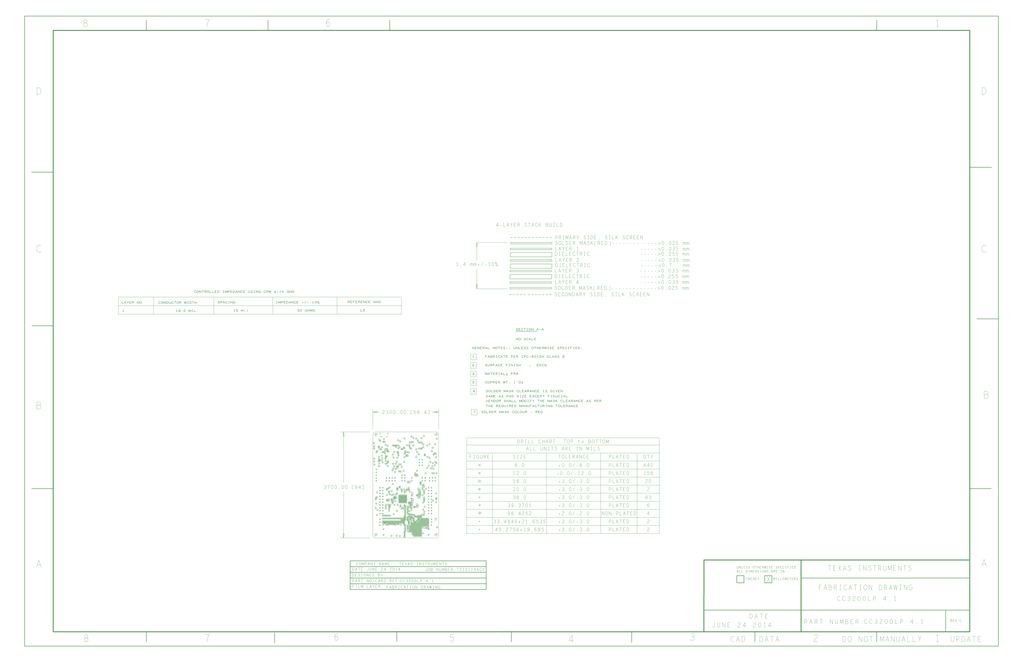
<source format=gbr>
G04 ================== begin FILE IDENTIFICATION RECORD ==================*
G04 Layout Name:  CC3200-LAUNCHXL_BRD_Rev4p1_20140624.brd*
G04 Film Name:    FAB.gbr*
G04 File Format:  Gerber RS274X*
G04 File Origin:  Cadence Allegro 16.6-P004*
G04 Origin Date:  Tue Jun 24 08:36:08 2014*
G04 *
G04 Layer:  MANUFACTURING/NCLEGEND-1-4*
G04 Layer:  MANUFACTURING/NCLEGEND-1-2*
G04 Layer:  DRAWING FORMAT/OUTLINE*
G04 Layer:  DRAWING FORMAT/TITLE_BLOCK*
G04 Layer:  DRAWING FORMAT/TITLE_DATA*
G04 Layer:  DRAWING FORMAT/FAB_DWG*
G04 Layer:  DRAWING FORMAT/FAB*
G04 Layer:  DRAWING FORMAT/FILM_LABEL_OUTLINE*
G04 Layer:  BOARD GEOMETRY/OUTLINE*
G04 Layer:  BOARD GEOMETRY/DIMENSION*
G04 Layer:  BOARD GEOMETRY/FAB_1*
G04 Layer:  BOARD GEOMETRY/FAB*
G04 *
G04 Offset:    (0.0000 0.0000)*
G04 Mirror:    No*
G04 Mode:      Positive*
G04 Rotation:  0*
G04 FullContactRelief:  No*
G04 UndefLineWidth:     6.0000*
G04 ================== end FILE IDENTIFICATION RECORD ====================*
%FSLAX25Y25*MOIN*%
%IR0*IPPOS*OFA0.00000B0.00000*MIA0B0*SFA1.00000B1.00000*%
%AMMACRO15*
1,1,.006,-.005906,.010827*
20,1,.006,-.005906,.010827,.005906,.010827,0.0*
1,1,.006,.005906,.010827*
20,1,.006,.005906,.010827,.007786,.010662,0.0*
1,1,.006,.007786,.010662*
20,1,.006,.007786,.010662,.009609,.010174,0.0*
1,1,.006,.009609,.010174*
20,1,.006,.009609,.010174,.011319,.009376,0.0*
1,1,.006,.011319,.009376*
20,1,.006,.011319,.009376,.012865,.008294,0.0*
1,1,.006,.012865,.008294*
20,1,.006,.012865,.008294,.014199,.006959,0.0*
1,1,.006,.014199,.006959*
20,1,.006,.014199,.006959,.015282,.005413,0.0*
1,1,.006,.015282,.005413*
20,1,.006,.015282,.005413,.016079,.003703,0.0*
1,1,.006,.016079,.003703*
20,1,.006,.016079,.003703,.016568,.00188,0.0*
1,1,.006,.016568,.00188*
20,1,.006,.016568,.00188,.016732,0.0,0.0*
1,1,.006,.016732,0.0*
20,1,.006,.016732,0.0,.016568,-.00188,0.0*
1,1,.006,.016568,-.00188*
20,1,.006,.016568,-.00188,.016079,-.003703,0.0*
1,1,.006,.016079,-.003703*
20,1,.006,.016079,-.003703,.015282,-.005413,0.0*
1,1,.006,.015282,-.005413*
20,1,.006,.015282,-.005413,.014199,-.006959,0.0*
1,1,.006,.014199,-.006959*
20,1,.006,.014199,-.006959,.012865,-.008294,0.0*
1,1,.006,.012865,-.008294*
20,1,.006,.012865,-.008294,.011319,-.009376,0.0*
1,1,.006,.011319,-.009376*
20,1,.006,.011319,-.009376,.009609,-.010174,0.0*
1,1,.006,.009609,-.010174*
20,1,.006,.009609,-.010174,.007786,-.010662,0.0*
1,1,.006,.007786,-.010662*
20,1,.006,.007786,-.010662,.005906,-.010827,0.0*
1,1,.006,.005906,-.010827*
20,1,.006,.005906,-.010827,-.005906,-.010827,0.0*
1,1,.006,-.005906,-.010827*
20,1,.006,-.005906,-.010827,-.007786,-.010662,0.0*
1,1,.006,-.007786,-.010662*
20,1,.006,-.007786,-.010662,-.009609,-.010174,0.0*
1,1,.006,-.009609,-.010174*
20,1,.006,-.009609,-.010174,-.011319,-.009376,0.0*
1,1,.006,-.011319,-.009376*
20,1,.006,-.011319,-.009376,-.012865,-.008294,0.0*
1,1,.006,-.012865,-.008294*
20,1,.006,-.012865,-.008294,-.014199,-.006959,0.0*
1,1,.006,-.014199,-.006959*
20,1,.006,-.014199,-.006959,-.015282,-.005413,0.0*
1,1,.006,-.015282,-.005413*
20,1,.006,-.015282,-.005413,-.016079,-.003703,0.0*
1,1,.006,-.016079,-.003703*
20,1,.006,-.016079,-.003703,-.016568,-.00188,0.0*
1,1,.006,-.016568,-.00188*
20,1,.006,-.016568,-.00188,-.016732,0.0,0.0*
1,1,.006,-.016732,0.0*
20,1,.006,-.016732,0.0,-.016568,.00188,0.0*
1,1,.006,-.016568,.00188*
20,1,.006,-.016568,.00188,-.016079,.003703,0.0*
1,1,.006,-.016079,.003703*
20,1,.006,-.016079,.003703,-.015282,.005413,0.0*
1,1,.006,-.015282,.005413*
20,1,.006,-.015282,.005413,-.014199,.006959,0.0*
1,1,.006,-.014199,.006959*
20,1,.006,-.014199,.006959,-.012865,.008294,0.0*
1,1,.006,-.012865,.008294*
20,1,.006,-.012865,.008294,-.011319,.009376,0.0*
1,1,.006,-.011319,.009376*
20,1,.006,-.011319,.009376,-.009609,.010174,0.0*
1,1,.006,-.009609,.010174*
20,1,.006,-.009609,.010174,-.007786,.010662,0.0*
1,1,.006,-.007786,.010662*
20,1,.006,-.007786,.010662,-.005906,.010827,0.0*
1,1,.006,-.005906,.010827*
1,1,.006,-.00397,-.005413*
20,1,.006,-.00397,-.005413,-.00397,.005413,0.0*
1,1,.006,-.00397,.005413*
1,1,.006,.002887,.005413*
20,1,.006,.002887,.005413,-.00397,-.001263,0.0*
1,1,.006,-.00397,-.001263*
1,1,.006,.00397,-.005413*
20,1,.006,.00397,-.005413,-.000902,.001804,0.0*
1,1,.006,-.000902,.001804*
%
%ADD15MACRO15*%
%AMMACRO11*
1,1,.006,.03,0.0*
20,1,.006,.03,0.0,.029544,-.005209,0.0*
1,1,.006,.029544,-.005209*
20,1,.006,.029544,-.005209,.028191,-.010261,0.0*
1,1,.006,.028191,-.010261*
20,1,.006,.028191,-.010261,.025981,-.015,0.0*
1,1,.006,.025981,-.015*
20,1,.006,.025981,-.015,.022981,-.019284,0.0*
1,1,.006,.022981,-.019284*
20,1,.006,.022981,-.019284,.019284,-.022981,0.0*
1,1,.006,.019284,-.022981*
20,1,.006,.019284,-.022981,.015,-.025981,0.0*
1,1,.006,.015,-.025981*
20,1,.006,.015,-.025981,.010261,-.028191,0.0*
1,1,.006,.010261,-.028191*
20,1,.006,.010261,-.028191,.005209,-.029544,0.0*
1,1,.006,.005209,-.029544*
20,1,.006,.005209,-.029544,0.0,-.03,0.0*
1,1,.006,0.0,-.03*
20,1,.006,0.0,-.03,-.005209,-.029544,0.0*
1,1,.006,-.005209,-.029544*
20,1,.006,-.005209,-.029544,-.010261,-.028191,0.0*
1,1,.006,-.010261,-.028191*
20,1,.006,-.010261,-.028191,-.015,-.025981,0.0*
1,1,.006,-.015,-.025981*
20,1,.006,-.015,-.025981,-.019284,-.022981,0.0*
1,1,.006,-.019284,-.022981*
20,1,.006,-.019284,-.022981,-.022981,-.019284,0.0*
1,1,.006,-.022981,-.019284*
20,1,.006,-.022981,-.019284,-.025981,-.015,0.0*
1,1,.006,-.025981,-.015*
20,1,.006,-.025981,-.015,-.028191,-.010261,0.0*
1,1,.006,-.028191,-.010261*
20,1,.006,-.028191,-.010261,-.029544,-.005209,0.0*
1,1,.006,-.029544,-.005209*
20,1,.006,-.029544,-.005209,-.03,0.0,0.0*
1,1,.006,-.03,0.0*
20,1,.006,-.03,0.0,-.029544,.005209,0.0*
1,1,.006,-.029544,.005209*
20,1,.006,-.029544,.005209,-.028191,.010261,0.0*
1,1,.006,-.028191,.010261*
20,1,.006,-.028191,.010261,-.025981,.015,0.0*
1,1,.006,-.025981,.015*
20,1,.006,-.025981,.015,-.022981,.019284,0.0*
1,1,.006,-.022981,.019284*
20,1,.006,-.022981,.019284,-.019284,.022981,0.0*
1,1,.006,-.019284,.022981*
20,1,.006,-.019284,.022981,-.015,.025981,0.0*
1,1,.006,-.015,.025981*
20,1,.006,-.015,.025981,-.010261,.028191,0.0*
1,1,.006,-.010261,.028191*
20,1,.006,-.010261,.028191,-.005209,.029544,0.0*
1,1,.006,-.005209,.029544*
20,1,.006,-.005209,.029544,0.0,.03,0.0*
1,1,.006,0.0,.03*
20,1,.006,0.0,.03,.005209,.029544,0.0*
1,1,.006,.005209,.029544*
20,1,.006,.005209,.029544,.010261,.028191,0.0*
1,1,.006,.010261,.028191*
20,1,.006,.010261,.028191,.015,.025981,0.0*
1,1,.006,.015,.025981*
20,1,.006,.015,.025981,.019284,.022981,0.0*
1,1,.006,.019284,.022981*
20,1,.006,.019284,.022981,.022981,.019284,0.0*
1,1,.006,.022981,.019284*
20,1,.006,.022981,.019284,.025981,.015,0.0*
1,1,.006,.025981,.015*
20,1,.006,.025981,.015,.028191,.010261,0.0*
1,1,.006,.028191,.010261*
20,1,.006,.028191,.010261,.029544,.005209,0.0*
1,1,.006,.029544,.005209*
20,1,.006,.029544,.005209,.03,0.0,0.0*
1,1,.006,.03,0.0*
1,1,.006,-.012501,-.015*
20,1,.006,-.012501,-.015,0.0,.015,0.0*
1,1,.006,0.0,.015*
20,1,.006,0.0,.015,.012501,-.015,0.0*
1,1,.006,.012501,-.015*
1,1,.006,.008,-.0045*
20,1,.006,.008,-.0045,-.008001,-.0045,0.0*
1,1,.006,-.008001,-.0045*
%
%ADD11MACRO11*%
%AMMACRO16*
1,1,.006,-.009842,-.012795*
20,1,.006,-.009842,-.012795,-.009842,.012795,0.0*
1,1,.006,-.009842,.012795*
20,1,.006,-.009842,.012795,-.009693,.014504,0.0*
1,1,.006,-.009693,.014504*
20,1,.006,-.009693,.014504,-.009249,.016162,0.0*
1,1,.006,-.009249,.016162*
20,1,.006,-.009249,.016162,-.008524,.017717,0.0*
1,1,.006,-.008524,.017717*
20,1,.006,-.008524,.017717,-.00754,.019122,0.0*
1,1,.006,-.00754,.019122*
20,1,.006,-.00754,.019122,-.006327,.020335,0.0*
1,1,.006,-.006327,.020335*
20,1,.006,-.006327,.020335,-.004921,.021319,0.0*
1,1,.006,-.004921,.021319*
20,1,.006,-.004921,.021319,-.003366,.022044,0.0*
1,1,.006,-.003366,.022044*
20,1,.006,-.003366,.022044,-.001709,.022488,0.0*
1,1,.006,-.001709,.022488*
20,1,.006,-.001709,.022488,0.0,.022638,0.0*
1,1,.006,0.0,.022638*
20,1,.006,0.0,.022638,.001709,.022488,0.0*
1,1,.006,.001709,.022488*
20,1,.006,.001709,.022488,.003366,.022044,0.0*
1,1,.006,.003366,.022044*
20,1,.006,.003366,.022044,.004921,.021319,0.0*
1,1,.006,.004921,.021319*
20,1,.006,.004921,.021319,.006327,.020335,0.0*
1,1,.006,.006327,.020335*
20,1,.006,.006327,.020335,.00754,.019122,0.0*
1,1,.006,.00754,.019122*
20,1,.006,.00754,.019122,.008524,.017717,0.0*
1,1,.006,.008524,.017717*
20,1,.006,.008524,.017717,.009249,.016162,0.0*
1,1,.006,.009249,.016162*
20,1,.006,.009249,.016162,.009693,.014504,0.0*
1,1,.006,.009693,.014504*
20,1,.006,.009693,.014504,.009842,.012795,0.0*
1,1,.006,.009842,.012795*
20,1,.006,.009842,.012795,.009842,-.012795,0.0*
1,1,.006,.009842,-.012795*
20,1,.006,.009842,-.012795,.009693,-.014504,0.0*
1,1,.006,.009693,-.014504*
20,1,.006,.009693,-.014504,.009249,-.016162,0.0*
1,1,.006,.009249,-.016162*
20,1,.006,.009249,-.016162,.008524,-.017717,0.0*
1,1,.006,.008524,-.017717*
20,1,.006,.008524,-.017717,.00754,-.019122,0.0*
1,1,.006,.00754,-.019122*
20,1,.006,.00754,-.019122,.006327,-.020335,0.0*
1,1,.006,.006327,-.020335*
20,1,.006,.006327,-.020335,.004921,-.021319,0.0*
1,1,.006,.004921,-.021319*
20,1,.006,.004921,-.021319,.003366,-.022044,0.0*
1,1,.006,.003366,-.022044*
20,1,.006,.003366,-.022044,.001709,-.022488,0.0*
1,1,.006,.001709,-.022488*
20,1,.006,.001709,-.022488,0.0,-.022638,0.0*
1,1,.006,0.0,-.022638*
20,1,.006,0.0,-.022638,-.001709,-.022488,0.0*
1,1,.006,-.001709,-.022488*
20,1,.006,-.001709,-.022488,-.003366,-.022044,0.0*
1,1,.006,-.003366,-.022044*
20,1,.006,-.003366,-.022044,-.004921,-.021319,0.0*
1,1,.006,-.004921,-.021319*
20,1,.006,-.004921,-.021319,-.006327,-.020335,0.0*
1,1,.006,-.006327,-.020335*
20,1,.006,-.006327,-.020335,-.00754,-.019122,0.0*
1,1,.006,-.00754,-.019122*
20,1,.006,-.00754,-.019122,-.008524,-.017717,0.0*
1,1,.006,-.008524,-.017717*
20,1,.006,-.008524,-.017717,-.009249,-.016162,0.0*
1,1,.006,-.009249,-.016162*
20,1,.006,-.009249,-.016162,-.009693,-.014504,0.0*
1,1,.006,-.009693,-.014504*
20,1,.006,-.009693,-.014504,-.009842,-.012795,0.0*
1,1,.006,-.009842,-.012795*
1,1,.006,-.003281,-.002953*
20,1,.006,-.003281,-.002953,-.002461,-.003937,0.0*
1,1,.006,-.002461,-.003937*
20,1,.006,-.002461,-.003937,-.001476,-.004593,0.0*
1,1,.006,-.001476,-.004593*
20,1,.006,-.001476,-.004593,-.000328,-.004921,0.0*
1,1,.006,-.000328,-.004921*
20,1,.006,-.000328,-.004921,.000984,-.004593,0.0*
1,1,.006,.000984,-.004593*
20,1,.006,.000984,-.004593,.001969,-.003937,0.0*
1,1,.006,.001969,-.003937*
20,1,.006,.001969,-.003937,.002953,-.002953,0.0*
1,1,.006,.002953,-.002953*
20,1,.006,.002953,-.002953,.003281,-.001641,0.0*
1,1,.006,.003281,-.001641*
20,1,.006,.003281,-.001641,.003281,.004921,0.0*
1,1,.006,.003281,.004921*
%
%ADD16MACRO16*%
%AMMACRO13*
1,1,.006,.03,0.0*
20,1,.006,.03,0.0,.029544,-.005209,0.0*
1,1,.006,.029544,-.005209*
20,1,.006,.029544,-.005209,.028191,-.010261,0.0*
1,1,.006,.028191,-.010261*
20,1,.006,.028191,-.010261,.025981,-.015,0.0*
1,1,.006,.025981,-.015*
20,1,.006,.025981,-.015,.022981,-.019284,0.0*
1,1,.006,.022981,-.019284*
20,1,.006,.022981,-.019284,.019284,-.022981,0.0*
1,1,.006,.019284,-.022981*
20,1,.006,.019284,-.022981,.015,-.025981,0.0*
1,1,.006,.015,-.025981*
20,1,.006,.015,-.025981,.010261,-.028191,0.0*
1,1,.006,.010261,-.028191*
20,1,.006,.010261,-.028191,.005209,-.029544,0.0*
1,1,.006,.005209,-.029544*
20,1,.006,.005209,-.029544,0.0,-.03,0.0*
1,1,.006,0.0,-.03*
20,1,.006,0.0,-.03,-.005209,-.029544,0.0*
1,1,.006,-.005209,-.029544*
20,1,.006,-.005209,-.029544,-.010261,-.028191,0.0*
1,1,.006,-.010261,-.028191*
20,1,.006,-.010261,-.028191,-.015,-.025981,0.0*
1,1,.006,-.015,-.025981*
20,1,.006,-.015,-.025981,-.019284,-.022981,0.0*
1,1,.006,-.019284,-.022981*
20,1,.006,-.019284,-.022981,-.022981,-.019284,0.0*
1,1,.006,-.022981,-.019284*
20,1,.006,-.022981,-.019284,-.025981,-.015,0.0*
1,1,.006,-.025981,-.015*
20,1,.006,-.025981,-.015,-.028191,-.010261,0.0*
1,1,.006,-.028191,-.010261*
20,1,.006,-.028191,-.010261,-.029544,-.005209,0.0*
1,1,.006,-.029544,-.005209*
20,1,.006,-.029544,-.005209,-.03,0.0,0.0*
1,1,.006,-.03,0.0*
20,1,.006,-.03,0.0,-.029544,.005209,0.0*
1,1,.006,-.029544,.005209*
20,1,.006,-.029544,.005209,-.028191,.010261,0.0*
1,1,.006,-.028191,.010261*
20,1,.006,-.028191,.010261,-.025981,.015,0.0*
1,1,.006,-.025981,.015*
20,1,.006,-.025981,.015,-.022981,.019284,0.0*
1,1,.006,-.022981,.019284*
20,1,.006,-.022981,.019284,-.019284,.022981,0.0*
1,1,.006,-.019284,.022981*
20,1,.006,-.019284,.022981,-.015,.025981,0.0*
1,1,.006,-.015,.025981*
20,1,.006,-.015,.025981,-.010261,.028191,0.0*
1,1,.006,-.010261,.028191*
20,1,.006,-.010261,.028191,-.005209,.029544,0.0*
1,1,.006,-.005209,.029544*
20,1,.006,-.005209,.029544,0.0,.03,0.0*
1,1,.006,0.0,.03*
20,1,.006,0.0,.03,.005209,.029544,0.0*
1,1,.006,.005209,.029544*
20,1,.006,.005209,.029544,.010261,.028191,0.0*
1,1,.006,.010261,.028191*
20,1,.006,.010261,.028191,.015,.025981,0.0*
1,1,.006,.015,.025981*
20,1,.006,.015,.025981,.019284,.022981,0.0*
1,1,.006,.019284,.022981*
20,1,.006,.019284,.022981,.022981,.019284,0.0*
1,1,.006,.022981,.019284*
20,1,.006,.022981,.019284,.025981,.015,0.0*
1,1,.006,.025981,.015*
20,1,.006,.025981,.015,.028191,.010261,0.0*
1,1,.006,.028191,.010261*
20,1,.006,.028191,.010261,.029544,.005209,0.0*
1,1,.006,.029544,.005209*
20,1,.006,.029544,.005209,.03,0.0,0.0*
1,1,.006,.03,0.0*
1,1,.006,.004,.001*
20,1,.006,.004,.001,.006,.0025,0.0*
1,1,.006,.006,.0025*
20,1,.006,.006,.0025,.0075,.004999,0.0*
1,1,.006,.0075,.004999*
20,1,.006,.0075,.004999,.008501,.008501,0.0*
1,1,.006,.008501,.008501*
20,1,.006,.008501,.008501,.0075,.0115,0.0*
1,1,.006,.0075,.0115*
20,1,.006,.0075,.0115,.0055,.013499,0.0*
1,1,.006,.0055,.013499*
20,1,.006,.0055,.013499,.002,.015,0.0*
1,1,.006,.002,.015*
20,1,.006,.002,.015,-.0115,.015,0.0*
1,1,.006,-.0115,.015*
20,1,.006,-.0115,.015,-.0115,-.015,0.0*
1,1,.006,-.0115,-.015*
20,1,.006,-.0115,-.015,.005,-.015,0.0*
1,1,.006,.005,-.015*
20,1,.006,.005,-.015,.008501,-.013,0.0*
1,1,.006,.008501,-.013*
20,1,.006,.008501,-.013,.0105,-.01,0.0*
1,1,.006,.0105,-.01*
20,1,.006,.0105,-.01,.0115,-.0065,0.0*
1,1,.006,.0115,-.0065*
20,1,.006,.0115,-.0065,.0105,-.003001,0.0*
1,1,.006,.0105,-.003001*
20,1,.006,.0105,-.003001,.0075,0.0,0.0*
1,1,.006,.0075,0.0*
20,1,.006,.0075,0.0,.004,.001,0.0*
1,1,.006,.004,.001*
20,1,.006,.004,.001,-.0115,.001,0.0*
1,1,.006,-.0115,.001*
%
%ADD13MACRO13*%
%AMMACRO14*
1,1,.006,.035,0.0*
20,1,.006,.035,0.0,-.035,0.0,0.0*
1,1,.006,-.035,0.0*
1,1,.006,0.0,.035*
20,1,.006,0.0,.035,0.0,-.035,0.0*
1,1,.006,0.0,-.035*
1,1,.006,.021,.0175*
20,1,.006,.021,.0175,.032667,.0175,0.0*
1,1,.006,.032667,.0175*
20,1,.006,.032667,.0175,.032667,.007,0.0*
1,1,.006,.032667,.007*
20,1,.006,.032667,.007,.029167,.003499,0.0*
1,1,.006,.029167,.003499*
20,1,.006,.029167,.003499,.025083,.001166,0.0*
1,1,.006,.025083,.001166*
20,1,.006,.025083,.001166,.01925,0.0,0.0*
1,1,.006,.01925,0.0*
20,1,.006,.01925,0.0,.013417,.001166,0.0*
1,1,.006,.013417,.001166*
20,1,.006,.013417,.001166,.009334,.003499,0.0*
1,1,.006,.009334,.003499*
20,1,.006,.009334,.003499,.005833,.007,0.0*
1,1,.006,.005833,.007*
20,1,.006,.005833,.007,.003499,.011083,0.0*
1,1,.006,.003499,.011083*
20,1,.006,.003499,.011083,.002333,.01575,0.0*
1,1,.006,.002333,.01575*
20,1,.006,.002333,.01575,.002333,.019833,0.0*
1,1,.006,.002333,.019833*
20,1,.006,.002333,.019833,.003499,.023333,0.0*
1,1,.006,.003499,.023333*
20,1,.006,.003499,.023333,.005833,.027417,0.0*
1,1,.006,.005833,.027417*
20,1,.006,.005833,.027417,.009334,.030917,0.0*
1,1,.006,.009334,.030917*
20,1,.006,.009334,.030917,.012833,.033249,0.0*
1,1,.006,.012833,.033249*
20,1,.006,.012833,.033249,.0175,.035,0.0*
1,1,.006,.0175,.035*
20,1,.006,.0175,.035,.021583,.035,0.0*
1,1,.006,.021583,.035*
20,1,.006,.021583,.035,.02625,.033834,0.0*
1,1,.006,.02625,.033834*
20,1,.006,.02625,.033834,.02975,.0315,0.0*
1,1,.006,.02975,.0315*
%
%ADD14MACRO14*%
%AMMACRO12*
1,1,.006,.019,0.0*
20,1,.006,.019,0.0,.018711,-.003299,0.0*
1,1,.006,.018711,-.003299*
20,1,.006,.018711,-.003299,.017854,-.006498,0.0*
1,1,.006,.017854,-.006498*
20,1,.006,.017854,-.006498,.016454,-.0095,0.0*
1,1,.006,.016454,-.0095*
20,1,.006,.016454,-.0095,.014555,-.012213,0.0*
1,1,.006,.014555,-.012213*
20,1,.006,.014555,-.012213,.012213,-.014555,0.0*
1,1,.006,.012213,-.014555*
20,1,.006,.012213,-.014555,.0095,-.016454,0.0*
1,1,.006,.0095,-.016454*
20,1,.006,.0095,-.016454,.006498,-.017854,0.0*
1,1,.006,.006498,-.017854*
20,1,.006,.006498,-.017854,.003299,-.018711,0.0*
1,1,.006,.003299,-.018711*
20,1,.006,.003299,-.018711,0.0,-.019,0.0*
1,1,.006,0.0,-.019*
20,1,.006,0.0,-.019,-.003299,-.018711,0.0*
1,1,.006,-.003299,-.018711*
20,1,.006,-.003299,-.018711,-.006498,-.017854,0.0*
1,1,.006,-.006498,-.017854*
20,1,.006,-.006498,-.017854,-.0095,-.016454,0.0*
1,1,.006,-.0095,-.016454*
20,1,.006,-.0095,-.016454,-.012213,-.014555,0.0*
1,1,.006,-.012213,-.014555*
20,1,.006,-.012213,-.014555,-.014555,-.012213,0.0*
1,1,.006,-.014555,-.012213*
20,1,.006,-.014555,-.012213,-.016454,-.0095,0.0*
1,1,.006,-.016454,-.0095*
20,1,.006,-.016454,-.0095,-.017854,-.006498,0.0*
1,1,.006,-.017854,-.006498*
20,1,.006,-.017854,-.006498,-.018711,-.003299,0.0*
1,1,.006,-.018711,-.003299*
20,1,.006,-.018711,-.003299,-.019,0.0,0.0*
1,1,.006,-.019,0.0*
20,1,.006,-.019,0.0,-.018711,.003299,0.0*
1,1,.006,-.018711,.003299*
20,1,.006,-.018711,.003299,-.017854,.006498,0.0*
1,1,.006,-.017854,.006498*
20,1,.006,-.017854,.006498,-.016454,.0095,0.0*
1,1,.006,-.016454,.0095*
20,1,.006,-.016454,.0095,-.014555,.012213,0.0*
1,1,.006,-.014555,.012213*
20,1,.006,-.014555,.012213,-.012213,.014555,0.0*
1,1,.006,-.012213,.014555*
20,1,.006,-.012213,.014555,-.0095,.016454,0.0*
1,1,.006,-.0095,.016454*
20,1,.006,-.0095,.016454,-.006498,.017854,0.0*
1,1,.006,-.006498,.017854*
20,1,.006,-.006498,.017854,-.003299,.018711,0.0*
1,1,.006,-.003299,.018711*
20,1,.006,-.003299,.018711,0.0,.019,0.0*
1,1,.006,0.0,.019*
20,1,.006,0.0,.019,.003299,.018711,0.0*
1,1,.006,.003299,.018711*
20,1,.006,.003299,.018711,.006498,.017854,0.0*
1,1,.006,.006498,.017854*
20,1,.006,.006498,.017854,.0095,.016454,0.0*
1,1,.006,.0095,.016454*
20,1,.006,.0095,.016454,.012213,.014555,0.0*
1,1,.006,.012213,.014555*
20,1,.006,.012213,.014555,.014555,.012213,0.0*
1,1,.006,.014555,.012213*
20,1,.006,.014555,.012213,.016454,.0095,0.0*
1,1,.006,.016454,.0095*
20,1,.006,.016454,.0095,.017854,.006498,0.0*
1,1,.006,.017854,.006498*
20,1,.006,.017854,.006498,.018711,.003299,0.0*
1,1,.006,.018711,.003299*
20,1,.006,.018711,.003299,.019,0.0,0.0*
1,1,.006,.019,0.0*
1,1,.006,.006333,-.0095*
20,1,.006,.006333,-.0095,-.006333,-.0095,0.0*
1,1,.006,-.006333,-.0095*
20,1,.006,-.006333,-.0095,-.006333,.0095,0.0*
1,1,.006,-.006333,.0095*
20,1,.006,-.006333,.0095,.006333,.0095,0.0*
1,1,.006,.006333,.0095*
1,1,.006,.001267,.000317*
20,1,.006,.001267,.000317,-.006333,.000317,0.0*
1,1,.006,-.006333,.000317*
%
%ADD12MACRO12*%
%AMMACRO17*
1,1,.006,.0375,0.0*
20,1,.006,.0375,0.0,.03693,-.006512,0.0*
1,1,.006,.03693,-.006512*
20,1,.006,.03693,-.006512,.035238,-.012826,0.0*
1,1,.006,.035238,-.012826*
20,1,.006,.035238,-.012826,.032476,-.01875,0.0*
1,1,.006,.032476,-.01875*
20,1,.006,.032476,-.01875,.028727,-.024105,0.0*
1,1,.006,.028727,-.024105*
20,1,.006,.028727,-.024105,.024105,-.028727,0.0*
1,1,.006,.024105,-.028727*
20,1,.006,.024105,-.028727,.01875,-.032476,0.0*
1,1,.006,.01875,-.032476*
20,1,.006,.01875,-.032476,.012826,-.035238,0.0*
1,1,.006,.012826,-.035238*
20,1,.006,.012826,-.035238,.006512,-.03693,0.0*
1,1,.006,.006512,-.03693*
20,1,.006,.006512,-.03693,0.0,-.0375,0.0*
1,1,.006,0.0,-.0375*
20,1,.006,0.0,-.0375,-.006512,-.03693,0.0*
1,1,.006,-.006512,-.03693*
20,1,.006,-.006512,-.03693,-.012826,-.035238,0.0*
1,1,.006,-.012826,-.035238*
20,1,.006,-.012826,-.035238,-.01875,-.032476,0.0*
1,1,.006,-.01875,-.032476*
20,1,.006,-.01875,-.032476,-.024105,-.028727,0.0*
1,1,.006,-.024105,-.028727*
20,1,.006,-.024105,-.028727,-.028727,-.024105,0.0*
1,1,.006,-.028727,-.024105*
20,1,.006,-.028727,-.024105,-.032476,-.01875,0.0*
1,1,.006,-.032476,-.01875*
20,1,.006,-.032476,-.01875,-.035238,-.012826,0.0*
1,1,.006,-.035238,-.012826*
20,1,.006,-.035238,-.012826,-.03693,-.006512,0.0*
1,1,.006,-.03693,-.006512*
20,1,.006,-.03693,-.006512,-.0375,0.0,0.0*
1,1,.006,-.0375,0.0*
20,1,.006,-.0375,0.0,-.03693,.006512,0.0*
1,1,.006,-.03693,.006512*
20,1,.006,-.03693,.006512,-.035238,.012826,0.0*
1,1,.006,-.035238,.012826*
20,1,.006,-.035238,.012826,-.032476,.01875,0.0*
1,1,.006,-.032476,.01875*
20,1,.006,-.032476,.01875,-.028727,.024105,0.0*
1,1,.006,-.028727,.024105*
20,1,.006,-.028727,.024105,-.024105,.028727,0.0*
1,1,.006,-.024105,.028727*
20,1,.006,-.024105,.028727,-.01875,.032476,0.0*
1,1,.006,-.01875,.032476*
20,1,.006,-.01875,.032476,-.012826,.035238,0.0*
1,1,.006,-.012826,.035238*
20,1,.006,-.012826,.035238,-.006512,.03693,0.0*
1,1,.006,-.006512,.03693*
20,1,.006,-.006512,.03693,0.0,.0375,0.0*
1,1,.006,0.0,.0375*
20,1,.006,0.0,.0375,.006512,.03693,0.0*
1,1,.006,.006512,.03693*
20,1,.006,.006512,.03693,.012826,.035238,0.0*
1,1,.006,.012826,.035238*
20,1,.006,.012826,.035238,.01875,.032476,0.0*
1,1,.006,.01875,.032476*
20,1,.006,.01875,.032476,.024105,.028727,0.0*
1,1,.006,.024105,.028727*
20,1,.006,.024105,.028727,.028727,.024105,0.0*
1,1,.006,.028727,.024105*
20,1,.006,.028727,.024105,.032476,.01875,0.0*
1,1,.006,.032476,.01875*
20,1,.006,.032476,.01875,.035238,.012826,0.0*
1,1,.006,.035238,.012826*
20,1,.006,.035238,.012826,.03693,.006512,0.0*
1,1,.006,.03693,.006512*
20,1,.006,.03693,.006512,.0375,0.0,0.0*
1,1,.006,.0375,0.0*
1,1,.006,-.01375,-.01875*
20,1,.006,-.01375,-.01875,-.01375,.01875,0.0*
1,1,.006,-.01375,.01875*
20,1,.006,-.01375,.01875,-.00125,.01875,0.0*
1,1,.006,-.00125,.01875*
20,1,.006,-.00125,.01875,.00375,.016874,0.0*
1,1,.006,.00375,.016874*
20,1,.006,.00375,.016874,.0075,.014375,0.0*
1,1,.006,.0075,.014375*
20,1,.006,.0075,.014375,.010626,.010626,0.0*
1,1,.006,.010626,.010626*
20,1,.006,.010626,.010626,.013125,.006249,0.0*
1,1,.006,.013125,.006249*
20,1,.006,.013125,.006249,.01375,-.000001,0.0*
1,1,.006,.01375,-.000001*
20,1,.006,.01375,-.000001,.013125,-.00625,0.0*
1,1,.006,.013125,-.00625*
20,1,.006,.013125,-.00625,.010626,-.010626,0.0*
1,1,.006,.010626,-.010626*
20,1,.006,.010626,-.010626,.0075,-.014376,0.0*
1,1,.006,.0075,-.014376*
20,1,.006,.0075,-.014376,.00375,-.016875,0.0*
1,1,.006,.00375,-.016875*
20,1,.006,.00375,-.016875,-.00125,-.01875,0.0*
1,1,.006,-.00125,-.01875*
20,1,.006,-.00125,-.01875,-.01375,-.01875,0.0*
1,1,.006,-.01375,-.01875*
%
%ADD17MACRO17*%
%AMMACRO10*
1,1,.006,.069,0.0*
20,1,.006,.069,0.0,-.069,0.0,0.0*
1,1,.006,-.069,0.0*
1,1,.006,0.0,.069*
20,1,.006,0.0,.069,0.0,-.069,0.0*
1,1,.006,0.0,-.069*
1,1,.006,.01035,0.0*
20,1,.006,.01035,0.0,.01035,.069,0.0*
1,1,.006,.01035,.069*
1,1,.006,.05865,.069*
20,1,.006,.05865,.069,.05865,0.0,0.0*
1,1,.006,.05865,0.0*
1,1,.006,.05865,.034499*
20,1,.006,.05865,.034499,.01035,.034499,0.0*
1,1,.006,.01035,.034499*
%
%ADD10MACRO10*%
%AMMACRO18*
1,1,.006,.0375,.0375*
20,1,.006,.0375,.0375,.0375,-.0375,0.0*
1,1,.006,.0375,-.0375*
20,1,.006,.0375,-.0375,-.0375,-.0375,0.0*
1,1,.006,-.0375,-.0375*
20,1,.006,-.0375,-.0375,-.0375,.0375,0.0*
1,1,.006,-.0375,.0375*
20,1,.006,-.0375,.0375,.0375,.0375,0.0*
1,1,.006,.0375,.0375*
1,1,.006,.01375,.015624*
20,1,.006,.01375,.015624,.01,.0175,0.0*
1,1,.006,.01,.0175*
20,1,.006,.01,.0175,.005625,.01875,0.0*
1,1,.006,.005625,.01875*
20,1,.006,.005625,.01875,.000625,.01875,0.0*
1,1,.006,.000625,.01875*
20,1,.006,.000625,.01875,-.005001,.016874,0.0*
1,1,.006,-.005001,.016874*
20,1,.006,-.005001,.016874,-.009375,.01375,0.0*
1,1,.006,-.009375,.01375*
20,1,.006,-.009375,.01375,-.0125,.01,0.0*
1,1,.006,-.0125,.01*
20,1,.006,-.0125,.01,-.015001,.00375,0.0*
1,1,.006,-.015001,.00375*
20,1,.006,-.015001,.00375,-.015626,-.001875,0.0*
1,1,.006,-.015626,-.001875*
20,1,.006,-.015626,-.001875,-.014375,-.0075,0.0*
1,1,.006,-.014375,-.0075*
20,1,.006,-.014375,-.0075,-.0125,-.011251,0.0*
1,1,.006,-.0125,-.011251*
20,1,.006,-.0125,-.011251,-.00875,-.015001,0.0*
1,1,.006,-.00875,-.015001*
20,1,.006,-.00875,-.015001,-.004375,-.0175,0.0*
1,1,.006,-.004375,-.0175*
20,1,.006,-.004375,-.0175,-.000001,-.01875,0.0*
1,1,.006,-.000001,-.01875*
20,1,.006,-.000001,-.01875,.004375,-.01875,0.0*
1,1,.006,.004375,-.01875*
20,1,.006,.004375,-.01875,.00875,-.0175,0.0*
1,1,.006,.00875,-.0175*
20,1,.006,.00875,-.0175,.0125,-.015626,0.0*
1,1,.006,.0125,-.015626*
20,1,.006,.0125,-.015626,.015626,-.013126,0.0*
1,1,.006,.015626,-.013126*
%
%ADD18MACRO18*%
%ADD19C,.01*%
%ADD20C,.03*%
%ADD21C,.015*%
%ADD22C,.006*%
G75*
%LPD*%
G75*
G54D10*
X9921Y9921D03*
Y360079D03*
X220079Y9921D03*
Y360079D03*
X372450Y85650D03*
G54D20*
G01X-1116002Y-327533D02*
X2083998D01*
Y1772467D01*
X-1116002D01*
Y-327533D01*
G01X1155500Y-327000D02*
X1156000Y-77000D01*
X1496998Y-77033D01*
G01X1495000Y-326500D02*
X1494998Y-252033D01*
G01Y-253033D02*
Y-140033D01*
G01Y-142033D02*
Y-77033D01*
X2083998D01*
G54D11*
X15000Y80500D03*
X16000Y98000D03*
X11500Y120500D03*
X10000Y105000D03*
X11000Y140000D03*
X10000Y135000D03*
X14000Y142000D03*
X14500Y159000D03*
X12500Y299500D03*
X35000Y58000D03*
Y53000D03*
X36500Y46500D03*
X35000Y78000D03*
Y68000D03*
X22000Y259500D03*
X33500Y263618D03*
X32664Y279336D03*
X32000Y271500D03*
X23500Y272000D03*
X24000Y268500D03*
X31500Y288000D03*
X21000Y316000D03*
X31500D03*
X29000Y309000D03*
X24000Y310500D03*
X20882Y319118D03*
X36500Y335300D03*
X51500Y46000D03*
X55000Y58000D03*
X50000D03*
X45000D03*
X40000D03*
X55000Y53000D03*
X50000D03*
X45000D03*
X40000D03*
X55000Y48000D03*
X46500Y46200D03*
X42500Y51500D03*
X40000Y78000D03*
X45000D03*
X50000D03*
X55000D03*
Y68000D03*
X50000D03*
X45000D03*
X40000D03*
X57000Y95000D03*
Y101000D03*
X45000Y103500D03*
X57000Y105500D03*
X47000Y115500D03*
X54586Y116086D03*
X45000Y110000D03*
X57000Y111000D03*
X55500Y129500D03*
X55600Y135000D03*
X50000Y130000D03*
X49500Y133000D03*
Y150080D03*
X56112Y158000D03*
X48900Y168000D03*
X54400Y173500D03*
X49500Y171500D03*
X58500Y176500D03*
X57000Y163000D03*
X49000Y260500D03*
X53000Y264000D03*
X52500Y267500D03*
X44000Y276500D03*
X45578Y281078D03*
X45000Y285500D03*
X51500Y307000D03*
X48890Y311110D03*
X43500Y310000D03*
X42500Y304000D03*
X41000Y335300D03*
X39000Y345200D03*
X64750Y7250D03*
X60000Y58000D03*
Y53000D03*
X65000D03*
Y58000D03*
X70000Y53000D03*
Y58000D03*
X75000Y53000D03*
Y58000D03*
Y48000D03*
X70000D03*
X65000D03*
X60000D03*
Y78000D03*
Y68000D03*
X65000D03*
X70000D03*
X75000D03*
X73000Y83000D03*
X68500Y121500D03*
X61000Y116500D03*
X75500Y115500D03*
X59500Y109500D03*
X73500Y138000D03*
X71500Y131000D03*
X70000Y125000D03*
X78000Y128500D03*
X64972Y133445D03*
X78000Y137500D03*
X74500Y142500D03*
X75905Y140000D03*
X65500Y128000D03*
X66163Y135756D03*
X78000Y145500D03*
X66500Y150000D03*
X59071Y152000D03*
X71962Y151610D03*
X66000Y164000D03*
X69500Y188500D03*
X75000Y322500D03*
X94250Y6750D03*
X82750Y7250D03*
X80000Y53000D03*
Y58000D03*
X85000Y53000D03*
Y58000D03*
X90000Y53000D03*
Y58000D03*
X95000Y53000D03*
Y58000D03*
X90000Y48000D03*
X85000D03*
X97500Y46000D03*
X79000Y46500D03*
X80000Y68000D03*
X85000D03*
X90000D03*
X95000D03*
X96000Y109000D03*
X87000Y116000D03*
X96633Y114000D03*
X83000Y141000D03*
X85000Y155400D03*
X81164Y152664D03*
X85000Y171500D03*
X86154Y168154D03*
X86000Y174500D03*
X93500Y175950D03*
Y179000D03*
X85331Y244331D03*
X81500Y317000D03*
X89000Y312500D03*
X93500Y317000D03*
X89000Y322500D03*
X78500D03*
X110700Y3200D03*
X113000Y24700D03*
X110700Y21100D03*
X110800Y16700D03*
X110900Y12100D03*
X110700Y7300D03*
X113000Y29000D03*
Y33500D03*
Y39000D03*
X113500Y44000D03*
X109500Y46500D03*
X108500Y50000D03*
Y54000D03*
Y57500D03*
X109000Y61000D03*
X113000Y62500D03*
X100000Y53000D03*
Y58000D03*
Y63000D03*
X105000Y53000D03*
Y58000D03*
Y63000D03*
X113000Y80500D03*
Y66000D03*
Y70000D03*
Y75000D03*
X100000Y68000D03*
X105000D03*
X110000Y73000D03*
Y68000D03*
X112600Y94400D03*
X112800Y98900D03*
X100500Y102000D03*
X107500Y103100D03*
X113000Y85500D03*
Y90000D03*
X113600Y109100D03*
X113300Y104300D03*
X104339Y106833D03*
X109500Y114500D03*
X111390Y112715D03*
X100784Y162750D03*
X111621Y159501D03*
X99500Y170329D03*
X101000Y166000D03*
X109004Y169271D03*
X107610Y234110D03*
X109500Y265500D03*
X110500Y313500D03*
X107500Y316500D03*
X128500Y22000D03*
X133500D03*
X122900Y22200D03*
X121500Y43500D03*
Y38500D03*
Y34000D03*
X122000Y29500D03*
X133500Y42000D03*
Y37000D03*
Y32000D03*
X128500D03*
Y37000D03*
Y42000D03*
Y27000D03*
X133500D03*
X121500Y61500D03*
X125500Y58500D03*
Y55000D03*
Y52000D03*
Y48000D03*
X133500Y52000D03*
Y47000D03*
X129000Y64000D03*
X134000D03*
X133500Y57000D03*
X129000Y82500D03*
X133500Y82000D03*
X136000Y74000D03*
X133000Y75000D03*
X130000Y74500D03*
X126500D03*
X123000D03*
X121500Y71500D03*
Y68000D03*
Y64500D03*
X125500Y82500D03*
X129000Y69000D03*
X134000D03*
X121400Y103600D03*
X122200Y94700D03*
X121800Y99200D03*
X135000Y98500D03*
X121500Y85000D03*
Y90000D03*
X128125Y93125D03*
X121400Y109400D03*
X135000Y104000D03*
X126500Y121500D03*
X126553Y124553D03*
X129000Y162000D03*
X118000Y170000D03*
X126500Y169071D03*
X125300Y174900D03*
X123500Y168652D03*
X118000Y165500D03*
X126005Y298000D03*
X119500Y299500D03*
X138500Y22000D03*
X143500D03*
X148500D03*
X153500D03*
X138500Y17000D03*
X143500D03*
X148500D03*
X153500D03*
Y12000D03*
X148500D03*
X143500D03*
X138500D03*
X143500Y7000D03*
X148500D03*
X153500D03*
Y42000D03*
Y37000D03*
Y32000D03*
X148500Y42000D03*
Y37000D03*
Y32000D03*
X143500D03*
Y37000D03*
Y42000D03*
X138500D03*
Y37000D03*
Y32000D03*
Y27000D03*
X143500D03*
X148500D03*
X153500D03*
X157000Y63000D03*
X154000Y60500D03*
X151000Y57000D03*
X146500Y56000D03*
X143500Y58500D03*
X141000Y61500D03*
X153500Y52000D03*
Y47000D03*
X148500Y52000D03*
Y47000D03*
X143500D03*
Y52000D03*
X138500D03*
Y47000D03*
X143500Y80500D03*
X138500Y81000D03*
X146000Y77000D03*
X148000Y74500D03*
X151500Y74000D03*
X155500D03*
X143000Y65500D03*
X141500Y69000D03*
X139000Y71500D03*
X155000Y148000D03*
Y150500D03*
X154000Y234500D03*
X163500Y22000D03*
X168500D03*
X158500D03*
X163500Y17000D03*
X168500D03*
X158500D03*
Y12000D03*
X168500D03*
X163500D03*
Y7000D03*
X168500D03*
X158500D03*
X174500Y16500D03*
X158500Y42000D03*
Y37000D03*
Y32000D03*
X168500Y42000D03*
Y37000D03*
Y32000D03*
X163500Y42000D03*
Y37000D03*
Y32000D03*
Y27000D03*
X168500D03*
X158500D03*
X173500Y42000D03*
X174500Y36000D03*
X158500Y52000D03*
Y47000D03*
X168500Y52000D03*
Y47000D03*
X163500Y52000D03*
Y47000D03*
X173500D03*
Y52000D03*
Y57000D03*
X168500D03*
X173500Y62000D03*
X168500D03*
X163500Y57000D03*
X158500D03*
X163500Y62000D03*
X158000Y71500D03*
X161000Y69000D03*
X160000Y65500D03*
X173500Y67000D03*
X168500D03*
Y72000D03*
X163500D03*
Y77000D03*
X168500D03*
X158500D03*
X171500Y81500D03*
X175500Y99000D03*
Y123600D03*
X173500Y149500D03*
X173000Y175500D03*
X173500Y170000D03*
X168000Y192000D03*
X173750Y183250D03*
X166500Y187500D03*
X165894Y194213D03*
X170250Y348750D03*
X178500Y42000D03*
X183500D03*
X188500D03*
X193500D03*
X194000Y35000D03*
X188500D03*
X183500D03*
X178500Y52000D03*
Y47000D03*
X183500D03*
Y52000D03*
X188500Y47000D03*
Y52000D03*
X193500Y47000D03*
Y52000D03*
Y57000D03*
X188500D03*
X183500D03*
X178500D03*
X193500Y62000D03*
X188500D03*
X183500D03*
X178500D03*
X193500Y67000D03*
X188500D03*
X183500D03*
X178500D03*
X177500Y79500D03*
X180000Y92000D03*
X179000Y85000D03*
X180500Y108500D03*
X179000Y132500D03*
Y141000D03*
Y128500D03*
Y136000D03*
Y160500D03*
Y155000D03*
Y179000D03*
X186000Y171000D03*
X179000Y165000D03*
X178000Y185500D03*
X183800Y226000D03*
X194500Y252500D03*
X178550Y355950D03*
X210000Y130000D03*
X213500Y226000D03*
X208000D03*
X207800Y249600D03*
X203000Y242900D03*
X216000Y254000D03*
X209500Y261500D03*
X200890Y265110D03*
X209000Y315000D03*
X224500Y37500D03*
X222000Y139500D03*
X221000Y125000D03*
Y135000D03*
X221108Y155000D03*
X222500Y226000D03*
X223500Y346500D03*
X372450Y254250D03*
G54D21*
G01X-1216002Y-377533D02*
Y1822467D01*
X2183998D01*
Y-377533D01*
X-1216002D01*
G01X-1116002Y172467D02*
X-1191002D01*
G01X-1115502Y740967D02*
X-1190502D01*
G01X-1116002Y1277467D02*
X-1191002D01*
G01X-791002Y-327533D02*
Y-362533D01*
G01Y1772467D02*
Y1807467D01*
G01X-366002Y1772467D02*
Y1807467D01*
G01X-343002Y-367033D02*
Y-332033D01*
G01X-77102Y-80133D02*
X395398D01*
Y-180133D01*
X-79602D01*
Y-80133D01*
X-77102D01*
G01X-79602Y-160133D02*
X395398D01*
G01X-79602Y-140133D02*
X395398D01*
G01X-79602Y-120133D02*
X395398D01*
G01X-79602Y-100133D02*
X395398D01*
G01X58998Y1772467D02*
Y1807467D01*
G01X83498Y-361033D02*
Y-326033D01*
G01X483498Y-362533D02*
Y-330033D01*
G01X903498Y-329033D02*
Y-364033D01*
G01X1156000Y-252000D02*
X1494498Y-252033D01*
G01X1295498Y-131533D02*
X1270498D01*
Y-156533D01*
X1295498D01*
Y-131533D01*
G01X1333998Y-327533D02*
Y-362533D01*
G01X1392998Y-131533D02*
X1367998D01*
Y-156533D01*
X1392998D01*
Y-131533D01*
G01X1494998Y-252033D02*
X2083998D01*
G01X1494998Y-140033D02*
X2083998D01*
G01X1758998Y-327533D02*
Y-362533D01*
G01Y1807467D02*
Y1772467D01*
G01X1999500Y-326500D02*
Y-252500D01*
G01X2083998Y172467D02*
X2158998D01*
G01X2159998Y1294467D02*
X2084998D01*
G01X2108998Y764967D02*
X2183998D01*
G54D12*
X12000Y199500D03*
Y209500D03*
Y219500D03*
Y239500D03*
Y229500D03*
X25000Y45000D03*
Y55000D03*
Y65000D03*
Y85000D03*
X35000D03*
X25000Y95000D03*
X35000D03*
X25000Y105000D03*
X35000D03*
X25000Y115000D03*
X35000D03*
X25000Y125000D03*
X35000D03*
X25000Y135000D03*
X35000D03*
X25000Y145000D03*
X35000D03*
X25000Y155000D03*
X35000D03*
X25000Y165000D03*
X35000D03*
Y175000D03*
X25000D03*
X57500Y199500D03*
X47500D03*
X57500Y209500D03*
X47500D03*
X67500Y199500D03*
X77500D03*
X67500Y209500D03*
X77500D03*
X102000Y199500D03*
X112000D03*
X102000Y209500D03*
Y219500D03*
X112000Y209500D03*
Y219500D03*
X136000Y199500D03*
Y209500D03*
X173000Y199500D03*
Y209500D03*
X172500Y263500D03*
X162500D03*
X172500Y253500D03*
X162500D03*
X172500Y273500D03*
X162500D03*
X195000Y85000D03*
Y95000D03*
Y105000D03*
Y115000D03*
Y125000D03*
Y135000D03*
Y145000D03*
Y155000D03*
Y165000D03*
Y175000D03*
X198000Y199500D03*
X183000D03*
X198000Y209500D03*
X183000D03*
X205000Y45000D03*
Y55000D03*
Y65000D03*
Y85000D03*
Y95000D03*
Y105000D03*
Y115000D03*
Y125000D03*
Y135000D03*
Y145000D03*
Y155000D03*
Y165000D03*
Y175000D03*
X218000Y199500D03*
X208000D03*
X218000Y209500D03*
X208000D03*
X372450Y141850D03*
G54D22*
G01X-888300Y781500D02*
X99200D01*
G01X-888300D02*
Y841000D01*
X99500D01*
Y781500D01*
G01X-888300Y811000D02*
X99200D01*
G01X-765500Y841000D02*
Y781500D01*
G01X-555000Y841000D02*
Y781000D01*
G01X-349500Y841000D02*
Y781500D01*
G01X-125000Y841000D02*
Y781500D01*
G01X499000Y722500D02*
X574000D01*
G01X499000Y720000D02*
X574000D01*
G01X-1173877Y-102533D02*
X-1166002Y-77533D01*
X-1158127Y-102533D01*
G01X-1160962Y-93783D02*
X-1171042D01*
G01X-1163482Y463301D02*
X-1162222Y464550D01*
X-1161277Y466633D01*
X-1160647Y469551D01*
X-1161277Y472050D01*
X-1162537Y473716D01*
X-1164742Y474967D01*
X-1173247D01*
Y449967D01*
X-1162852D01*
X-1160647Y451633D01*
X-1159387Y454134D01*
X-1158757Y457050D01*
X-1159387Y459966D01*
X-1161277Y462467D01*
X-1163482Y463301D01*
X-1173247D01*
G01X-1159072Y1020383D02*
X-1160962Y1021634D01*
X-1163167Y1022467D01*
X-1165687D01*
X-1168522Y1021217D01*
X-1170727Y1019134D01*
X-1172302Y1016633D01*
X-1173562Y1012467D01*
X-1173877Y1008717D01*
X-1173247Y1004967D01*
X-1172302Y1002467D01*
X-1170412Y999966D01*
X-1168207Y998300D01*
X-1166002Y997467D01*
X-1163797D01*
X-1161592Y998300D01*
X-1159702Y999550D01*
X-1158127Y1001216D01*
G01X-1172932Y1547467D02*
Y1572467D01*
X-1166632D01*
X-1164112Y1571216D01*
X-1162222Y1569550D01*
X-1160647Y1567051D01*
X-1159387Y1564133D01*
X-1159072Y1559967D01*
X-1159387Y1555800D01*
X-1160647Y1552883D01*
X-1162222Y1550383D01*
X-1164112Y1548717D01*
X-1166632Y1547467D01*
X-1172932D01*
G01X-1001002Y-362533D02*
X-998797Y-362116D01*
X-996277Y-360867D01*
X-994702Y-358784D01*
X-994072Y-355866D01*
X-994702Y-352950D01*
X-996592Y-350450D01*
X-999427Y-349199D01*
X-1002577D01*
X-1004467Y-348366D01*
X-1006042Y-346283D01*
X-1006672Y-343367D01*
X-1005727Y-340450D01*
X-1003522Y-338366D01*
X-1001002Y-337533D01*
X-998482Y-338366D01*
X-996277Y-340450D01*
X-995332Y-343367D01*
X-995962Y-346283D01*
X-997537Y-348366D01*
X-999427Y-349199D01*
X-1002577D01*
X-1005412Y-350450D01*
X-1007302Y-352950D01*
X-1007932Y-355866D01*
X-1007302Y-358784D01*
X-1005727Y-360867D01*
X-1003207Y-362116D01*
X-1001002Y-362533D01*
G01X-1003502Y1784967D02*
X-1001297Y1785384D01*
X-998777Y1786633D01*
X-997202Y1788716D01*
X-996572Y1791634D01*
X-997202Y1794550D01*
X-999092Y1797050D01*
X-1001927Y1798301D01*
X-1005077D01*
X-1006967Y1799134D01*
X-1008542Y1801217D01*
X-1009172Y1804133D01*
X-1008227Y1807050D01*
X-1006022Y1809134D01*
X-1003502Y1809967D01*
X-1000982Y1809134D01*
X-998777Y1807050D01*
X-997832Y1804133D01*
X-998462Y1801217D01*
X-1000037Y1799134D01*
X-1001927Y1798301D01*
X-1005077D01*
X-1007912Y1797050D01*
X-1009802Y1794550D01*
X-1010432Y1791634D01*
X-1009802Y1788716D01*
X-1008227Y1786633D01*
X-1005707Y1785384D01*
X-1003502Y1784967D01*
G01X-579132Y-362533D02*
X-578502Y-357117D01*
X-577557Y-352534D01*
X-576297Y-348366D01*
X-574722Y-343783D01*
X-572202Y-337533D01*
X-584802D01*
G01X-579132Y1784967D02*
X-578502Y1790383D01*
X-577557Y1794966D01*
X-576297Y1799134D01*
X-574722Y1803717D01*
X-572202Y1809967D01*
X-584802D01*
G01X-170610Y173739D02*
X-169680Y172280D01*
X-168440Y171447D01*
X-167045Y171239D01*
X-165805Y171447D01*
X-164565Y172489D01*
X-163790Y173739D01*
X-163635Y174989D01*
X-163945Y176447D01*
X-165030Y177489D01*
X-166115Y177906D01*
X-167510D01*
G01X-166115D02*
X-165185Y178531D01*
X-164410Y179572D01*
X-164100Y180822D01*
X-164410Y182072D01*
X-165185Y183114D01*
X-166580Y183739D01*
X-167975Y183531D01*
X-169370Y182697D01*
G01X-155110Y171239D02*
X-154800Y173947D01*
X-154335Y176239D01*
X-153715Y178322D01*
X-152940Y180614D01*
X-151700Y183739D01*
X-157900D01*
G01X-142400D02*
X-143640Y183322D01*
X-144570Y182281D01*
X-145190Y181031D01*
X-145655Y179364D01*
X-145810Y177489D01*
X-145655Y175614D01*
X-145190Y173947D01*
X-144570Y172697D01*
X-143640Y171656D01*
X-142400Y171239D01*
X-141160Y171656D01*
X-140230Y172697D01*
X-139610Y173947D01*
X-139145Y175614D01*
X-138990Y177489D01*
X-139145Y179364D01*
X-139610Y181031D01*
X-140230Y182281D01*
X-141160Y183322D01*
X-142400Y183739D01*
G01X-130000D02*
X-131240Y183322D01*
X-132170Y182281D01*
X-132790Y181031D01*
X-133255Y179364D01*
X-133410Y177489D01*
X-133255Y175614D01*
X-132790Y173947D01*
X-132170Y172697D01*
X-131240Y171656D01*
X-130000Y171239D01*
X-128760Y171656D01*
X-127830Y172697D01*
X-127210Y173947D01*
X-126745Y175614D01*
X-126590Y177489D01*
X-126745Y179364D01*
X-127210Y181031D01*
X-127830Y182281D01*
X-128760Y183322D01*
X-130000Y183739D01*
G01X-117600Y170822D02*
X-117910Y171031D01*
Y171447D01*
X-117600Y171656D01*
X-117290Y171447D01*
Y171031D01*
X-117600Y170822D01*
G01X-105200Y183739D02*
X-106440Y183322D01*
X-107370Y182281D01*
X-107990Y181031D01*
X-108455Y179364D01*
X-108610Y177489D01*
X-108455Y175614D01*
X-107990Y173947D01*
X-107370Y172697D01*
X-106440Y171656D01*
X-105200Y171239D01*
X-103960Y171656D01*
X-103030Y172697D01*
X-102410Y173947D01*
X-101945Y175614D01*
X-101790Y177489D01*
X-101945Y179364D01*
X-102410Y181031D01*
X-103030Y182281D01*
X-103960Y183322D01*
X-105200Y183739D01*
G01X-92800D02*
X-94040Y183322D01*
X-94970Y182281D01*
X-95590Y181031D01*
X-96055Y179364D01*
X-96210Y177489D01*
X-96055Y175614D01*
X-95590Y173947D01*
X-94970Y172697D01*
X-94040Y171656D01*
X-92800Y171239D01*
X-91560Y171656D01*
X-90630Y172697D01*
X-90010Y173947D01*
X-89545Y175614D01*
X-89390Y177489D01*
X-89545Y179364D01*
X-90010Y181031D01*
X-90630Y182281D01*
X-91560Y183322D01*
X-92800Y183739D01*
G01X-162685Y1796416D02*
X-160480Y1799334D01*
X-158590Y1801000D01*
X-156070Y1801833D01*
X-153865Y1801000D01*
X-152290Y1799334D01*
X-151030Y1796833D01*
X-150715Y1793917D01*
X-151030Y1791416D01*
X-152290Y1788916D01*
X-154180Y1786833D01*
X-156385Y1786000D01*
X-158905Y1786833D01*
X-161110Y1789333D01*
X-162370Y1793083D01*
X-162685Y1797250D01*
X-162055Y1802666D01*
X-161110Y1805584D01*
X-159535Y1808500D01*
X-157330Y1810583D01*
X-155125Y1811000D01*
X-152920Y1810167D01*
X-151345Y1808083D01*
G01X-133487Y-348117D02*
X-131282Y-345199D01*
X-129392Y-343533D01*
X-126872Y-342700D01*
X-124667Y-343533D01*
X-123092Y-345199D01*
X-121832Y-347700D01*
X-121517Y-350616D01*
X-121832Y-353117D01*
X-123092Y-355617D01*
X-124982Y-357700D01*
X-127187Y-358533D01*
X-129707Y-357700D01*
X-131912Y-355200D01*
X-133172Y-351450D01*
X-133487Y-347283D01*
X-132857Y-341867D01*
X-131912Y-338949D01*
X-130337Y-336033D01*
X-128132Y-333950D01*
X-125927Y-333533D01*
X-123722Y-334366D01*
X-122147Y-336450D01*
G01X-10000Y0D02*
X-112000D01*
G01X-102000Y161864D02*
Y0D01*
G01X-104500Y15000D02*
X-102000Y0D01*
X-99500Y15000D01*
X-104500D01*
G01X-102000Y193114D02*
Y370000D01*
G01X-99500Y355000D02*
X-102000Y370000D01*
X-104500Y355000D01*
X-99500D01*
G01X-10000Y370000D02*
X-112000D01*
G01X-70227Y-174333D02*
Y-164333D01*
X-65477D01*
G01X-67227Y-169166D02*
X-70227D01*
G01X-59352Y-164333D02*
X-56352D01*
G01X-57852D02*
Y-174333D01*
G01X-59352D02*
X-56352D01*
G01X-50352Y-164333D02*
Y-174333D01*
X-45352D01*
G01X-41102D02*
Y-164333D01*
X-37852Y-172666D01*
X-34602Y-164333D01*
Y-174333D01*
G01X-20352Y-164333D02*
Y-174333D01*
X-15352D01*
G01X-10977D02*
X-7852Y-164333D01*
X-4727Y-174333D01*
G01X-5852Y-170833D02*
X-9852D01*
G01X2148Y-174333D02*
Y-169833D01*
X-352Y-164333D01*
G01X4648D02*
X2148Y-169833D01*
G01X14648Y-174333D02*
X9648D01*
Y-164333D01*
X14648D01*
G01X12648Y-169166D02*
X9648D01*
G01X19648Y-174333D02*
Y-164333D01*
X22773D01*
X23773Y-164833D01*
X24398Y-165500D01*
X24648Y-166833D01*
X24398Y-168166D01*
X23648Y-169000D01*
X22773Y-169500D01*
X19648D01*
G01X22773D02*
X24648Y-174333D01*
G01X32148Y-174666D02*
X31898Y-174500D01*
Y-174166D01*
X32148Y-174000D01*
X32398Y-174166D01*
Y-174500D01*
X32148Y-174666D01*
G01Y-170167D02*
X31898Y-170000D01*
Y-169666D01*
X32148Y-169500D01*
X32398Y-169666D01*
Y-170000D01*
X32148Y-170167D01*
G01X-70352Y-154333D02*
Y-144333D01*
X-67352D01*
X-66352Y-144833D01*
X-65602Y-146000D01*
X-65352Y-147333D01*
X-65602Y-148666D01*
X-66227Y-149666D01*
X-67352Y-150167D01*
X-70352D01*
G01X-60977Y-154333D02*
X-57852Y-144333D01*
X-54727Y-154333D01*
G01X-55852Y-150833D02*
X-59852D01*
G01X-50352Y-154333D02*
Y-144333D01*
X-47227D01*
X-46227Y-144833D01*
X-45602Y-145500D01*
X-45352Y-146833D01*
X-45602Y-148166D01*
X-46352Y-149000D01*
X-47227Y-149500D01*
X-50352D01*
G01X-47227D02*
X-45352Y-154333D01*
G01X-37852Y-144333D02*
Y-154333D01*
G01X-40727Y-144333D02*
X-34977D01*
G01X-20727Y-154333D02*
Y-144333D01*
X-14977Y-154333D01*
Y-144333D01*
G01X-7852Y-154333D02*
X-8852Y-154166D01*
X-9727Y-153500D01*
X-10477Y-152500D01*
X-10977Y-151333D01*
X-11227Y-150000D01*
Y-148666D01*
X-10977Y-147333D01*
X-10477Y-146166D01*
X-9727Y-145166D01*
X-8852Y-144500D01*
X-7852Y-144333D01*
X-6852Y-144500D01*
X-5977Y-145166D01*
X-5227Y-146166D01*
X-4727Y-147333D01*
X-4477Y-148666D01*
Y-150000D01*
X-4727Y-151333D01*
X-5227Y-152500D01*
X-5977Y-153500D01*
X-6852Y-154166D01*
X-7852Y-154333D01*
G01X-102Y-154666D02*
X4398Y-144333D01*
G01X14898Y-145166D02*
X14148Y-144666D01*
X13273Y-144333D01*
X12273D01*
X11148Y-144833D01*
X10273Y-145666D01*
X9648Y-146666D01*
X9148Y-148333D01*
X9023Y-149833D01*
X9273Y-151333D01*
X9648Y-152333D01*
X10398Y-153333D01*
X11273Y-154000D01*
X12148Y-154333D01*
X13023D01*
X13898Y-154000D01*
X14648Y-153500D01*
X15273Y-152833D01*
G01X19023Y-154333D02*
X22148Y-144333D01*
X25273Y-154333D01*
G01X24148Y-150833D02*
X20148D01*
G01X29648Y-154333D02*
Y-144333D01*
X32773D01*
X33773Y-144833D01*
X34398Y-145500D01*
X34648Y-146833D01*
X34398Y-148166D01*
X33648Y-149000D01*
X32773Y-149500D01*
X29648D01*
G01X32773D02*
X34648Y-154333D01*
G01X39398D02*
Y-144333D01*
X41898D01*
X42898Y-144833D01*
X43648Y-145500D01*
X44273Y-146500D01*
X44773Y-147667D01*
X44898Y-149333D01*
X44773Y-151000D01*
X44273Y-152166D01*
X43648Y-153167D01*
X42898Y-153833D01*
X41898Y-154333D01*
X39398D01*
G01X59648D02*
Y-144333D01*
X62773D01*
X63773Y-144833D01*
X64398Y-145500D01*
X64648Y-146833D01*
X64398Y-148166D01*
X63648Y-149000D01*
X62773Y-149500D01*
X59648D01*
G01X62773D02*
X64648Y-154333D01*
G01X74648D02*
X69648D01*
Y-144333D01*
X74648D01*
G01X72648Y-149166D02*
X69648D01*
G01X79773Y-154333D02*
Y-144333D01*
X84523D01*
G01X82773Y-149166D02*
X79773D01*
G01X92148Y-154666D02*
X91898Y-154500D01*
Y-154166D01*
X92148Y-154000D01*
X92398Y-154166D01*
Y-154500D01*
X92148Y-154666D01*
G01Y-150167D02*
X91898Y-150000D01*
Y-149666D01*
X92148Y-149500D01*
X92398Y-149666D01*
Y-150000D01*
X92148Y-150167D01*
G01X-71352Y-134463D02*
Y-124463D01*
X-68852D01*
X-67852Y-124963D01*
X-67102Y-125630D01*
X-66477Y-126630D01*
X-65977Y-127797D01*
X-65852Y-129463D01*
X-65977Y-131130D01*
X-66477Y-132296D01*
X-67102Y-133297D01*
X-67852Y-133963D01*
X-68852Y-134463D01*
X-71352D01*
G01X-56102D02*
X-61102D01*
Y-124463D01*
X-56102D01*
G01X-58102Y-129296D02*
X-61102D01*
G01X-51227Y-133130D02*
X-50227Y-133963D01*
X-49102Y-134463D01*
X-48102D01*
X-47102Y-133963D01*
X-46352Y-133130D01*
X-45977Y-131963D01*
X-46227Y-130797D01*
X-46852Y-129796D01*
X-47977Y-129130D01*
X-49477Y-128796D01*
X-50352Y-128130D01*
X-50727Y-126963D01*
X-50477Y-125796D01*
X-49852Y-124963D01*
X-48977Y-124463D01*
X-48102D01*
X-47227Y-124796D01*
X-46477Y-125630D01*
G01X-40102Y-124463D02*
X-37102D01*
G01X-38602D02*
Y-134463D01*
G01X-40102D02*
X-37102D01*
G01X-27852Y-129463D02*
X-25352D01*
Y-132463D01*
X-26102Y-133463D01*
X-26977Y-134130D01*
X-28227Y-134463D01*
X-29477Y-134130D01*
X-30352Y-133463D01*
X-31102Y-132463D01*
X-31602Y-131296D01*
X-31852Y-129963D01*
Y-128796D01*
X-31602Y-127797D01*
X-31102Y-126630D01*
X-30352Y-125630D01*
X-29602Y-124963D01*
X-28602Y-124463D01*
X-27727D01*
X-26727Y-124796D01*
X-25977Y-125463D01*
G01X-21477Y-134463D02*
Y-124463D01*
X-15727Y-134463D01*
Y-124463D01*
G01X-6102Y-134463D02*
X-11102D01*
Y-124463D01*
X-6102D01*
G01X-8102Y-129296D02*
X-11102D01*
G01X-1352Y-134463D02*
Y-124463D01*
X1148D01*
X2148Y-124963D01*
X2898Y-125630D01*
X3523Y-126630D01*
X4023Y-127797D01*
X4148Y-129463D01*
X4023Y-131130D01*
X3523Y-132296D01*
X2898Y-133297D01*
X2148Y-133963D01*
X1148Y-134463D01*
X-1352D01*
G01X22398Y-129130D02*
X22898Y-128630D01*
X23273Y-127797D01*
X23523Y-126630D01*
X23273Y-125630D01*
X22773Y-124963D01*
X21898Y-124463D01*
X18523D01*
Y-134463D01*
X22648D01*
X23523Y-133796D01*
X24023Y-132796D01*
X24273Y-131630D01*
X24023Y-130463D01*
X23273Y-129463D01*
X22398Y-129130D01*
X18523D01*
G01X31398Y-134463D02*
Y-129963D01*
X28898Y-124463D01*
G01X33898D02*
X31398Y-129963D01*
G01X41398Y-134796D02*
X41148Y-134630D01*
Y-134296D01*
X41398Y-134130D01*
X41648Y-134296D01*
Y-134630D01*
X41398Y-134796D01*
G01Y-130297D02*
X41148Y-130130D01*
Y-129796D01*
X41398Y-129630D01*
X41648Y-129796D01*
Y-130130D01*
X41398Y-130297D01*
G01X-70602Y-114333D02*
Y-104333D01*
X-68102D01*
X-67102Y-104833D01*
X-66352Y-105500D01*
X-65727Y-106500D01*
X-65227Y-107667D01*
X-65102Y-109333D01*
X-65227Y-111000D01*
X-65727Y-112166D01*
X-66352Y-113167D01*
X-67102Y-113833D01*
X-68102Y-114333D01*
X-70602D01*
G01X-60977D02*
X-57852Y-104333D01*
X-54727Y-114333D01*
G01X-55852Y-110833D02*
X-59852D01*
G01X-47852Y-104333D02*
Y-114333D01*
G01X-50727Y-104333D02*
X-44977D01*
G01X-35352Y-114333D02*
X-40352D01*
Y-104333D01*
X-35352D01*
G01X-37352Y-109166D02*
X-40352D01*
G01X-27852Y-114666D02*
X-28102Y-114500D01*
Y-114166D01*
X-27852Y-114000D01*
X-27602Y-114166D01*
Y-114500D01*
X-27852Y-114666D01*
G01Y-110167D02*
X-28102Y-110000D01*
Y-109666D01*
X-27852Y-109500D01*
X-27602Y-109666D01*
Y-110000D01*
X-27852Y-110167D01*
G01X-20352Y-112333D02*
X-19727Y-113333D01*
X-18977Y-114000D01*
X-18102Y-114333D01*
X-17102Y-114000D01*
X-16352Y-113333D01*
X-15602Y-112333D01*
X-15352Y-111000D01*
Y-104333D01*
G01X-10602D02*
Y-111500D01*
X-10102Y-113000D01*
X-9102Y-114000D01*
X-7852Y-114333D01*
X-6602Y-114000D01*
X-5602Y-113000D01*
X-5102Y-111500D01*
Y-104333D01*
G01X-727Y-114333D02*
Y-104333D01*
X5023Y-114333D01*
Y-104333D01*
G01X14648Y-114333D02*
X9648D01*
Y-104333D01*
X14648D01*
G01X12648Y-109166D02*
X9648D01*
G01X29773Y-106000D02*
X30523Y-105000D01*
X31398Y-104500D01*
X32398Y-104333D01*
X33648Y-104666D01*
X34523Y-105500D01*
X34773Y-106500D01*
X34648Y-107500D01*
X34148Y-108333D01*
X31648Y-110000D01*
X30523Y-111166D01*
X29773Y-112833D01*
X29523Y-114333D01*
X34773D01*
G01X43648D02*
Y-104333D01*
X39023Y-111500D01*
X45273D01*
G01X59773Y-106000D02*
X60523Y-105000D01*
X61398Y-104500D01*
X62398Y-104333D01*
X63648Y-104666D01*
X64523Y-105500D01*
X64773Y-106500D01*
X64648Y-107500D01*
X64148Y-108333D01*
X61648Y-110000D01*
X60523Y-111166D01*
X59773Y-112833D01*
X59523Y-114333D01*
X64773D01*
G01X72148Y-104333D02*
X71148Y-104666D01*
X70398Y-105500D01*
X69898Y-106500D01*
X69523Y-107833D01*
X69398Y-109333D01*
X69523Y-110833D01*
X69898Y-112166D01*
X70398Y-113167D01*
X71148Y-114000D01*
X72148Y-114333D01*
X73148Y-114000D01*
X73898Y-113167D01*
X74398Y-112166D01*
X74773Y-110833D01*
X74898Y-109333D01*
X74773Y-107833D01*
X74398Y-106500D01*
X73898Y-105500D01*
X73148Y-104666D01*
X72148Y-104333D01*
G01X82148Y-114333D02*
Y-104333D01*
X80648Y-106333D01*
G01Y-114333D02*
X83648D01*
G01X93648D02*
Y-104333D01*
X89023Y-111500D01*
X95273D01*
G01X-61135Y172697D02*
X-60050Y171656D01*
X-58810Y171239D01*
X-57570Y171656D01*
X-56485Y172905D01*
X-55710Y174781D01*
X-55400Y176656D01*
Y178947D01*
X-55710Y180822D01*
X-56485Y182489D01*
X-57415Y183322D01*
X-58500Y183739D01*
X-59740Y183322D01*
X-60670Y182489D01*
X-61290Y181239D01*
X-61600Y179572D01*
X-61290Y178114D01*
X-60515Y176656D01*
X-59585Y175822D01*
X-58500Y175614D01*
X-57260Y176030D01*
X-56330Y177072D01*
X-55400Y178947D01*
G01X-44240Y171239D02*
Y183739D01*
X-49975Y174781D01*
X-42225D01*
G01X-67800Y171239D02*
X-72450D01*
Y183739D01*
X-67800D01*
G01X-51852Y-86296D02*
X-52602Y-85796D01*
X-53477Y-85463D01*
X-54477D01*
X-55602Y-85963D01*
X-56477Y-86796D01*
X-57102Y-87796D01*
X-57602Y-89463D01*
X-57727Y-90963D01*
X-57477Y-92463D01*
X-57102Y-93463D01*
X-56352Y-94463D01*
X-55477Y-95130D01*
X-54602Y-95463D01*
X-53727D01*
X-52852Y-95130D01*
X-52102Y-94630D01*
X-51477Y-93963D01*
G01X-44602Y-95463D02*
X-45602Y-95296D01*
X-46477Y-94630D01*
X-47227Y-93630D01*
X-47727Y-92463D01*
X-47977Y-91130D01*
Y-89796D01*
X-47727Y-88463D01*
X-47227Y-87296D01*
X-46477Y-86296D01*
X-45602Y-85630D01*
X-44602Y-85463D01*
X-43602Y-85630D01*
X-42727Y-86296D01*
X-41977Y-87296D01*
X-41477Y-88463D01*
X-41227Y-89796D01*
Y-91130D01*
X-41477Y-92463D01*
X-41977Y-93630D01*
X-42727Y-94630D01*
X-43602Y-95296D01*
X-44602Y-95463D01*
G01X-37852D02*
Y-85463D01*
X-34602Y-93796D01*
X-31352Y-85463D01*
Y-95463D01*
G01X-27102D02*
Y-85463D01*
X-24102D01*
X-23102Y-85963D01*
X-22352Y-87130D01*
X-22102Y-88463D01*
X-22352Y-89796D01*
X-22977Y-90796D01*
X-24102Y-91297D01*
X-27102D01*
G01X-17727Y-95463D02*
X-14602Y-85463D01*
X-11477Y-95463D01*
G01X-12602Y-91963D02*
X-16602D01*
G01X-7477Y-95463D02*
Y-85463D01*
X-1727Y-95463D01*
Y-85463D01*
G01X5398Y-95463D02*
Y-90963D01*
X2898Y-85463D01*
G01X7898D02*
X5398Y-90963D01*
G01X22523Y-95463D02*
Y-85463D01*
X28273Y-95463D01*
Y-85463D01*
G01X32273Y-95463D02*
X35398Y-85463D01*
X38523Y-95463D01*
G01X37398Y-91963D02*
X33398D01*
G01X42148Y-95463D02*
Y-85463D01*
X45398Y-93796D01*
X48648Y-85463D01*
Y-95463D01*
G01X57898D02*
X52898D01*
Y-85463D01*
X57898D01*
G01X55898Y-90296D02*
X52898D01*
G01X75398Y-95796D02*
X75148Y-95630D01*
Y-95296D01*
X75398Y-95130D01*
X75648Y-95296D01*
Y-95630D01*
X75398Y-95796D01*
G01Y-91297D02*
X75148Y-91130D01*
Y-90796D01*
X75398Y-90630D01*
X75648Y-90796D01*
Y-91130D01*
X75398Y-91297D01*
G01X95398Y-85463D02*
Y-95463D01*
G01X92523Y-85463D02*
X98273D01*
G01X107898Y-95463D02*
X102898D01*
Y-85463D01*
X107898D01*
G01X105898Y-90296D02*
X102898D01*
G01X112773Y-95463D02*
X118023Y-85463D01*
G01X112773D02*
X118023Y-95463D01*
G01X122273D02*
X125398Y-85463D01*
X128523Y-95463D01*
G01X127398Y-91963D02*
X123398D01*
G01X132773Y-94130D02*
X133773Y-94963D01*
X134898Y-95463D01*
X135898D01*
X136898Y-94963D01*
X137648Y-94130D01*
X138023Y-92963D01*
X137773Y-91797D01*
X137148Y-90796D01*
X136023Y-90130D01*
X134523Y-89796D01*
X133648Y-89130D01*
X133273Y-87963D01*
X133523Y-86796D01*
X134148Y-85963D01*
X135023Y-85463D01*
X135898D01*
X136773Y-85796D01*
X137523Y-86630D01*
G01X153898Y-85463D02*
X156898D01*
G01X155398D02*
Y-95463D01*
G01X153898D02*
X156898D01*
G01X162523D02*
Y-85463D01*
X168273Y-95463D01*
Y-85463D01*
G01X172773Y-94130D02*
X173773Y-94963D01*
X174898Y-95463D01*
X175898D01*
X176898Y-94963D01*
X177648Y-94130D01*
X178023Y-92963D01*
X177773Y-91797D01*
X177148Y-90796D01*
X176023Y-90130D01*
X174523Y-89796D01*
X173648Y-89130D01*
X173273Y-87963D01*
X173523Y-86796D01*
X174148Y-85963D01*
X175023Y-85463D01*
X175898D01*
X176773Y-85796D01*
X177523Y-86630D01*
G01X185398Y-85463D02*
Y-95463D01*
G01X182523Y-85463D02*
X188273D01*
G01X192898Y-95463D02*
Y-85463D01*
X196023D01*
X197023Y-85963D01*
X197648Y-86630D01*
X197898Y-87963D01*
X197648Y-89296D01*
X196898Y-90130D01*
X196023Y-90630D01*
X192898D01*
G01X196023D02*
X197898Y-95463D01*
G01X202648Y-85463D02*
Y-92630D01*
X203148Y-94130D01*
X204148Y-95130D01*
X205398Y-95463D01*
X206648Y-95130D01*
X207648Y-94130D01*
X208148Y-92630D01*
Y-85463D01*
G01X212148Y-95463D02*
Y-85463D01*
X215398Y-93796D01*
X218648Y-85463D01*
Y-95463D01*
G01X227898D02*
X222898D01*
Y-85463D01*
X227898D01*
G01X225898Y-90296D02*
X222898D01*
G01X232523Y-95463D02*
Y-85463D01*
X238273Y-95463D01*
Y-85463D01*
G01X245398D02*
Y-95463D01*
G01X242523Y-85463D02*
X248273D01*
G01X252773Y-94130D02*
X253773Y-94963D01*
X254898Y-95463D01*
X255898D01*
X256898Y-94963D01*
X257648Y-94130D01*
X258023Y-92963D01*
X257773Y-91797D01*
X257148Y-90796D01*
X256023Y-90130D01*
X254523Y-89796D01*
X253648Y-89130D01*
X253273Y-87963D01*
X253523Y-86796D01*
X254148Y-85963D01*
X255023Y-85463D01*
X255898D01*
X256773Y-85796D01*
X257523Y-86630D01*
G01X-36800Y171239D02*
X-32150D01*
Y183739D01*
X-36800D01*
G01X8000Y0D02*
X222000D01*
G03X230000Y8000I0J8000D01*
G01Y362000D01*
G03X222000Y370000I-8000J0D01*
G01X8000D01*
G03X0Y362000I0J-8000D01*
G01Y8000D01*
G03X8000Y0I8000J0D01*
G01X0Y380000D02*
Y449500D01*
G01X23375Y439500D02*
X0D01*
G01X15000Y442000D02*
X0Y439500D01*
X15000Y437000D01*
Y442000D01*
G01X34455Y443667D02*
X35385Y444916D01*
X36470Y445542D01*
X37710Y445750D01*
X39260Y445333D01*
X40345Y444292D01*
X40655Y443042D01*
X40500Y441791D01*
X39880Y440750D01*
X36780Y438667D01*
X35385Y437208D01*
X34455Y435125D01*
X34145Y433250D01*
X40655D01*
G01X46390Y435750D02*
X47320Y434291D01*
X48560Y433458D01*
X49955Y433250D01*
X51195Y433458D01*
X52435Y434500D01*
X53210Y435750D01*
X53365Y437000D01*
X53055Y438458D01*
X51970Y439500D01*
X50885Y439917D01*
X49490D01*
G01X50885D02*
X51815Y440542D01*
X52590Y441583D01*
X52900Y442833D01*
X52590Y444083D01*
X51815Y445125D01*
X50420Y445750D01*
X49025Y445542D01*
X47630Y444708D01*
G01X62200Y445750D02*
X60960Y445333D01*
X60030Y444292D01*
X59410Y443042D01*
X58945Y441375D01*
X58790Y439500D01*
X58945Y437625D01*
X59410Y435958D01*
X60030Y434708D01*
X60960Y433667D01*
X62200Y433250D01*
X63440Y433667D01*
X64370Y434708D01*
X64990Y435958D01*
X65455Y437625D01*
X65610Y439500D01*
X65455Y441375D01*
X64990Y443042D01*
X64370Y444292D01*
X63440Y445333D01*
X62200Y445750D01*
G01X74600D02*
X73360Y445333D01*
X72430Y444292D01*
X71810Y443042D01*
X71345Y441375D01*
X71190Y439500D01*
X71345Y437625D01*
X71810Y435958D01*
X72430Y434708D01*
X73360Y433667D01*
X74600Y433250D01*
X75840Y433667D01*
X76770Y434708D01*
X77390Y435958D01*
X77855Y437625D01*
X78010Y439500D01*
X77855Y441375D01*
X77390Y443042D01*
X76770Y444292D01*
X75840Y445333D01*
X74600Y445750D01*
G01X87000Y432833D02*
X86690Y433042D01*
Y433458D01*
X87000Y433667D01*
X87310Y433458D01*
Y433042D01*
X87000Y432833D01*
G01X99400Y445750D02*
X98160Y445333D01*
X97230Y444292D01*
X96610Y443042D01*
X96145Y441375D01*
X95990Y439500D01*
X96145Y437625D01*
X96610Y435958D01*
X97230Y434708D01*
X98160Y433667D01*
X99400Y433250D01*
X100640Y433667D01*
X101570Y434708D01*
X102190Y435958D01*
X102655Y437625D01*
X102810Y439500D01*
X102655Y441375D01*
X102190Y443042D01*
X101570Y444292D01*
X100640Y445333D01*
X99400Y445750D01*
G01X111800D02*
X110560Y445333D01*
X109630Y444292D01*
X109010Y443042D01*
X108545Y441375D01*
X108390Y439500D01*
X108545Y437625D01*
X109010Y435958D01*
X109630Y434708D01*
X110560Y433667D01*
X111800Y433250D01*
X113040Y433667D01*
X113970Y434708D01*
X114590Y435958D01*
X115055Y437625D01*
X115210Y439500D01*
X115055Y441375D01*
X114590Y443042D01*
X113970Y444292D01*
X113040Y445333D01*
X111800Y445750D01*
G01X48875Y-176500D02*
Y-166500D01*
X53625D01*
G01X51875Y-171333D02*
X48875D01*
G01X58125Y-176500D02*
X61250Y-166500D01*
X64375Y-176500D01*
G01X63250Y-173000D02*
X59250D01*
G01X72250Y-171167D02*
X72750Y-170667D01*
X73125Y-169834D01*
X73375Y-168667D01*
X73125Y-167667D01*
X72625Y-167000D01*
X71750Y-166500D01*
X68375D01*
Y-176500D01*
X72500D01*
X73375Y-175833D01*
X73875Y-174833D01*
X74125Y-173667D01*
X73875Y-172500D01*
X73125Y-171500D01*
X72250Y-171167D01*
X68375D01*
G01X78750Y-176500D02*
Y-166500D01*
X81875D01*
X82875Y-167000D01*
X83500Y-167667D01*
X83750Y-169000D01*
X83500Y-170333D01*
X82750Y-171167D01*
X81875Y-171667D01*
X78750D01*
G01X81875D02*
X83750Y-176500D01*
G01X89750Y-166500D02*
X92750D01*
G01X91250D02*
Y-176500D01*
G01X89750D02*
X92750D01*
G01X104000Y-167333D02*
X103250Y-166833D01*
X102375Y-166500D01*
X101375D01*
X100250Y-167000D01*
X99375Y-167833D01*
X98750Y-168833D01*
X98250Y-170500D01*
X98125Y-172000D01*
X98375Y-173500D01*
X98750Y-174500D01*
X99500Y-175500D01*
X100375Y-176167D01*
X101250Y-176500D01*
X102125D01*
X103000Y-176167D01*
X103750Y-175667D01*
X104375Y-175000D01*
G01X108125Y-176500D02*
X111250Y-166500D01*
X114375Y-176500D01*
G01X113250Y-173000D02*
X109250D01*
G01X121250Y-166500D02*
Y-176500D01*
G01X118375Y-166500D02*
X124125D01*
G01X129750D02*
X132750D01*
G01X131250D02*
Y-176500D01*
G01X129750D02*
X132750D01*
G01X141250D02*
X140250Y-176333D01*
X139375Y-175667D01*
X138625Y-174667D01*
X138125Y-173500D01*
X137875Y-172167D01*
Y-170833D01*
X138125Y-169500D01*
X138625Y-168333D01*
X139375Y-167333D01*
X140250Y-166667D01*
X141250Y-166500D01*
X142250Y-166667D01*
X143125Y-167333D01*
X143875Y-168333D01*
X144375Y-169500D01*
X144625Y-170833D01*
Y-172167D01*
X144375Y-173500D01*
X143875Y-174667D01*
X143125Y-175667D01*
X142250Y-176333D01*
X141250Y-176500D01*
G01X148375D02*
Y-166500D01*
X154125Y-176500D01*
Y-166500D01*
G01X168500Y-176500D02*
Y-166500D01*
X171000D01*
X172000Y-167000D01*
X172750Y-167667D01*
X173375Y-168667D01*
X173875Y-169834D01*
X174000Y-171500D01*
X173875Y-173167D01*
X173375Y-174333D01*
X172750Y-175334D01*
X172000Y-176000D01*
X171000Y-176500D01*
X168500D01*
G01X178750D02*
Y-166500D01*
X181875D01*
X182875Y-167000D01*
X183500Y-167667D01*
X183750Y-169000D01*
X183500Y-170333D01*
X182750Y-171167D01*
X181875Y-171667D01*
X178750D01*
G01X181875D02*
X183750Y-176500D01*
G01X188125D02*
X191250Y-166500D01*
X194375Y-176500D01*
G01X193250Y-173000D02*
X189250D01*
G01X197500Y-166500D02*
X199250Y-176500D01*
X201250Y-166500D01*
X203250Y-176500D01*
X205000Y-166500D01*
G01X209750D02*
X212750D01*
G01X211250D02*
Y-176500D01*
G01X209750D02*
X212750D01*
G01X218375D02*
Y-166500D01*
X224125Y-176500D01*
Y-166500D01*
G01X232000Y-171500D02*
X234500D01*
Y-174500D01*
X233750Y-175500D01*
X232875Y-176167D01*
X231625Y-176500D01*
X230375Y-176167D01*
X229500Y-175500D01*
X228750Y-174500D01*
X228250Y-173333D01*
X228000Y-172000D01*
Y-170833D01*
X228250Y-169834D01*
X228750Y-168667D01*
X229500Y-167667D01*
X230250Y-167000D01*
X231250Y-166500D01*
X232125D01*
X233125Y-166833D01*
X233875Y-167500D01*
G01X101250Y-145667D02*
X100500Y-145167D01*
X99625Y-144833D01*
X98625D01*
X97500Y-145334D01*
X96625Y-146167D01*
X96000Y-147167D01*
X95500Y-148833D01*
X95375Y-150333D01*
X95625Y-151833D01*
X96000Y-152833D01*
X96750Y-153834D01*
X97625Y-154500D01*
X98500Y-154833D01*
X99375D01*
X100250Y-154500D01*
X101000Y-154000D01*
X101625Y-153334D01*
G01X111250Y-145667D02*
X110500Y-145167D01*
X109625Y-144833D01*
X108625D01*
X107500Y-145334D01*
X106625Y-146167D01*
X106000Y-147167D01*
X105500Y-148833D01*
X105375Y-150333D01*
X105625Y-151833D01*
X106000Y-152833D01*
X106750Y-153834D01*
X107625Y-154500D01*
X108500Y-154833D01*
X109375D01*
X110250Y-154500D01*
X111000Y-154000D01*
X111625Y-153334D01*
G01X115750Y-152833D02*
X116500Y-154000D01*
X117500Y-154667D01*
X118625Y-154833D01*
X119625Y-154667D01*
X120625Y-153834D01*
X121250Y-152833D01*
X121375Y-151833D01*
X121125Y-150667D01*
X120250Y-149833D01*
X119375Y-149500D01*
X118250D01*
G01X119375D02*
X120125Y-149000D01*
X120750Y-148167D01*
X121000Y-147167D01*
X120750Y-146167D01*
X120125Y-145334D01*
X119000Y-144833D01*
X117875Y-145000D01*
X116750Y-145667D01*
G01X126125Y-146500D02*
X126875Y-145500D01*
X127750Y-145000D01*
X128750Y-144833D01*
X130000Y-145167D01*
X130875Y-146000D01*
X131125Y-147000D01*
X131000Y-148000D01*
X130500Y-148833D01*
X128000Y-150500D01*
X126875Y-151667D01*
X126125Y-153334D01*
X125875Y-154833D01*
X131125D01*
G01X138500Y-144833D02*
X137500Y-145167D01*
X136750Y-146000D01*
X136250Y-147000D01*
X135875Y-148334D01*
X135750Y-149833D01*
X135875Y-151333D01*
X136250Y-152667D01*
X136750Y-153667D01*
X137500Y-154500D01*
X138500Y-154833D01*
X139500Y-154500D01*
X140250Y-153667D01*
X140750Y-152667D01*
X141125Y-151333D01*
X141250Y-149833D01*
X141125Y-148334D01*
X140750Y-147000D01*
X140250Y-146000D01*
X139500Y-145167D01*
X138500Y-144833D01*
G01X148500D02*
X147500Y-145167D01*
X146750Y-146000D01*
X146250Y-147000D01*
X145875Y-148334D01*
X145750Y-149833D01*
X145875Y-151333D01*
X146250Y-152667D01*
X146750Y-153667D01*
X147500Y-154500D01*
X148500Y-154833D01*
X149500Y-154500D01*
X150250Y-153667D01*
X150750Y-152667D01*
X151125Y-151333D01*
X151250Y-149833D01*
X151125Y-148334D01*
X150750Y-147000D01*
X150250Y-146000D01*
X149500Y-145167D01*
X148500Y-144833D01*
G01X156000D02*
Y-154833D01*
X161000D01*
G01X166000D02*
Y-144833D01*
X169000D01*
X170000Y-145334D01*
X170750Y-146500D01*
X171000Y-147833D01*
X170750Y-149167D01*
X170125Y-150167D01*
X169000Y-150667D01*
X166000D01*
G01X190000Y-154833D02*
Y-144833D01*
X185375Y-152000D01*
X191625D01*
G01X198500Y-155167D02*
X198250Y-155000D01*
Y-154667D01*
X198500Y-154500D01*
X198750Y-154667D01*
Y-155000D01*
X198500Y-155167D01*
G01X208500Y-154833D02*
Y-144833D01*
X207000Y-146833D01*
G01Y-154833D02*
X210000D01*
G01X136800Y433250D02*
X132150D01*
Y445750D01*
X136800D01*
G01X142690Y435125D02*
X143620Y434083D01*
X144705Y433458D01*
X146100Y433250D01*
X147495Y433667D01*
X148580Y434500D01*
X149355Y435958D01*
X149510Y437625D01*
X149200Y439292D01*
X148425Y440333D01*
X147340Y441166D01*
X146255Y441375D01*
X145170Y441166D01*
X143775Y440333D01*
X144240Y445750D01*
X148425D01*
G01X158500Y433250D02*
X159585Y433458D01*
X160825Y434083D01*
X161600Y435125D01*
X161910Y436583D01*
X161600Y438041D01*
X160670Y439292D01*
X159275Y439917D01*
X157725D01*
X156795Y440333D01*
X156020Y441375D01*
X155710Y442833D01*
X156175Y444292D01*
X157260Y445333D01*
X158500Y445750D01*
X159740Y445333D01*
X160825Y444292D01*
X161290Y442833D01*
X160980Y441375D01*
X160205Y440333D01*
X159275Y439917D01*
X157725D01*
X156330Y439292D01*
X155400Y438041D01*
X155090Y436583D01*
X155400Y435125D01*
X156175Y434083D01*
X157415Y433458D01*
X158500Y433250D01*
G01X170900Y432833D02*
X170590Y433042D01*
Y433458D01*
X170900Y433667D01*
X171210Y433458D01*
Y433042D01*
X170900Y432833D01*
G01X185160Y433250D02*
Y445750D01*
X179425Y436792D01*
X187175D01*
G01X183550Y-113400D02*
X184175Y-114400D01*
X184925Y-115067D01*
X185800Y-115400D01*
X186800Y-115067D01*
X187550Y-114400D01*
X188300Y-113400D01*
X188550Y-112067D01*
Y-105400D01*
G01X196050Y-115400D02*
X195050Y-115233D01*
X194175Y-114567D01*
X193425Y-113567D01*
X192925Y-112400D01*
X192675Y-111067D01*
Y-109733D01*
X192925Y-108400D01*
X193425Y-107233D01*
X194175Y-106233D01*
X195050Y-105567D01*
X196050Y-105400D01*
X197050Y-105567D01*
X197925Y-106233D01*
X198675Y-107233D01*
X199175Y-108400D01*
X199425Y-109733D01*
Y-111067D01*
X199175Y-112400D01*
X198675Y-113567D01*
X197925Y-114567D01*
X197050Y-115233D01*
X196050Y-115400D01*
G01X207050Y-110067D02*
X207550Y-109567D01*
X207925Y-108734D01*
X208175Y-107567D01*
X207925Y-106567D01*
X207425Y-105900D01*
X206550Y-105400D01*
X203175D01*
Y-115400D01*
X207300D01*
X208175Y-114733D01*
X208675Y-113733D01*
X208925Y-112567D01*
X208675Y-111400D01*
X207925Y-110400D01*
X207050Y-110067D01*
X203175D01*
G01X223175Y-115400D02*
Y-105400D01*
X228925Y-115400D01*
Y-105400D01*
G01X233300D02*
Y-112567D01*
X233800Y-114067D01*
X234800Y-115067D01*
X236050Y-115400D01*
X237300Y-115067D01*
X238300Y-114067D01*
X238800Y-112567D01*
Y-105400D01*
G01X242800Y-115400D02*
Y-105400D01*
X246050Y-113733D01*
X249300Y-105400D01*
Y-115400D01*
G01X257050Y-110067D02*
X257550Y-109567D01*
X257925Y-108734D01*
X258175Y-107567D01*
X257925Y-106567D01*
X257425Y-105900D01*
X256550Y-105400D01*
X253175D01*
Y-115400D01*
X257300D01*
X258175Y-114733D01*
X258675Y-113733D01*
X258925Y-112567D01*
X258675Y-111400D01*
X257925Y-110400D01*
X257050Y-110067D01*
X253175D01*
G01X268550Y-115400D02*
X263550D01*
Y-105400D01*
X268550D01*
G01X266550Y-110233D02*
X263550D01*
G01X273550Y-115400D02*
Y-105400D01*
X276675D01*
X277675Y-105900D01*
X278300Y-106567D01*
X278550Y-107900D01*
X278300Y-109233D01*
X277550Y-110067D01*
X276675Y-110567D01*
X273550D01*
G01X276675D02*
X278550Y-115400D01*
G01X286050Y-115733D02*
X285800Y-115567D01*
Y-115233D01*
X286050Y-115067D01*
X286300Y-115233D01*
Y-115567D01*
X286050Y-115733D01*
G01Y-111234D02*
X285800Y-111067D01*
Y-110733D01*
X286050Y-110567D01*
X286300Y-110733D01*
Y-111067D01*
X286050Y-111234D01*
G01X296050Y-105400D02*
Y-115400D01*
G01X293175Y-105400D02*
X298925D01*
G01X303425Y-114067D02*
X304425Y-114900D01*
X305550Y-115400D01*
X306550D01*
X307550Y-114900D01*
X308300Y-114067D01*
X308675Y-112900D01*
X308425Y-111734D01*
X307800Y-110733D01*
X306675Y-110067D01*
X305175Y-109733D01*
X304300Y-109067D01*
X303925Y-107900D01*
X304175Y-106733D01*
X304800Y-105900D01*
X305675Y-105400D01*
X306550D01*
X307425Y-105733D01*
X308175Y-106567D01*
G01X316050Y-115400D02*
Y-105400D01*
X314550Y-107400D01*
G01Y-115400D02*
X317550D01*
G01X326050Y-105400D02*
X325050Y-105733D01*
X324300Y-106567D01*
X323800Y-107567D01*
X323425Y-108900D01*
X323300Y-110400D01*
X323425Y-111900D01*
X323800Y-113233D01*
X324300Y-114234D01*
X325050Y-115067D01*
X326050Y-115400D01*
X327050Y-115067D01*
X327800Y-114234D01*
X328300Y-113233D01*
X328675Y-111900D01*
X328800Y-110400D01*
X328675Y-108900D01*
X328300Y-107567D01*
X327800Y-106567D01*
X327050Y-105733D01*
X326050Y-105400D01*
G01X336050Y-115400D02*
Y-105400D01*
X334550Y-107400D01*
G01Y-115400D02*
X337550D01*
G01X346050D02*
Y-105400D01*
X344550Y-107400D01*
G01Y-115400D02*
X347550D01*
G01X357550D02*
Y-105400D01*
X352925Y-112567D01*
X359175D01*
G01X362925Y-115400D02*
X366050Y-105400D01*
X369175Y-115400D01*
G01X368050Y-111900D02*
X364050D01*
G01X378800Y-106233D02*
X378050Y-105733D01*
X377175Y-105400D01*
X376175D01*
X375050Y-105900D01*
X374175Y-106733D01*
X373550Y-107733D01*
X373050Y-109400D01*
X372925Y-110900D01*
X373175Y-112400D01*
X373550Y-113400D01*
X374300Y-114400D01*
X375175Y-115067D01*
X376050Y-115400D01*
X376925D01*
X377800Y-115067D01*
X378550Y-114567D01*
X379175Y-113900D01*
G01X386050Y-105400D02*
X385050Y-105733D01*
X384300Y-106567D01*
X383800Y-107567D01*
X383425Y-108900D01*
X383300Y-110400D01*
X383425Y-111900D01*
X383800Y-113233D01*
X384300Y-114234D01*
X385050Y-115067D01*
X386050Y-115400D01*
X387050Y-115067D01*
X387800Y-114234D01*
X388300Y-113233D01*
X388675Y-111900D01*
X388800Y-110400D01*
X388675Y-108900D01*
X388300Y-107567D01*
X387800Y-106567D01*
X387050Y-105733D01*
X386050Y-105400D01*
G01X192600Y433250D02*
X197250D01*
Y445750D01*
X192600D01*
G01X206625Y439500D02*
X230000D01*
G01Y380000D02*
Y449500D01*
G01X215000Y437000D02*
X230000Y439500D01*
X215000Y442000D01*
Y437000D01*
G01X269068Y-357784D02*
X270958Y-359867D01*
X273163Y-361116D01*
X275998Y-361533D01*
X278833Y-360700D01*
X281038Y-359034D01*
X282613Y-356117D01*
X282928Y-352783D01*
X282298Y-349450D01*
X280723Y-347366D01*
X278518Y-345700D01*
X276313Y-345283D01*
X274108Y-345700D01*
X271273Y-347366D01*
X272218Y-336533D01*
X280723D01*
G01X294800Y949833D02*
Y962333D01*
X292940Y959833D01*
G01Y949833D02*
X296660D01*
G01X307200Y949417D02*
X306890Y949625D01*
Y950042D01*
X307200Y950250D01*
X307510Y950042D01*
Y949625D01*
X307200Y949417D01*
G01X321460Y949833D02*
Y962333D01*
X315725Y953375D01*
X323475D01*
G01X339750Y949833D02*
Y958166D01*
G01Y955875D02*
X340215Y956917D01*
X340990Y957750D01*
X342075Y958166D01*
X343160Y957750D01*
X343935Y956917D01*
X344400Y955875D01*
Y949833D01*
G01Y955875D02*
X344865Y956917D01*
X345640Y957750D01*
X346725Y958166D01*
X347810Y957750D01*
X348585Y956917D01*
X349050Y955667D01*
Y949833D01*
G01X352150D02*
Y958166D01*
G01Y955875D02*
X352615Y956917D01*
X353390Y957750D01*
X354475Y958166D01*
X355560Y957750D01*
X356335Y956917D01*
X356800Y955875D01*
Y949833D01*
G01Y955875D02*
X357265Y956917D01*
X358040Y957750D01*
X359125Y958166D01*
X360210Y957750D01*
X360985Y956917D01*
X361450Y955667D01*
Y949833D01*
G01X367495Y954000D02*
X371215D01*
G01X369200Y956708D02*
Y951291D01*
G01X378810Y949417D02*
X384390Y962333D01*
G01X391985Y954000D02*
X396015D01*
G01X406400Y949833D02*
Y962333D01*
X404540Y959833D01*
G01Y949833D02*
X408260D01*
G01X418800Y962333D02*
X417560Y961917D01*
X416630Y960875D01*
X416010Y959625D01*
X415545Y957958D01*
X415390Y956083D01*
X415545Y954208D01*
X416010Y952541D01*
X416630Y951291D01*
X417560Y950250D01*
X418800Y949833D01*
X420040Y950250D01*
X420970Y951291D01*
X421590Y952541D01*
X422055Y954208D01*
X422210Y956083D01*
X422055Y957958D01*
X421590Y959625D01*
X420970Y960875D01*
X420040Y961917D01*
X418800Y962333D01*
G01X428410Y949417D02*
X433990Y962333D01*
G01X428410D02*
X427480Y961917D01*
X427015Y961292D01*
X426705Y960042D01*
X427015Y958792D01*
X427480Y958166D01*
X428410Y957750D01*
X429340Y958166D01*
X429805Y958792D01*
X430115Y960042D01*
X429805Y961292D01*
X429340Y961917D01*
X428410Y962333D01*
G01X433990Y954000D02*
X433060Y953583D01*
X432595Y952958D01*
X432285Y951708D01*
X432595Y950458D01*
X433060Y949833D01*
X433990Y949417D01*
X434920Y949833D01*
X435385Y950458D01*
X435695Y951708D01*
X435385Y952958D01*
X434920Y953583D01*
X433990Y954000D01*
G01X327500Y15400D02*
Y349500D01*
X1000200D01*
Y15400D01*
X327500D01*
G01Y43500D02*
X1000200D01*
G01X327500Y71600D02*
X1000200D01*
G01X327500Y99700D02*
X1000200D01*
G01X327500Y127800D02*
X1000200D01*
G01X327500Y155900D02*
X1000200D01*
G01X327500Y184000D02*
X1000200D01*
G01X327500Y212100D02*
X1000200D01*
G01X327500Y240200D02*
X1000200D01*
G01X327500Y268300D02*
X1000200D01*
G01X327500Y296400D02*
X1000200D01*
G01X327500Y324500D02*
X1000200D01*
G01X338505Y277650D02*
Y290150D01*
X344395D01*
G01X342225Y284108D02*
X338505D01*
G01X351990Y290150D02*
X355710D01*
G01X353850D02*
Y277650D01*
G01X351990D02*
X355710D01*
G01X367180Y283900D02*
X370280D01*
Y280150D01*
X369350Y278900D01*
X368265Y278067D01*
X366715Y277650D01*
X365165Y278067D01*
X364080Y278900D01*
X363150Y280150D01*
X362530Y281608D01*
X362220Y283275D01*
Y284733D01*
X362530Y285983D01*
X363150Y287442D01*
X364080Y288692D01*
X365010Y289525D01*
X366250Y290150D01*
X367335D01*
X368575Y289733D01*
X369505Y288900D01*
G01X375240Y290150D02*
Y281192D01*
X375860Y279316D01*
X377100Y278067D01*
X378650Y277650D01*
X380200Y278067D01*
X381440Y279316D01*
X382060Y281192D01*
Y290150D01*
G01X387950Y277650D02*
Y290150D01*
X391825D01*
X393065Y289525D01*
X393840Y288692D01*
X394150Y287025D01*
X393840Y285358D01*
X392910Y284317D01*
X391825Y283692D01*
X387950D01*
G01X391825D02*
X394150Y277650D01*
G01X406550D02*
X400350D01*
Y290150D01*
X406550D01*
G01X404070Y284108D02*
X400350D01*
G01X343500Y429000D02*
Y449000D01*
X363500D01*
Y429000D01*
X343500D01*
G01X341500Y502000D02*
Y522000D01*
X361500D01*
Y502000D01*
X341500D01*
G01Y532500D02*
Y552500D01*
X361500D01*
Y532500D01*
X341500D01*
G01Y562500D02*
Y582500D01*
X361500D01*
Y562500D01*
X341500D01*
G01Y592500D02*
Y612500D01*
X361500D01*
Y592500D01*
X341500D01*
G01Y622500D02*
Y642500D01*
X361500D01*
Y622500D01*
X341500D01*
G01X468502Y869799D02*
X363000D01*
Y937000D01*
G01Y869799D02*
X360000Y885000D01*
X366000D01*
X363000Y870000D01*
G01X470002Y1031799D02*
X363000D01*
Y969000D01*
G01Y1031799D02*
X360000Y1018000D01*
X366000D01*
X363000Y1031799D01*
G01X433210Y23200D02*
Y35700D01*
X427475Y26742D01*
X435225D01*
G01X440340Y25075D02*
X441270Y24033D01*
X442355Y23408D01*
X443750Y23200D01*
X445145Y23617D01*
X446230Y24450D01*
X447005Y25908D01*
X447160Y27575D01*
X446850Y29242D01*
X446075Y30283D01*
X444990Y31117D01*
X443905Y31325D01*
X442820Y31117D01*
X441425Y30283D01*
X441890Y35700D01*
X446075D01*
G01X456150Y22783D02*
X455840Y22992D01*
Y23408D01*
X456150Y23617D01*
X456460Y23408D01*
Y22992D01*
X456150Y22783D01*
G01X465605Y33617D02*
X466535Y34866D01*
X467620Y35492D01*
X468860Y35700D01*
X470410Y35283D01*
X471495Y34242D01*
X471805Y32992D01*
X471650Y31741D01*
X471030Y30700D01*
X467930Y28617D01*
X466535Y27158D01*
X465605Y25075D01*
X465295Y23200D01*
X471805D01*
G01X480640D02*
X480950Y25908D01*
X481415Y28200D01*
X482035Y30283D01*
X482810Y32575D01*
X484050Y35700D01*
X477850D01*
G01X489940Y25075D02*
X490870Y24033D01*
X491955Y23408D01*
X493350Y23200D01*
X494745Y23617D01*
X495830Y24450D01*
X496605Y25908D01*
X496760Y27575D01*
X496450Y29242D01*
X495675Y30283D01*
X494590Y31117D01*
X493505Y31325D01*
X492420Y31117D01*
X491025Y30283D01*
X491490Y35700D01*
X495675D01*
G01X502805Y28408D02*
X503890Y29867D01*
X504820Y30700D01*
X506060Y31117D01*
X507145Y30700D01*
X507920Y29867D01*
X508540Y28617D01*
X508695Y27158D01*
X508540Y25908D01*
X507920Y24658D01*
X506990Y23617D01*
X505905Y23200D01*
X504665Y23617D01*
X503580Y24866D01*
X502960Y26742D01*
X502805Y28825D01*
X503115Y31533D01*
X503580Y32992D01*
X504355Y34450D01*
X505440Y35492D01*
X506525Y35700D01*
X507610Y35283D01*
X508385Y34242D01*
G01X515825Y31533D02*
X520475Y23200D01*
G01Y31533D02*
X515825Y23200D01*
G01X530550D02*
Y35700D01*
X528690Y33200D01*
G01Y23200D02*
X532410D01*
G01X540315Y24658D02*
X541400Y23617D01*
X542640Y23200D01*
X543880Y23617D01*
X544965Y24866D01*
X545740Y26742D01*
X546050Y28617D01*
Y30908D01*
X545740Y32783D01*
X544965Y34450D01*
X544035Y35283D01*
X542950Y35700D01*
X541710Y35283D01*
X540780Y34450D01*
X540160Y33200D01*
X539850Y31533D01*
X540160Y30075D01*
X540935Y28617D01*
X541865Y27783D01*
X542950Y27575D01*
X544190Y27991D01*
X545120Y29033D01*
X546050Y30908D01*
G01X555350Y22783D02*
X555040Y22992D01*
Y23408D01*
X555350Y23617D01*
X555660Y23408D01*
Y22992D01*
X555350Y22783D01*
G01X564805Y28408D02*
X565890Y29867D01*
X566820Y30700D01*
X568060Y31117D01*
X569145Y30700D01*
X569920Y29867D01*
X570540Y28617D01*
X570695Y27158D01*
X570540Y25908D01*
X569920Y24658D01*
X568990Y23617D01*
X567905Y23200D01*
X566665Y23617D01*
X565580Y24866D01*
X564960Y26742D01*
X564805Y28825D01*
X565115Y31533D01*
X565580Y32992D01*
X566355Y34450D01*
X567440Y35492D01*
X568525Y35700D01*
X569610Y35283D01*
X570385Y34242D01*
G01X580150Y23200D02*
X581235Y23408D01*
X582475Y24033D01*
X583250Y25075D01*
X583560Y26533D01*
X583250Y27991D01*
X582320Y29242D01*
X580925Y29867D01*
X579375D01*
X578445Y30283D01*
X577670Y31325D01*
X577360Y32783D01*
X577825Y34242D01*
X578910Y35283D01*
X580150Y35700D01*
X581390Y35283D01*
X582475Y34242D01*
X582940Y32783D01*
X582630Y31325D01*
X581855Y30283D01*
X580925Y29867D01*
X579375D01*
X577980Y29242D01*
X577050Y27991D01*
X576740Y26533D01*
X577050Y25075D01*
X577825Y24033D01*
X579065Y23408D01*
X580150Y23200D01*
G01X589140Y25075D02*
X590070Y24033D01*
X591155Y23408D01*
X592550Y23200D01*
X593945Y23617D01*
X595030Y24450D01*
X595805Y25908D01*
X595960Y27575D01*
X595650Y29242D01*
X594875Y30283D01*
X593790Y31117D01*
X592705Y31325D01*
X591620Y31117D01*
X590225Y30283D01*
X590690Y35700D01*
X594875D01*
G01X417400Y296400D02*
Y15400D01*
G01X421740Y53800D02*
X422670Y52341D01*
X423910Y51508D01*
X425305Y51300D01*
X426545Y51508D01*
X427785Y52550D01*
X428560Y53800D01*
X428715Y55050D01*
X428405Y56508D01*
X427320Y57550D01*
X426235Y57967D01*
X424840D01*
G01X426235D02*
X427165Y58592D01*
X427940Y59633D01*
X428250Y60883D01*
X427940Y62133D01*
X427165Y63175D01*
X425770Y63800D01*
X424375Y63592D01*
X422980Y62758D01*
G01X434140Y53800D02*
X435070Y52341D01*
X436310Y51508D01*
X437705Y51300D01*
X438945Y51508D01*
X440185Y52550D01*
X440960Y53800D01*
X441115Y55050D01*
X440805Y56508D01*
X439720Y57550D01*
X438635Y57967D01*
X437240D01*
G01X438635D02*
X439565Y58592D01*
X440340Y59633D01*
X440650Y60883D01*
X440340Y62133D01*
X439565Y63175D01*
X438170Y63800D01*
X436775Y63592D01*
X435380Y62758D01*
G01X449950Y50883D02*
X449640Y51092D01*
Y51508D01*
X449950Y51717D01*
X450260Y51508D01*
Y51092D01*
X449950Y50883D01*
G01X464210Y51300D02*
Y63800D01*
X458475Y54842D01*
X466225D01*
G01X471805Y56508D02*
X472890Y57967D01*
X473820Y58800D01*
X475060Y59216D01*
X476145Y58800D01*
X476920Y57967D01*
X477540Y56717D01*
X477695Y55258D01*
X477540Y54008D01*
X476920Y52758D01*
X475990Y51717D01*
X474905Y51300D01*
X473665Y51717D01*
X472580Y52966D01*
X471960Y54842D01*
X471805Y56925D01*
X472115Y59633D01*
X472580Y61092D01*
X473355Y62550D01*
X474440Y63592D01*
X475525Y63800D01*
X476610Y63383D01*
X477385Y62342D01*
G01X489010Y51300D02*
Y63800D01*
X483275Y54842D01*
X491025D01*
G01X496605Y56508D02*
X497690Y57967D01*
X498620Y58800D01*
X499860Y59216D01*
X500945Y58800D01*
X501720Y57967D01*
X502340Y56717D01*
X502495Y55258D01*
X502340Y54008D01*
X501720Y52758D01*
X500790Y51717D01*
X499705Y51300D01*
X498465Y51717D01*
X497380Y52966D01*
X496760Y54842D01*
X496605Y56925D01*
X496915Y59633D01*
X497380Y61092D01*
X498155Y62550D01*
X499240Y63592D01*
X500325Y63800D01*
X501410Y63383D01*
X502185Y62342D01*
G01X509625Y59633D02*
X514275Y51300D01*
G01Y59633D02*
X509625Y51300D01*
G01X521405Y61717D02*
X522335Y62966D01*
X523420Y63592D01*
X524660Y63800D01*
X526210Y63383D01*
X527295Y62342D01*
X527605Y61092D01*
X527450Y59841D01*
X526830Y58800D01*
X523730Y56717D01*
X522335Y55258D01*
X521405Y53175D01*
X521095Y51300D01*
X527605D01*
G01X536750D02*
Y63800D01*
X534890Y61300D01*
G01Y51300D02*
X538610D01*
G01X549150Y50883D02*
X548840Y51092D01*
Y51508D01*
X549150Y51717D01*
X549460Y51508D01*
Y51092D01*
X549150Y50883D01*
G01X558605Y56508D02*
X559690Y57967D01*
X560620Y58800D01*
X561860Y59216D01*
X562945Y58800D01*
X563720Y57967D01*
X564340Y56717D01*
X564495Y55258D01*
X564340Y54008D01*
X563720Y52758D01*
X562790Y51717D01*
X561705Y51300D01*
X560465Y51717D01*
X559380Y52966D01*
X558760Y54842D01*
X558605Y56925D01*
X558915Y59633D01*
X559380Y61092D01*
X560155Y62550D01*
X561240Y63592D01*
X562325Y63800D01*
X563410Y63383D01*
X564185Y62342D01*
G01X570540Y53175D02*
X571470Y52133D01*
X572555Y51508D01*
X573950Y51300D01*
X575345Y51717D01*
X576430Y52550D01*
X577205Y54008D01*
X577360Y55675D01*
X577050Y57342D01*
X576275Y58383D01*
X575190Y59216D01*
X574105Y59425D01*
X573020Y59216D01*
X571625Y58383D01*
X572090Y63800D01*
X576275D01*
G01X582940Y53800D02*
X583870Y52341D01*
X585110Y51508D01*
X586505Y51300D01*
X587745Y51508D01*
X588985Y52550D01*
X589760Y53800D01*
X589915Y55050D01*
X589605Y56508D01*
X588520Y57550D01*
X587435Y57967D01*
X586040D01*
G01X587435D02*
X588365Y58592D01*
X589140Y59633D01*
X589450Y60883D01*
X589140Y62133D01*
X588365Y63175D01*
X586970Y63800D01*
X585575Y63592D01*
X584180Y62758D01*
G01X595340Y53175D02*
X596270Y52133D01*
X597355Y51508D01*
X598750Y51300D01*
X600145Y51717D01*
X601230Y52550D01*
X602005Y54008D01*
X602160Y55675D01*
X601850Y57342D01*
X601075Y58383D01*
X599990Y59216D01*
X598905Y59425D01*
X597820Y59216D01*
X596425Y58383D01*
X596890Y63800D01*
X601075D01*
G01X436308Y1087067D02*
Y1099567D01*
X430573Y1090609D01*
X438323D01*
G01X444833Y1091234D02*
X448863D01*
G01X456148Y1099567D02*
Y1087067D01*
X462348D01*
G01X467773D02*
X471648Y1099567D01*
X475523Y1087067D01*
G01X474128Y1091442D02*
X469168D01*
G01X484048Y1087067D02*
Y1092692D01*
X480948Y1099567D01*
G01X487148D02*
X484048Y1092692D01*
G01X499548Y1087067D02*
X493348D01*
Y1099567D01*
X499548D01*
G01X497068Y1093525D02*
X493348D01*
G01X505748Y1087067D02*
Y1099567D01*
X509623D01*
X510863Y1098942D01*
X511638Y1098109D01*
X511948Y1096442D01*
X511638Y1094775D01*
X510708Y1093734D01*
X509623Y1093109D01*
X505748D01*
G01X509623D02*
X511948Y1087067D01*
G01X530393Y1088733D02*
X531633Y1087692D01*
X533028Y1087067D01*
X534268D01*
X535508Y1087692D01*
X536438Y1088733D01*
X536903Y1090192D01*
X536593Y1091650D01*
X535818Y1092900D01*
X534423Y1093734D01*
X532563Y1094150D01*
X531478Y1094984D01*
X531013Y1096442D01*
X531323Y1097900D01*
X532098Y1098942D01*
X533183Y1099567D01*
X534268D01*
X535353Y1099150D01*
X536283Y1098109D01*
G01X546048Y1099567D02*
Y1087067D01*
G01X542483Y1099567D02*
X549613D01*
G01X554573Y1087067D02*
X558448Y1099567D01*
X562323Y1087067D01*
G01X560928Y1091442D02*
X555968D01*
G01X574258Y1098525D02*
X573328Y1099150D01*
X572243Y1099567D01*
X571003D01*
X569608Y1098942D01*
X568523Y1097900D01*
X567748Y1096650D01*
X567128Y1094567D01*
X566973Y1092692D01*
X567283Y1090817D01*
X567748Y1089567D01*
X568678Y1088317D01*
X569763Y1087484D01*
X570848Y1087067D01*
X571933D01*
X573018Y1087484D01*
X573948Y1088108D01*
X574723Y1088942D01*
G01X579838Y1087067D02*
Y1099567D01*
G01X585728D02*
X579838Y1091858D01*
G01X586658Y1087067D02*
X582473Y1095400D01*
G01X609288Y1093734D02*
X609908Y1094359D01*
X610373Y1095400D01*
X610683Y1096859D01*
X610373Y1098109D01*
X609753Y1098942D01*
X608668Y1099567D01*
X604483D01*
Y1087067D01*
X609598D01*
X610683Y1087900D01*
X611303Y1089150D01*
X611613Y1090609D01*
X611303Y1092067D01*
X610373Y1093317D01*
X609288Y1093734D01*
X604483D01*
G01X617038Y1099567D02*
Y1090609D01*
X617658Y1088733D01*
X618898Y1087484D01*
X620448Y1087067D01*
X621998Y1087484D01*
X623238Y1088733D01*
X623858Y1090609D01*
Y1099567D01*
G01X630988D02*
X634708D01*
G01X632848D02*
Y1087067D01*
G01X630988D02*
X634708D01*
G01X642148Y1099567D02*
Y1087067D01*
X648348D01*
G01X654238D02*
Y1099567D01*
X657338D01*
X658578Y1098942D01*
X659508Y1098109D01*
X660283Y1096859D01*
X660903Y1095400D01*
X661058Y1093317D01*
X660903Y1091234D01*
X660283Y1089775D01*
X659508Y1088525D01*
X658578Y1087692D01*
X657338Y1087067D01*
X654238D01*
G01X472115Y80858D02*
X473200Y79817D01*
X474440Y79400D01*
X475680Y79817D01*
X476765Y81066D01*
X477540Y82942D01*
X477850Y84817D01*
Y87108D01*
X477540Y88983D01*
X476765Y90650D01*
X475835Y91483D01*
X474750Y91900D01*
X473510Y91483D01*
X472580Y90650D01*
X471960Y89400D01*
X471650Y87733D01*
X471960Y86275D01*
X472735Y84817D01*
X473665Y83983D01*
X474750Y83775D01*
X475990Y84191D01*
X476920Y85233D01*
X477850Y87108D01*
G01X487150Y79400D02*
X488235Y79608D01*
X489475Y80233D01*
X490250Y81275D01*
X490560Y82733D01*
X490250Y84191D01*
X489320Y85442D01*
X487925Y86067D01*
X486375D01*
X485445Y86483D01*
X484670Y87525D01*
X484360Y88983D01*
X484825Y90442D01*
X485910Y91483D01*
X487150Y91900D01*
X488390Y91483D01*
X489475Y90442D01*
X489940Y88983D01*
X489630Y87525D01*
X488855Y86483D01*
X487925Y86067D01*
X486375D01*
X484980Y85442D01*
X484050Y84191D01*
X483740Y82733D01*
X484050Y81275D01*
X484825Y80233D01*
X486065Y79608D01*
X487150Y79400D01*
G01X499550Y78983D02*
X499240Y79192D01*
Y79608D01*
X499550Y79817D01*
X499860Y79608D01*
Y79192D01*
X499550Y78983D01*
G01X513810Y79400D02*
Y91900D01*
X508075Y82942D01*
X515825D01*
G01X521405Y89817D02*
X522335Y91066D01*
X523420Y91692D01*
X524660Y91900D01*
X526210Y91483D01*
X527295Y90442D01*
X527605Y89192D01*
X527450Y87941D01*
X526830Y86900D01*
X523730Y84817D01*
X522335Y83358D01*
X521405Y81275D01*
X521095Y79400D01*
X527605D01*
G01X533340Y81275D02*
X534270Y80233D01*
X535355Y79608D01*
X536750Y79400D01*
X538145Y79817D01*
X539230Y80650D01*
X540005Y82108D01*
X540160Y83775D01*
X539850Y85442D01*
X539075Y86483D01*
X537990Y87316D01*
X536905Y87525D01*
X535820Y87316D01*
X534425Y86483D01*
X534890Y91900D01*
X539075D01*
G01X546205Y89817D02*
X547135Y91066D01*
X548220Y91692D01*
X549460Y91900D01*
X551010Y91483D01*
X552095Y90442D01*
X552405Y89192D01*
X552250Y87941D01*
X551630Y86900D01*
X548530Y84817D01*
X547135Y83358D01*
X546205Y81275D01*
X545895Y79400D01*
X552405D01*
G01X471340Y110000D02*
X472270Y108541D01*
X473510Y107708D01*
X474905Y107500D01*
X476145Y107708D01*
X477385Y108750D01*
X478160Y110000D01*
X478315Y111250D01*
X478005Y112708D01*
X476920Y113750D01*
X475835Y114167D01*
X474440D01*
G01X475835D02*
X476765Y114792D01*
X477540Y115833D01*
X477850Y117083D01*
X477540Y118333D01*
X476765Y119375D01*
X475370Y120000D01*
X473975Y119792D01*
X472580Y118958D01*
G01X484515Y108958D02*
X485600Y107917D01*
X486840Y107500D01*
X488080Y107917D01*
X489165Y109166D01*
X489940Y111042D01*
X490250Y112917D01*
Y115208D01*
X489940Y117083D01*
X489165Y118750D01*
X488235Y119583D01*
X487150Y120000D01*
X485910Y119583D01*
X484980Y118750D01*
X484360Y117500D01*
X484050Y115833D01*
X484360Y114375D01*
X485135Y112917D01*
X486065Y112083D01*
X487150Y111875D01*
X488390Y112291D01*
X489320Y113333D01*
X490250Y115208D01*
G01X499550Y107083D02*
X499240Y107292D01*
Y107708D01*
X499550Y107917D01*
X499860Y107708D01*
Y107292D01*
X499550Y107083D01*
G01X508540Y110000D02*
X509470Y108541D01*
X510710Y107708D01*
X512105Y107500D01*
X513345Y107708D01*
X514585Y108750D01*
X515360Y110000D01*
X515515Y111250D01*
X515205Y112708D01*
X514120Y113750D01*
X513035Y114167D01*
X511640D01*
G01X513035D02*
X513965Y114792D01*
X514740Y115833D01*
X515050Y117083D01*
X514740Y118333D01*
X513965Y119375D01*
X512570Y120000D01*
X511175Y119792D01*
X509780Y118958D01*
G01X524040Y107500D02*
X524350Y110208D01*
X524815Y112500D01*
X525435Y114583D01*
X526210Y116875D01*
X527450Y120000D01*
X521250D01*
G01X536750D02*
X535510Y119583D01*
X534580Y118542D01*
X533960Y117292D01*
X533495Y115625D01*
X533340Y113750D01*
X533495Y111875D01*
X533960Y110208D01*
X534580Y108958D01*
X535510Y107917D01*
X536750Y107500D01*
X537990Y107917D01*
X538920Y108958D01*
X539540Y110208D01*
X540005Y111875D01*
X540160Y113750D01*
X540005Y115625D01*
X539540Y117292D01*
X538920Y118542D01*
X537990Y119583D01*
X536750Y120000D01*
G01X549150Y107500D02*
Y120000D01*
X547290Y117500D01*
G01Y107500D02*
X551010D01*
G01X489940Y138100D02*
X490870Y136641D01*
X492110Y135808D01*
X493505Y135600D01*
X494745Y135808D01*
X495985Y136850D01*
X496760Y138100D01*
X496915Y139350D01*
X496605Y140808D01*
X495520Y141850D01*
X494435Y142267D01*
X493040D01*
G01X494435D02*
X495365Y142892D01*
X496140Y143933D01*
X496450Y145183D01*
X496140Y146433D01*
X495365Y147475D01*
X493970Y148100D01*
X492575Y147892D01*
X491180Y147058D01*
G01X505750Y135600D02*
X506835Y135808D01*
X508075Y136433D01*
X508850Y137475D01*
X509160Y138933D01*
X508850Y140391D01*
X507920Y141642D01*
X506525Y142267D01*
X504975D01*
X504045Y142683D01*
X503270Y143725D01*
X502960Y145183D01*
X503425Y146642D01*
X504510Y147683D01*
X505750Y148100D01*
X506990Y147683D01*
X508075Y146642D01*
X508540Y145183D01*
X508230Y143725D01*
X507455Y142683D01*
X506525Y142267D01*
X504975D01*
X503580Y141642D01*
X502650Y140391D01*
X502340Y138933D01*
X502650Y137475D01*
X503425Y136433D01*
X504665Y135808D01*
X505750Y135600D01*
G01X518150Y135183D02*
X517840Y135392D01*
Y135808D01*
X518150Y136017D01*
X518460Y135808D01*
Y135392D01*
X518150Y135183D01*
G01X530550Y148100D02*
X529310Y147683D01*
X528380Y146642D01*
X527760Y145392D01*
X527295Y143725D01*
X527140Y141850D01*
X527295Y139975D01*
X527760Y138308D01*
X528380Y137058D01*
X529310Y136017D01*
X530550Y135600D01*
X531790Y136017D01*
X532720Y137058D01*
X533340Y138308D01*
X533805Y139975D01*
X533960Y141850D01*
X533805Y143725D01*
X533340Y145392D01*
X532720Y146642D01*
X531790Y147683D01*
X530550Y148100D01*
G01X490405Y174117D02*
X491335Y175366D01*
X492420Y175992D01*
X493660Y176200D01*
X495210Y175783D01*
X496295Y174742D01*
X496605Y173492D01*
X496450Y172241D01*
X495830Y171200D01*
X492730Y169117D01*
X491335Y167658D01*
X490405Y165575D01*
X490095Y163700D01*
X496605D01*
G01X505750Y176200D02*
X504510Y175783D01*
X503580Y174742D01*
X502960Y173492D01*
X502495Y171825D01*
X502340Y169950D01*
X502495Y168075D01*
X502960Y166408D01*
X503580Y165158D01*
X504510Y164117D01*
X505750Y163700D01*
X506990Y164117D01*
X507920Y165158D01*
X508540Y166408D01*
X509005Y168075D01*
X509160Y169950D01*
X509005Y171825D01*
X508540Y173492D01*
X507920Y174742D01*
X506990Y175783D01*
X505750Y176200D01*
G01X518150Y163283D02*
X517840Y163492D01*
Y163908D01*
X518150Y164117D01*
X518460Y163908D01*
Y163492D01*
X518150Y163283D01*
G01X530550Y176200D02*
X529310Y175783D01*
X528380Y174742D01*
X527760Y173492D01*
X527295Y171825D01*
X527140Y169950D01*
X527295Y168075D01*
X527760Y166408D01*
X528380Y165158D01*
X529310Y164117D01*
X530550Y163700D01*
X531790Y164117D01*
X532720Y165158D01*
X533340Y166408D01*
X533805Y168075D01*
X533960Y169950D01*
X533805Y171825D01*
X533340Y173492D01*
X532720Y174742D01*
X531790Y175783D01*
X530550Y176200D01*
G01X493350Y191800D02*
Y204300D01*
X491490Y201800D01*
G01Y191800D02*
X495210D01*
G01X502805Y197008D02*
X503890Y198467D01*
X504820Y199300D01*
X506060Y199716D01*
X507145Y199300D01*
X507920Y198467D01*
X508540Y197217D01*
X508695Y195758D01*
X508540Y194508D01*
X507920Y193258D01*
X506990Y192217D01*
X505905Y191800D01*
X504665Y192217D01*
X503580Y193466D01*
X502960Y195342D01*
X502805Y197425D01*
X503115Y200133D01*
X503580Y201592D01*
X504355Y203050D01*
X505440Y204092D01*
X506525Y204300D01*
X507610Y203883D01*
X508385Y202842D01*
G01X518150Y191383D02*
X517840Y191592D01*
Y192008D01*
X518150Y192217D01*
X518460Y192008D01*
Y191592D01*
X518150Y191383D01*
G01X530550Y204300D02*
X529310Y203883D01*
X528380Y202842D01*
X527760Y201592D01*
X527295Y199925D01*
X527140Y198050D01*
X527295Y196175D01*
X527760Y194508D01*
X528380Y193258D01*
X529310Y192217D01*
X530550Y191800D01*
X531790Y192217D01*
X532720Y193258D01*
X533340Y194508D01*
X533805Y196175D01*
X533960Y198050D01*
X533805Y199925D01*
X533340Y201592D01*
X532720Y202842D01*
X531790Y203883D01*
X530550Y204300D01*
G01X493350Y219900D02*
Y232400D01*
X491490Y229900D01*
G01Y219900D02*
X495210D01*
G01X502805Y230317D02*
X503735Y231566D01*
X504820Y232192D01*
X506060Y232400D01*
X507610Y231983D01*
X508695Y230942D01*
X509005Y229692D01*
X508850Y228441D01*
X508230Y227400D01*
X505130Y225317D01*
X503735Y223858D01*
X502805Y221775D01*
X502495Y219900D01*
X509005D01*
G01X518150Y219483D02*
X517840Y219692D01*
Y220108D01*
X518150Y220317D01*
X518460Y220108D01*
Y219692D01*
X518150Y219483D01*
G01X530550Y232400D02*
X529310Y231983D01*
X528380Y230942D01*
X527760Y229692D01*
X527295Y228025D01*
X527140Y226150D01*
X527295Y224275D01*
X527760Y222608D01*
X528380Y221358D01*
X529310Y220317D01*
X530550Y219900D01*
X531790Y220317D01*
X532720Y221358D01*
X533340Y222608D01*
X533805Y224275D01*
X533960Y226150D01*
X533805Y228025D01*
X533340Y229692D01*
X532720Y230942D01*
X531790Y231983D01*
X530550Y232400D01*
G01X490095Y279316D02*
X491335Y278275D01*
X492730Y277650D01*
X493970D01*
X495210Y278275D01*
X496140Y279316D01*
X496605Y280775D01*
X496295Y282233D01*
X495520Y283483D01*
X494125Y284317D01*
X492265Y284733D01*
X491180Y285566D01*
X490715Y287025D01*
X491025Y288483D01*
X491800Y289525D01*
X492885Y290150D01*
X493970D01*
X495055Y289733D01*
X495985Y288692D01*
G01X503890Y290150D02*
X507610D01*
G01X505750D02*
Y277650D01*
G01X503890D02*
X507610D01*
G01X515205Y290150D02*
X521095D01*
X515205Y277650D01*
X521095D01*
G01X533650D02*
X527450D01*
Y290150D01*
X533650D01*
G01X531170Y284108D02*
X527450D01*
G01X499550Y248000D02*
X500635Y248208D01*
X501875Y248833D01*
X502650Y249875D01*
X502960Y251333D01*
X502650Y252791D01*
X501720Y254042D01*
X500325Y254667D01*
X498775D01*
X497845Y255083D01*
X497070Y256125D01*
X496760Y257583D01*
X497225Y259042D01*
X498310Y260083D01*
X499550Y260500D01*
X500790Y260083D01*
X501875Y259042D01*
X502340Y257583D01*
X502030Y256125D01*
X501255Y255083D01*
X500325Y254667D01*
X498775D01*
X497380Y254042D01*
X496450Y252791D01*
X496140Y251333D01*
X496450Y249875D01*
X497225Y248833D01*
X498465Y248208D01*
X499550Y248000D01*
G01X511950Y247583D02*
X511640Y247792D01*
Y248208D01*
X511950Y248417D01*
X512260Y248208D01*
Y247792D01*
X511950Y247583D01*
G01X524350Y260500D02*
X523110Y260083D01*
X522180Y259042D01*
X521560Y257792D01*
X521095Y256125D01*
X520940Y254250D01*
X521095Y252375D01*
X521560Y250708D01*
X522180Y249458D01*
X523110Y248417D01*
X524350Y248000D01*
X525590Y248417D01*
X526520Y249458D01*
X527140Y250708D01*
X527605Y252375D01*
X527760Y254250D01*
X527605Y256125D01*
X527140Y257792D01*
X526520Y259042D01*
X525590Y260083D01*
X524350Y260500D01*
G01X505440Y330750D02*
Y343250D01*
X508540D01*
X509780Y342625D01*
X510710Y341792D01*
X511485Y340542D01*
X512105Y339083D01*
X512260Y337000D01*
X512105Y334917D01*
X511485Y333458D01*
X510710Y332208D01*
X509780Y331375D01*
X508540Y330750D01*
X505440D01*
G01X518150D02*
Y343250D01*
X522025D01*
X523265Y342625D01*
X524040Y341792D01*
X524350Y340125D01*
X524040Y338458D01*
X523110Y337417D01*
X522025Y336792D01*
X518150D01*
G01X522025D02*
X524350Y330750D01*
G01X531790Y343250D02*
X535510D01*
G01X533650D02*
Y330750D01*
G01X531790D02*
X535510D01*
G01X542950Y343250D02*
Y330750D01*
X549150D01*
G01X555350Y343250D02*
Y330750D01*
X561550D01*
G01X586660Y342208D02*
X585730Y342833D01*
X584645Y343250D01*
X583405D01*
X582010Y342625D01*
X580925Y341583D01*
X580150Y340333D01*
X579530Y338250D01*
X579375Y336375D01*
X579685Y334500D01*
X580150Y333250D01*
X581080Y332000D01*
X582165Y331167D01*
X583250Y330750D01*
X584335D01*
X585420Y331167D01*
X586350Y331791D01*
X587125Y332625D01*
G01X592395Y330750D02*
Y343250D01*
G01X598905D02*
Y330750D01*
G01Y337000D02*
X592395D01*
G01X604175Y330750D02*
X608050Y343250D01*
X611925Y330750D01*
G01X610530Y335125D02*
X605570D01*
G01X617350Y330750D02*
Y343250D01*
X621225D01*
X622465Y342625D01*
X623240Y341792D01*
X623550Y340125D01*
X623240Y338458D01*
X622310Y337417D01*
X621225Y336792D01*
X617350D01*
G01X621225D02*
X623550Y330750D01*
G01X632850Y343250D02*
Y330750D01*
G01X629285Y343250D02*
X636415D01*
G01X645250Y330333D02*
X644940Y330542D01*
Y330958D01*
X645250Y331167D01*
X645560Y330958D01*
Y330542D01*
X645250Y330333D01*
G01Y335958D02*
X644940Y336167D01*
Y336583D01*
X645250Y336792D01*
X645560Y336583D01*
Y336167D01*
X645250Y335958D01*
G01X670050Y343250D02*
Y330750D01*
G01X666485Y343250D02*
X673615D01*
G01X682450Y330750D02*
X681210Y330958D01*
X680125Y331791D01*
X679195Y333042D01*
X678575Y334500D01*
X678265Y336167D01*
Y337833D01*
X678575Y339500D01*
X679195Y340958D01*
X680125Y342208D01*
X681210Y343042D01*
X682450Y343250D01*
X683690Y343042D01*
X684775Y342208D01*
X685705Y340958D01*
X686325Y339500D01*
X686635Y337833D01*
Y336167D01*
X686325Y334500D01*
X685705Y333042D01*
X684775Y331791D01*
X683690Y330958D01*
X682450Y330750D01*
G01X691750D02*
Y343250D01*
X695470D01*
X696710Y342625D01*
X697640Y341167D01*
X697950Y339500D01*
X697640Y337833D01*
X696865Y336583D01*
X695470Y335958D01*
X691750D01*
G01X719650Y343250D02*
Y330750D01*
G01X717480Y339083D02*
X721820D01*
G01X732050Y330750D02*
X731120Y330958D01*
X730190Y331791D01*
X729570Y333250D01*
X729260Y334917D01*
X729570Y336583D01*
X730190Y338042D01*
X731120Y338875D01*
X732050Y339083D01*
X732980Y338875D01*
X733910Y338042D01*
X734530Y336583D01*
X734685Y334917D01*
X734530Y333250D01*
X733910Y331791D01*
X732980Y330958D01*
X732050Y330750D01*
G01X758090Y337417D02*
X758710Y338042D01*
X759175Y339083D01*
X759485Y340542D01*
X759175Y341792D01*
X758555Y342625D01*
X757470Y343250D01*
X753285D01*
Y330750D01*
X758400D01*
X759485Y331583D01*
X760105Y332833D01*
X760415Y334292D01*
X760105Y335750D01*
X759175Y337000D01*
X758090Y337417D01*
X753285D01*
G01X769250Y330750D02*
X768010Y330958D01*
X766925Y331791D01*
X765995Y333042D01*
X765375Y334500D01*
X765065Y336167D01*
Y337833D01*
X765375Y339500D01*
X765995Y340958D01*
X766925Y342208D01*
X768010Y343042D01*
X769250Y343250D01*
X770490Y343042D01*
X771575Y342208D01*
X772505Y340958D01*
X773125Y339500D01*
X773435Y337833D01*
Y336167D01*
X773125Y334500D01*
X772505Y333042D01*
X771575Y331791D01*
X770490Y330958D01*
X769250Y330750D01*
G01X781650Y343250D02*
Y330750D01*
G01X778085Y343250D02*
X785215D01*
G01X794050D02*
Y330750D01*
G01X790485Y343250D02*
X797615D01*
G01X806450Y330750D02*
X805210Y330958D01*
X804125Y331791D01*
X803195Y333042D01*
X802575Y334500D01*
X802265Y336167D01*
Y337833D01*
X802575Y339500D01*
X803195Y340958D01*
X804125Y342208D01*
X805210Y343042D01*
X806450Y343250D01*
X807690Y343042D01*
X808775Y342208D01*
X809705Y340958D01*
X810325Y339500D01*
X810635Y337833D01*
Y336167D01*
X810325Y334500D01*
X809705Y333042D01*
X808775Y331791D01*
X807690Y330958D01*
X806450Y330750D01*
G01X814820D02*
Y343250D01*
X818850Y332833D01*
X822880Y343250D01*
Y330750D01*
G01X535975Y305750D02*
X539850Y318250D01*
X543725Y305750D01*
G01X542330Y310125D02*
X537370D01*
G01X549150Y318250D02*
Y305750D01*
X555350D01*
G01X561550Y318250D02*
Y305750D01*
X567750D01*
G01X586040Y318250D02*
Y309292D01*
X586660Y307416D01*
X587900Y306167D01*
X589450Y305750D01*
X591000Y306167D01*
X592240Y307416D01*
X592860Y309292D01*
Y318250D01*
G01X598285Y305750D02*
Y318250D01*
X605415Y305750D01*
Y318250D01*
G01X612390D02*
X616110D01*
G01X614250D02*
Y305750D01*
G01X612390D02*
X616110D01*
G01X626650Y318250D02*
Y305750D01*
G01X623085Y318250D02*
X630215D01*
G01X635795Y307416D02*
X637035Y306375D01*
X638430Y305750D01*
X639670D01*
X640910Y306375D01*
X641840Y307416D01*
X642305Y308875D01*
X641995Y310333D01*
X641220Y311583D01*
X639825Y312417D01*
X637965Y312833D01*
X636880Y313666D01*
X636415Y315125D01*
X636725Y316583D01*
X637500Y317625D01*
X638585Y318250D01*
X639670D01*
X640755Y317833D01*
X641685Y316792D01*
G01X659975Y305750D02*
X663850Y318250D01*
X667725Y305750D01*
G01X666330Y310125D02*
X661370D01*
G01X673150Y305750D02*
Y318250D01*
X677025D01*
X678265Y317625D01*
X679040Y316792D01*
X679350Y315125D01*
X679040Y313458D01*
X678110Y312417D01*
X677025Y311792D01*
X673150D01*
G01X677025D02*
X679350Y305750D01*
G01X691750D02*
X685550D01*
Y318250D01*
X691750D01*
G01X689270Y312208D02*
X685550D01*
G01X711590Y318250D02*
X715310D01*
G01X713450D02*
Y305750D01*
G01X711590D02*
X715310D01*
G01X722285D02*
Y318250D01*
X729415Y305750D01*
Y318250D01*
G01X746620Y305750D02*
Y318250D01*
X750650Y307833D01*
X754680Y318250D01*
Y305750D01*
G01X761190Y318250D02*
X764910D01*
G01X763050D02*
Y305750D01*
G01X761190D02*
X764910D01*
G01X772350Y318250D02*
Y305750D01*
X778550D01*
G01X784595Y307416D02*
X785835Y306375D01*
X787230Y305750D01*
X788470D01*
X789710Y306375D01*
X790640Y307416D01*
X791105Y308875D01*
X790795Y310333D01*
X790020Y311583D01*
X788625Y312417D01*
X786765Y312833D01*
X785680Y313666D01*
X785215Y315125D01*
X785525Y316583D01*
X786300Y317625D01*
X787385Y318250D01*
X788470D01*
X789555Y317833D01*
X790485Y316792D01*
G01X606500Y296400D02*
Y15400D01*
G01X649745Y27367D02*
X653465D01*
G01X651450Y30075D02*
Y24658D01*
G01X660440Y25700D02*
X661370Y24241D01*
X662610Y23408D01*
X664005Y23200D01*
X665245Y23408D01*
X666485Y24450D01*
X667260Y25700D01*
X667415Y26950D01*
X667105Y28408D01*
X666020Y29450D01*
X664935Y29867D01*
X663540D01*
G01X664935D02*
X665865Y30492D01*
X666640Y31533D01*
X666950Y32783D01*
X666640Y34033D01*
X665865Y35075D01*
X664470Y35700D01*
X663075Y35492D01*
X661680Y34658D01*
G01X676250Y22783D02*
X675940Y22992D01*
Y23408D01*
X676250Y23617D01*
X676560Y23408D01*
Y22992D01*
X676250Y22783D01*
G01X688650Y35700D02*
X687410Y35283D01*
X686480Y34242D01*
X685860Y32992D01*
X685395Y31325D01*
X685240Y29450D01*
X685395Y27575D01*
X685860Y25908D01*
X686480Y24658D01*
X687410Y23617D01*
X688650Y23200D01*
X689890Y23617D01*
X690820Y24658D01*
X691440Y25908D01*
X691905Y27575D01*
X692060Y29450D01*
X691905Y31325D01*
X691440Y32992D01*
X690820Y34242D01*
X689890Y35283D01*
X688650Y35700D01*
G01X698260Y22783D02*
X703840Y35700D01*
G01X711435Y27367D02*
X715465D01*
G01X722440Y25700D02*
X723370Y24241D01*
X724610Y23408D01*
X726005Y23200D01*
X727245Y23408D01*
X728485Y24450D01*
X729260Y25700D01*
X729415Y26950D01*
X729105Y28408D01*
X728020Y29450D01*
X726935Y29867D01*
X725540D01*
G01X726935D02*
X727865Y30492D01*
X728640Y31533D01*
X728950Y32783D01*
X728640Y34033D01*
X727865Y35075D01*
X726470Y35700D01*
X725075Y35492D01*
X723680Y34658D01*
G01X738250Y22783D02*
X737940Y22992D01*
Y23408D01*
X738250Y23617D01*
X738560Y23408D01*
Y22992D01*
X738250Y22783D01*
G01X750650Y35700D02*
X749410Y35283D01*
X748480Y34242D01*
X747860Y32992D01*
X747395Y31325D01*
X747240Y29450D01*
X747395Y27575D01*
X747860Y25908D01*
X748480Y24658D01*
X749410Y23617D01*
X750650Y23200D01*
X751890Y23617D01*
X752820Y24658D01*
X753440Y25908D01*
X753905Y27575D01*
X754060Y29450D01*
X753905Y31325D01*
X753440Y32992D01*
X752820Y34242D01*
X751890Y35283D01*
X750650Y35700D01*
G01X649745Y55467D02*
X653465D01*
G01X651450Y58175D02*
Y52758D01*
G01X660440Y53800D02*
X661370Y52341D01*
X662610Y51508D01*
X664005Y51300D01*
X665245Y51508D01*
X666485Y52550D01*
X667260Y53800D01*
X667415Y55050D01*
X667105Y56508D01*
X666020Y57550D01*
X664935Y57967D01*
X663540D01*
G01X664935D02*
X665865Y58592D01*
X666640Y59633D01*
X666950Y60883D01*
X666640Y62133D01*
X665865Y63175D01*
X664470Y63800D01*
X663075Y63592D01*
X661680Y62758D01*
G01X676250Y50883D02*
X675940Y51092D01*
Y51508D01*
X676250Y51717D01*
X676560Y51508D01*
Y51092D01*
X676250Y50883D01*
G01X688650Y63800D02*
X687410Y63383D01*
X686480Y62342D01*
X685860Y61092D01*
X685395Y59425D01*
X685240Y57550D01*
X685395Y55675D01*
X685860Y54008D01*
X686480Y52758D01*
X687410Y51717D01*
X688650Y51300D01*
X689890Y51717D01*
X690820Y52758D01*
X691440Y54008D01*
X691905Y55675D01*
X692060Y57550D01*
X691905Y59425D01*
X691440Y61092D01*
X690820Y62342D01*
X689890Y63383D01*
X688650Y63800D01*
G01X698260Y50883D02*
X703840Y63800D01*
G01X711435Y55467D02*
X715465D01*
G01X722440Y53800D02*
X723370Y52341D01*
X724610Y51508D01*
X726005Y51300D01*
X727245Y51508D01*
X728485Y52550D01*
X729260Y53800D01*
X729415Y55050D01*
X729105Y56508D01*
X728020Y57550D01*
X726935Y57967D01*
X725540D01*
G01X726935D02*
X727865Y58592D01*
X728640Y59633D01*
X728950Y60883D01*
X728640Y62133D01*
X727865Y63175D01*
X726470Y63800D01*
X725075Y63592D01*
X723680Y62758D01*
G01X738250Y50883D02*
X737940Y51092D01*
Y51508D01*
X738250Y51717D01*
X738560Y51508D01*
Y51092D01*
X738250Y50883D01*
G01X750650Y63800D02*
X749410Y63383D01*
X748480Y62342D01*
X747860Y61092D01*
X747395Y59425D01*
X747240Y57550D01*
X747395Y55675D01*
X747860Y54008D01*
X748480Y52758D01*
X749410Y51717D01*
X750650Y51300D01*
X751890Y51717D01*
X752820Y52758D01*
X753440Y54008D01*
X753905Y55675D01*
X754060Y57550D01*
X753905Y59425D01*
X753440Y61092D01*
X752820Y62342D01*
X751890Y63383D01*
X750650Y63800D01*
G01X649745Y83567D02*
X653465D01*
G01X651450Y86275D02*
Y80858D01*
G01X660905Y89817D02*
X661835Y91066D01*
X662920Y91692D01*
X664160Y91900D01*
X665710Y91483D01*
X666795Y90442D01*
X667105Y89192D01*
X666950Y87941D01*
X666330Y86900D01*
X663230Y84817D01*
X661835Y83358D01*
X660905Y81275D01*
X660595Y79400D01*
X667105D01*
G01X676250Y78983D02*
X675940Y79192D01*
Y79608D01*
X676250Y79817D01*
X676560Y79608D01*
Y79192D01*
X676250Y78983D01*
G01X688650Y91900D02*
X687410Y91483D01*
X686480Y90442D01*
X685860Y89192D01*
X685395Y87525D01*
X685240Y85650D01*
X685395Y83775D01*
X685860Y82108D01*
X686480Y80858D01*
X687410Y79817D01*
X688650Y79400D01*
X689890Y79817D01*
X690820Y80858D01*
X691440Y82108D01*
X691905Y83775D01*
X692060Y85650D01*
X691905Y87525D01*
X691440Y89192D01*
X690820Y90442D01*
X689890Y91483D01*
X688650Y91900D01*
G01X698260Y78983D02*
X703840Y91900D01*
G01X711435Y83567D02*
X715465D01*
G01X722905Y89817D02*
X723835Y91066D01*
X724920Y91692D01*
X726160Y91900D01*
X727710Y91483D01*
X728795Y90442D01*
X729105Y89192D01*
X728950Y87941D01*
X728330Y86900D01*
X725230Y84817D01*
X723835Y83358D01*
X722905Y81275D01*
X722595Y79400D01*
X729105D01*
G01X738250Y78983D02*
X737940Y79192D01*
Y79608D01*
X738250Y79817D01*
X738560Y79608D01*
Y79192D01*
X738250Y78983D01*
G01X750650Y91900D02*
X749410Y91483D01*
X748480Y90442D01*
X747860Y89192D01*
X747395Y87525D01*
X747240Y85650D01*
X747395Y83775D01*
X747860Y82108D01*
X748480Y80858D01*
X749410Y79817D01*
X750650Y79400D01*
X751890Y79817D01*
X752820Y80858D01*
X753440Y82108D01*
X753905Y83775D01*
X754060Y85650D01*
X753905Y87525D01*
X753440Y89192D01*
X752820Y90442D01*
X751890Y91483D01*
X750650Y91900D01*
G01X649745Y111667D02*
X653465D01*
G01X651450Y114375D02*
Y108958D01*
G01X660440Y110000D02*
X661370Y108541D01*
X662610Y107708D01*
X664005Y107500D01*
X665245Y107708D01*
X666485Y108750D01*
X667260Y110000D01*
X667415Y111250D01*
X667105Y112708D01*
X666020Y113750D01*
X664935Y114167D01*
X663540D01*
G01X664935D02*
X665865Y114792D01*
X666640Y115833D01*
X666950Y117083D01*
X666640Y118333D01*
X665865Y119375D01*
X664470Y120000D01*
X663075Y119792D01*
X661680Y118958D01*
G01X676250Y107083D02*
X675940Y107292D01*
Y107708D01*
X676250Y107917D01*
X676560Y107708D01*
Y107292D01*
X676250Y107083D01*
G01X688650Y120000D02*
X687410Y119583D01*
X686480Y118542D01*
X685860Y117292D01*
X685395Y115625D01*
X685240Y113750D01*
X685395Y111875D01*
X685860Y110208D01*
X686480Y108958D01*
X687410Y107917D01*
X688650Y107500D01*
X689890Y107917D01*
X690820Y108958D01*
X691440Y110208D01*
X691905Y111875D01*
X692060Y113750D01*
X691905Y115625D01*
X691440Y117292D01*
X690820Y118542D01*
X689890Y119583D01*
X688650Y120000D01*
G01X698260Y107083D02*
X703840Y120000D01*
G01X711435Y111667D02*
X715465D01*
G01X722440Y110000D02*
X723370Y108541D01*
X724610Y107708D01*
X726005Y107500D01*
X727245Y107708D01*
X728485Y108750D01*
X729260Y110000D01*
X729415Y111250D01*
X729105Y112708D01*
X728020Y113750D01*
X726935Y114167D01*
X725540D01*
G01X726935D02*
X727865Y114792D01*
X728640Y115833D01*
X728950Y117083D01*
X728640Y118333D01*
X727865Y119375D01*
X726470Y120000D01*
X725075Y119792D01*
X723680Y118958D01*
G01X738250Y107083D02*
X737940Y107292D01*
Y107708D01*
X738250Y107917D01*
X738560Y107708D01*
Y107292D01*
X738250Y107083D01*
G01X750650Y120000D02*
X749410Y119583D01*
X748480Y118542D01*
X747860Y117292D01*
X747395Y115625D01*
X747240Y113750D01*
X747395Y111875D01*
X747860Y110208D01*
X748480Y108958D01*
X749410Y107917D01*
X750650Y107500D01*
X751890Y107917D01*
X752820Y108958D01*
X753440Y110208D01*
X753905Y111875D01*
X754060Y113750D01*
X753905Y115625D01*
X753440Y117292D01*
X752820Y118542D01*
X751890Y119583D01*
X750650Y120000D01*
G01X649745Y139767D02*
X653465D01*
G01X651450Y142475D02*
Y137058D01*
G01X660440Y138100D02*
X661370Y136641D01*
X662610Y135808D01*
X664005Y135600D01*
X665245Y135808D01*
X666485Y136850D01*
X667260Y138100D01*
X667415Y139350D01*
X667105Y140808D01*
X666020Y141850D01*
X664935Y142267D01*
X663540D01*
G01X664935D02*
X665865Y142892D01*
X666640Y143933D01*
X666950Y145183D01*
X666640Y146433D01*
X665865Y147475D01*
X664470Y148100D01*
X663075Y147892D01*
X661680Y147058D01*
G01X676250Y135183D02*
X675940Y135392D01*
Y135808D01*
X676250Y136017D01*
X676560Y135808D01*
Y135392D01*
X676250Y135183D01*
G01X688650Y148100D02*
X687410Y147683D01*
X686480Y146642D01*
X685860Y145392D01*
X685395Y143725D01*
X685240Y141850D01*
X685395Y139975D01*
X685860Y138308D01*
X686480Y137058D01*
X687410Y136017D01*
X688650Y135600D01*
X689890Y136017D01*
X690820Y137058D01*
X691440Y138308D01*
X691905Y139975D01*
X692060Y141850D01*
X691905Y143725D01*
X691440Y145392D01*
X690820Y146642D01*
X689890Y147683D01*
X688650Y148100D01*
G01X698260Y135183D02*
X703840Y148100D01*
G01X711435Y139767D02*
X715465D01*
G01X722440Y138100D02*
X723370Y136641D01*
X724610Y135808D01*
X726005Y135600D01*
X727245Y135808D01*
X728485Y136850D01*
X729260Y138100D01*
X729415Y139350D01*
X729105Y140808D01*
X728020Y141850D01*
X726935Y142267D01*
X725540D01*
G01X726935D02*
X727865Y142892D01*
X728640Y143933D01*
X728950Y145183D01*
X728640Y146433D01*
X727865Y147475D01*
X726470Y148100D01*
X725075Y147892D01*
X723680Y147058D01*
G01X738250Y135183D02*
X737940Y135392D01*
Y135808D01*
X738250Y136017D01*
X738560Y135808D01*
Y135392D01*
X738250Y135183D01*
G01X750650Y148100D02*
X749410Y147683D01*
X748480Y146642D01*
X747860Y145392D01*
X747395Y143725D01*
X747240Y141850D01*
X747395Y139975D01*
X747860Y138308D01*
X748480Y137058D01*
X749410Y136017D01*
X750650Y135600D01*
X751890Y136017D01*
X752820Y137058D01*
X753440Y138308D01*
X753905Y139975D01*
X754060Y141850D01*
X753905Y143725D01*
X753440Y145392D01*
X752820Y146642D01*
X751890Y147683D01*
X750650Y148100D01*
G01X649745Y167867D02*
X653465D01*
G01X651450Y170575D02*
Y165158D01*
G01X660440Y166200D02*
X661370Y164741D01*
X662610Y163908D01*
X664005Y163700D01*
X665245Y163908D01*
X666485Y164950D01*
X667260Y166200D01*
X667415Y167450D01*
X667105Y168908D01*
X666020Y169950D01*
X664935Y170367D01*
X663540D01*
G01X664935D02*
X665865Y170992D01*
X666640Y172033D01*
X666950Y173283D01*
X666640Y174533D01*
X665865Y175575D01*
X664470Y176200D01*
X663075Y175992D01*
X661680Y175158D01*
G01X676250Y163283D02*
X675940Y163492D01*
Y163908D01*
X676250Y164117D01*
X676560Y163908D01*
Y163492D01*
X676250Y163283D01*
G01X688650Y176200D02*
X687410Y175783D01*
X686480Y174742D01*
X685860Y173492D01*
X685395Y171825D01*
X685240Y169950D01*
X685395Y168075D01*
X685860Y166408D01*
X686480Y165158D01*
X687410Y164117D01*
X688650Y163700D01*
X689890Y164117D01*
X690820Y165158D01*
X691440Y166408D01*
X691905Y168075D01*
X692060Y169950D01*
X691905Y171825D01*
X691440Y173492D01*
X690820Y174742D01*
X689890Y175783D01*
X688650Y176200D01*
G01X698260Y163283D02*
X703840Y176200D01*
G01X711435Y167867D02*
X715465D01*
G01X722440Y166200D02*
X723370Y164741D01*
X724610Y163908D01*
X726005Y163700D01*
X727245Y163908D01*
X728485Y164950D01*
X729260Y166200D01*
X729415Y167450D01*
X729105Y168908D01*
X728020Y169950D01*
X726935Y170367D01*
X725540D01*
G01X726935D02*
X727865Y170992D01*
X728640Y172033D01*
X728950Y173283D01*
X728640Y174533D01*
X727865Y175575D01*
X726470Y176200D01*
X725075Y175992D01*
X723680Y175158D01*
G01X738250Y163283D02*
X737940Y163492D01*
Y163908D01*
X738250Y164117D01*
X738560Y163908D01*
Y163492D01*
X738250Y163283D01*
G01X750650Y176200D02*
X749410Y175783D01*
X748480Y174742D01*
X747860Y173492D01*
X747395Y171825D01*
X747240Y169950D01*
X747395Y168075D01*
X747860Y166408D01*
X748480Y165158D01*
X749410Y164117D01*
X750650Y163700D01*
X751890Y164117D01*
X752820Y165158D01*
X753440Y166408D01*
X753905Y168075D01*
X754060Y169950D01*
X753905Y171825D01*
X753440Y173492D01*
X752820Y174742D01*
X751890Y175783D01*
X750650Y176200D01*
G01X649745Y195967D02*
X653465D01*
G01X651450Y198675D02*
Y193258D01*
G01X660440Y194300D02*
X661370Y192841D01*
X662610Y192008D01*
X664005Y191800D01*
X665245Y192008D01*
X666485Y193050D01*
X667260Y194300D01*
X667415Y195550D01*
X667105Y197008D01*
X666020Y198050D01*
X664935Y198467D01*
X663540D01*
G01X664935D02*
X665865Y199092D01*
X666640Y200133D01*
X666950Y201383D01*
X666640Y202633D01*
X665865Y203675D01*
X664470Y204300D01*
X663075Y204092D01*
X661680Y203258D01*
G01X676250Y191383D02*
X675940Y191592D01*
Y192008D01*
X676250Y192217D01*
X676560Y192008D01*
Y191592D01*
X676250Y191383D01*
G01X688650Y204300D02*
X687410Y203883D01*
X686480Y202842D01*
X685860Y201592D01*
X685395Y199925D01*
X685240Y198050D01*
X685395Y196175D01*
X685860Y194508D01*
X686480Y193258D01*
X687410Y192217D01*
X688650Y191800D01*
X689890Y192217D01*
X690820Y193258D01*
X691440Y194508D01*
X691905Y196175D01*
X692060Y198050D01*
X691905Y199925D01*
X691440Y201592D01*
X690820Y202842D01*
X689890Y203883D01*
X688650Y204300D01*
G01X698260Y191383D02*
X703840Y204300D01*
G01X711435Y195967D02*
X715465D01*
G01X722440Y194300D02*
X723370Y192841D01*
X724610Y192008D01*
X726005Y191800D01*
X727245Y192008D01*
X728485Y193050D01*
X729260Y194300D01*
X729415Y195550D01*
X729105Y197008D01*
X728020Y198050D01*
X726935Y198467D01*
X725540D01*
G01X726935D02*
X727865Y199092D01*
X728640Y200133D01*
X728950Y201383D01*
X728640Y202633D01*
X727865Y203675D01*
X726470Y204300D01*
X725075Y204092D01*
X723680Y203258D01*
G01X738250Y191383D02*
X737940Y191592D01*
Y192008D01*
X738250Y192217D01*
X738560Y192008D01*
Y191592D01*
X738250Y191383D01*
G01X750650Y204300D02*
X749410Y203883D01*
X748480Y202842D01*
X747860Y201592D01*
X747395Y199925D01*
X747240Y198050D01*
X747395Y196175D01*
X747860Y194508D01*
X748480Y193258D01*
X749410Y192217D01*
X750650Y191800D01*
X751890Y192217D01*
X752820Y193258D01*
X753440Y194508D01*
X753905Y196175D01*
X754060Y198050D01*
X753905Y199925D01*
X753440Y201592D01*
X752820Y202842D01*
X751890Y203883D01*
X750650Y204300D01*
G01X643545Y224067D02*
X647265D01*
G01X645250Y226775D02*
Y221358D01*
G01X657650Y232400D02*
X656410Y231983D01*
X655480Y230942D01*
X654860Y229692D01*
X654395Y228025D01*
X654240Y226150D01*
X654395Y224275D01*
X654860Y222608D01*
X655480Y221358D01*
X656410Y220317D01*
X657650Y219900D01*
X658890Y220317D01*
X659820Y221358D01*
X660440Y222608D01*
X660905Y224275D01*
X661060Y226150D01*
X660905Y228025D01*
X660440Y229692D01*
X659820Y230942D01*
X658890Y231983D01*
X657650Y232400D01*
G01X670050Y219483D02*
X669740Y219692D01*
Y220108D01*
X670050Y220317D01*
X670360Y220108D01*
Y219692D01*
X670050Y219483D01*
G01X682450Y232400D02*
X681210Y231983D01*
X680280Y230942D01*
X679660Y229692D01*
X679195Y228025D01*
X679040Y226150D01*
X679195Y224275D01*
X679660Y222608D01*
X680280Y221358D01*
X681210Y220317D01*
X682450Y219900D01*
X683690Y220317D01*
X684620Y221358D01*
X685240Y222608D01*
X685705Y224275D01*
X685860Y226150D01*
X685705Y228025D01*
X685240Y229692D01*
X684620Y230942D01*
X683690Y231983D01*
X682450Y232400D01*
G01X692060Y219483D02*
X697640Y232400D01*
G01X705235Y224067D02*
X709265D01*
G01X719650Y219900D02*
Y232400D01*
X717790Y229900D01*
G01Y219900D02*
X721510D01*
G01X729105Y230317D02*
X730035Y231566D01*
X731120Y232192D01*
X732360Y232400D01*
X733910Y231983D01*
X734995Y230942D01*
X735305Y229692D01*
X735150Y228441D01*
X734530Y227400D01*
X731430Y225317D01*
X730035Y223858D01*
X729105Y221775D01*
X728795Y219900D01*
X735305D01*
G01X744450Y219483D02*
X744140Y219692D01*
Y220108D01*
X744450Y220317D01*
X744760Y220108D01*
Y219692D01*
X744450Y219483D01*
G01X756850Y232400D02*
X755610Y231983D01*
X754680Y230942D01*
X754060Y229692D01*
X753595Y228025D01*
X753440Y226150D01*
X753595Y224275D01*
X754060Y222608D01*
X754680Y221358D01*
X755610Y220317D01*
X756850Y219900D01*
X758090Y220317D01*
X759020Y221358D01*
X759640Y222608D01*
X760105Y224275D01*
X760260Y226150D01*
X760105Y228025D01*
X759640Y229692D01*
X759020Y230942D01*
X758090Y231983D01*
X756850Y232400D01*
G01X649745Y252167D02*
X653465D01*
G01X651450Y254875D02*
Y249458D01*
G01X663850Y260500D02*
X662610Y260083D01*
X661680Y259042D01*
X661060Y257792D01*
X660595Y256125D01*
X660440Y254250D01*
X660595Y252375D01*
X661060Y250708D01*
X661680Y249458D01*
X662610Y248417D01*
X663850Y248000D01*
X665090Y248417D01*
X666020Y249458D01*
X666640Y250708D01*
X667105Y252375D01*
X667260Y254250D01*
X667105Y256125D01*
X666640Y257792D01*
X666020Y259042D01*
X665090Y260083D01*
X663850Y260500D01*
G01X676250Y247583D02*
X675940Y247792D01*
Y248208D01*
X676250Y248417D01*
X676560Y248208D01*
Y247792D01*
X676250Y247583D01*
G01X688650Y260500D02*
X687410Y260083D01*
X686480Y259042D01*
X685860Y257792D01*
X685395Y256125D01*
X685240Y254250D01*
X685395Y252375D01*
X685860Y250708D01*
X686480Y249458D01*
X687410Y248417D01*
X688650Y248000D01*
X689890Y248417D01*
X690820Y249458D01*
X691440Y250708D01*
X691905Y252375D01*
X692060Y254250D01*
X691905Y256125D01*
X691440Y257792D01*
X690820Y259042D01*
X689890Y260083D01*
X688650Y260500D01*
G01X698260Y247583D02*
X703840Y260500D01*
G01X711435Y252167D02*
X715465D01*
G01X725850Y248000D02*
X726935Y248208D01*
X728175Y248833D01*
X728950Y249875D01*
X729260Y251333D01*
X728950Y252791D01*
X728020Y254042D01*
X726625Y254667D01*
X725075D01*
X724145Y255083D01*
X723370Y256125D01*
X723060Y257583D01*
X723525Y259042D01*
X724610Y260083D01*
X725850Y260500D01*
X727090Y260083D01*
X728175Y259042D01*
X728640Y257583D01*
X728330Y256125D01*
X727555Y255083D01*
X726625Y254667D01*
X725075D01*
X723680Y254042D01*
X722750Y252791D01*
X722440Y251333D01*
X722750Y249875D01*
X723525Y248833D01*
X724765Y248208D01*
X725850Y248000D01*
G01X738250Y247583D02*
X737940Y247792D01*
Y248208D01*
X738250Y248417D01*
X738560Y248208D01*
Y247792D01*
X738250Y247583D01*
G01X750650Y260500D02*
X749410Y260083D01*
X748480Y259042D01*
X747860Y257792D01*
X747395Y256125D01*
X747240Y254250D01*
X747395Y252375D01*
X747860Y250708D01*
X748480Y249458D01*
X749410Y248417D01*
X750650Y248000D01*
X751890Y248417D01*
X752820Y249458D01*
X753440Y250708D01*
X753905Y252375D01*
X754060Y254250D01*
X753905Y256125D01*
X753440Y257792D01*
X752820Y259042D01*
X751890Y260083D01*
X750650Y260500D01*
G01X651450Y290150D02*
Y277650D01*
G01X647885Y290150D02*
X655015D01*
G01X663850Y277650D02*
X662610Y277858D01*
X661525Y278691D01*
X660595Y279942D01*
X659975Y281400D01*
X659665Y283067D01*
Y284733D01*
X659975Y286400D01*
X660595Y287858D01*
X661525Y289108D01*
X662610Y289942D01*
X663850Y290150D01*
X665090Y289942D01*
X666175Y289108D01*
X667105Y287858D01*
X667725Y286400D01*
X668035Y284733D01*
Y283067D01*
X667725Y281400D01*
X667105Y279942D01*
X666175Y278691D01*
X665090Y277858D01*
X663850Y277650D01*
G01X673150Y290150D02*
Y277650D01*
X679350D01*
G01X691750D02*
X685550D01*
Y290150D01*
X691750D01*
G01X689270Y284108D02*
X685550D01*
G01X697950Y277650D02*
Y290150D01*
X701825D01*
X703065Y289525D01*
X703840Y288692D01*
X704150Y287025D01*
X703840Y285358D01*
X702910Y284317D01*
X701825Y283692D01*
X697950D01*
G01X701825D02*
X704150Y277650D01*
G01X709575D02*
X713450Y290150D01*
X717325Y277650D01*
G01X715930Y282025D02*
X710970D01*
G01X722285Y277650D02*
Y290150D01*
X729415Y277650D01*
Y290150D01*
G01X741660Y289108D02*
X740730Y289733D01*
X739645Y290150D01*
X738405D01*
X737010Y289525D01*
X735925Y288483D01*
X735150Y287233D01*
X734530Y285150D01*
X734375Y283275D01*
X734685Y281400D01*
X735150Y280150D01*
X736080Y278900D01*
X737165Y278067D01*
X738250Y277650D01*
X739335D01*
X740420Y278067D01*
X741350Y278691D01*
X742125Y279525D01*
G01X753750Y277650D02*
X747550D01*
Y290150D01*
X753750D01*
G01X751270Y284108D02*
X747550D01*
G01X635397Y845965D02*
X636637Y844924D01*
X638032Y844299D01*
X639272D01*
X640512Y844924D01*
X641442Y845965D01*
X641907Y847424D01*
X641597Y848882D01*
X640822Y850132D01*
X639427Y850966D01*
X637567Y851382D01*
X636482Y852216D01*
X636017Y853674D01*
X636327Y855132D01*
X637102Y856174D01*
X638187Y856799D01*
X639272D01*
X640357Y856382D01*
X641287Y855341D01*
G01X654152Y844299D02*
X647952D01*
Y856799D01*
X654152D01*
G01X651672Y850757D02*
X647952D01*
G01X666862Y855757D02*
X665932Y856382D01*
X664847Y856799D01*
X663607D01*
X662212Y856174D01*
X661127Y855132D01*
X660352Y853882D01*
X659732Y851799D01*
X659577Y849924D01*
X659887Y848049D01*
X660352Y846799D01*
X661282Y845549D01*
X662367Y844716D01*
X663452Y844299D01*
X664537D01*
X665622Y844716D01*
X666552Y845340D01*
X667327Y846174D01*
G01X675852Y844299D02*
X674612Y844507D01*
X673527Y845340D01*
X672597Y846591D01*
X671977Y848049D01*
X671667Y849716D01*
Y851382D01*
X671977Y853049D01*
X672597Y854507D01*
X673527Y855757D01*
X674612Y856591D01*
X675852Y856799D01*
X677092Y856591D01*
X678177Y855757D01*
X679107Y854507D01*
X679727Y853049D01*
X680037Y851382D01*
Y849716D01*
X679727Y848049D01*
X679107Y846591D01*
X678177Y845340D01*
X677092Y844507D01*
X675852Y844299D01*
G01X684687D02*
Y856799D01*
X691817Y844299D01*
Y856799D01*
G01X697242Y844299D02*
Y856799D01*
X700342D01*
X701582Y856174D01*
X702512Y855341D01*
X703287Y854091D01*
X703907Y852632D01*
X704062Y850549D01*
X703907Y848466D01*
X703287Y847007D01*
X702512Y845757D01*
X701582Y844924D01*
X700342Y844299D01*
X697242D01*
G01X709177D02*
X713052Y856799D01*
X716927Y844299D01*
G01X715532Y848674D02*
X710572D01*
G01X722352Y844299D02*
Y856799D01*
X726227D01*
X727467Y856174D01*
X728242Y855341D01*
X728552Y853674D01*
X728242Y852007D01*
X727312Y850966D01*
X726227Y850341D01*
X722352D01*
G01X726227D02*
X728552Y844299D01*
G01X737852D02*
Y849924D01*
X734752Y856799D01*
G01X740952D02*
X737852Y849924D01*
G01X759397Y845965D02*
X760637Y844924D01*
X762032Y844299D01*
X763272D01*
X764512Y844924D01*
X765442Y845965D01*
X765907Y847424D01*
X765597Y848882D01*
X764822Y850132D01*
X763427Y850966D01*
X761567Y851382D01*
X760482Y852216D01*
X760017Y853674D01*
X760327Y855132D01*
X761102Y856174D01*
X762187Y856799D01*
X763272D01*
X764357Y856382D01*
X765287Y855341D01*
G01X773192Y856799D02*
X776912D01*
G01X775052D02*
Y844299D01*
G01X773192D02*
X776912D01*
G01X784042D02*
Y856799D01*
X787142D01*
X788382Y856174D01*
X789312Y855341D01*
X790087Y854091D01*
X790707Y852632D01*
X790862Y850549D01*
X790707Y848466D01*
X790087Y847007D01*
X789312Y845757D01*
X788382Y844924D01*
X787142Y844299D01*
X784042D01*
G01X802952D02*
X796752D01*
Y856799D01*
X802952D01*
G01X800472Y850757D02*
X796752D01*
G01X811942Y842007D02*
X812562Y844716D01*
G01X833797Y845965D02*
X835037Y844924D01*
X836432Y844299D01*
X837672D01*
X838912Y844924D01*
X839842Y845965D01*
X840307Y847424D01*
X839997Y848882D01*
X839222Y850132D01*
X837827Y850966D01*
X835967Y851382D01*
X834882Y852216D01*
X834417Y853674D01*
X834727Y855132D01*
X835502Y856174D01*
X836587Y856799D01*
X837672D01*
X838757Y856382D01*
X839687Y855341D01*
G01X847592Y856799D02*
X851312D01*
G01X849452D02*
Y844299D01*
G01X847592D02*
X851312D01*
G01X858752Y856799D02*
Y844299D01*
X864952D01*
G01X870842D02*
Y856799D01*
G01X876732D02*
X870842Y849090D01*
G01X877662Y844299D02*
X873477Y852632D01*
G01X895797Y845965D02*
X897037Y844924D01*
X898432Y844299D01*
X899672D01*
X900912Y844924D01*
X901842Y845965D01*
X902307Y847424D01*
X901997Y848882D01*
X901222Y850132D01*
X899827Y850966D01*
X897967Y851382D01*
X896882Y852216D01*
X896417Y853674D01*
X896727Y855132D01*
X897502Y856174D01*
X898587Y856799D01*
X899672D01*
X900757Y856382D01*
X901687Y855341D01*
G01X914862Y855757D02*
X913932Y856382D01*
X912847Y856799D01*
X911607D01*
X910212Y856174D01*
X909127Y855132D01*
X908352Y853882D01*
X907732Y851799D01*
X907577Y849924D01*
X907887Y848049D01*
X908352Y846799D01*
X909282Y845549D01*
X910367Y844716D01*
X911452Y844299D01*
X912537D01*
X913622Y844716D01*
X914552Y845340D01*
X915327Y846174D01*
G01X920752Y844299D02*
Y856799D01*
X924627D01*
X925867Y856174D01*
X926642Y855341D01*
X926952Y853674D01*
X926642Y852007D01*
X925712Y850966D01*
X924627Y850341D01*
X920752D01*
G01X924627D02*
X926952Y844299D01*
G01X939352D02*
X933152D01*
Y856799D01*
X939352D01*
G01X936872Y850757D02*
X933152D01*
G01X951752Y844299D02*
X945552D01*
Y856799D01*
X951752D01*
G01X949272Y850757D02*
X945552D01*
G01X957487Y844299D02*
Y856799D01*
X964617Y844299D01*
Y856799D01*
G01X635397Y868465D02*
X636637Y867424D01*
X638032Y866799D01*
X639272D01*
X640512Y867424D01*
X641442Y868465D01*
X641907Y869924D01*
X641597Y871382D01*
X640822Y872632D01*
X639427Y873466D01*
X637567Y873882D01*
X636482Y874716D01*
X636017Y876174D01*
X636327Y877632D01*
X637102Y878674D01*
X638187Y879299D01*
X639272D01*
X640357Y878882D01*
X641287Y877841D01*
G01X651052Y866799D02*
X649812Y867007D01*
X648727Y867840D01*
X647797Y869091D01*
X647177Y870549D01*
X646867Y872216D01*
Y873882D01*
X647177Y875549D01*
X647797Y877007D01*
X648727Y878257D01*
X649812Y879091D01*
X651052Y879299D01*
X652292Y879091D01*
X653377Y878257D01*
X654307Y877007D01*
X654927Y875549D01*
X655237Y873882D01*
Y872216D01*
X654927Y870549D01*
X654307Y869091D01*
X653377Y867840D01*
X652292Y867007D01*
X651052Y866799D01*
G01X660352Y879299D02*
Y866799D01*
X666552D01*
G01X672442D02*
Y879299D01*
X675542D01*
X676782Y878674D01*
X677712Y877841D01*
X678487Y876591D01*
X679107Y875132D01*
X679262Y873049D01*
X679107Y870966D01*
X678487Y869507D01*
X677712Y868257D01*
X676782Y867424D01*
X675542Y866799D01*
X672442D01*
G01X691352D02*
X685152D01*
Y879299D01*
X691352D01*
G01X688872Y873257D02*
X685152D01*
G01X697552Y866799D02*
Y879299D01*
X701427D01*
X702667Y878674D01*
X703442Y877841D01*
X703752Y876174D01*
X703442Y874507D01*
X702512Y873466D01*
X701427Y872841D01*
X697552D01*
G01X701427D02*
X703752Y866799D01*
G01X721422D02*
Y879299D01*
X725452Y868882D01*
X729482Y879299D01*
Y866799D01*
G01X733977D02*
X737852Y879299D01*
X741727Y866799D01*
G01X740332Y871174D02*
X735372D01*
G01X746997Y868465D02*
X748237Y867424D01*
X749632Y866799D01*
X750872D01*
X752112Y867424D01*
X753042Y868465D01*
X753507Y869924D01*
X753197Y871382D01*
X752422Y872632D01*
X751027Y873466D01*
X749167Y873882D01*
X748082Y874716D01*
X747617Y876174D01*
X747927Y877632D01*
X748702Y878674D01*
X749787Y879299D01*
X750872D01*
X751957Y878882D01*
X752887Y877841D01*
G01X759242Y866799D02*
Y879299D01*
G01X765132D02*
X759242Y871590D01*
G01X766062Y866799D02*
X761877Y875132D01*
G01X774277Y862632D02*
X772727Y864716D01*
X771952Y866799D01*
Y875132D01*
X772727Y877216D01*
X774277Y879299D01*
G01X784352Y866799D02*
Y879299D01*
X788227D01*
X789467Y878674D01*
X790242Y877841D01*
X790552Y876174D01*
X790242Y874507D01*
X789312Y873466D01*
X788227Y872841D01*
X784352D01*
G01X788227D02*
X790552Y866799D01*
G01X802952D02*
X796752D01*
Y879299D01*
X802952D01*
G01X800472Y873257D02*
X796752D01*
G01X808842Y866799D02*
Y879299D01*
X811942D01*
X813182Y878674D01*
X814112Y877841D01*
X814887Y876591D01*
X815507Y875132D01*
X815662Y873049D01*
X815507Y870966D01*
X814887Y869507D01*
X814112Y868257D01*
X813182Y867424D01*
X811942Y866799D01*
X808842D01*
G01X825427Y862632D02*
X826977Y864716D01*
X827752Y866799D01*
Y875132D01*
X826977Y877216D01*
X825427Y879299D01*
G01X835037Y870966D02*
X839067D01*
G01X847437D02*
X851467D01*
G01X859837D02*
X863867D01*
G01X872237D02*
X876267D01*
G01X884637D02*
X888667D01*
G01X897037D02*
X901067D01*
G01X909437D02*
X913467D01*
G01X921837D02*
X925867D01*
G01X934237D02*
X938267D01*
G01X946637D02*
X950667D01*
G01X959037D02*
X963067D01*
G01X971437D02*
X975467D01*
G01X983837D02*
X987867D01*
G01X995152Y866799D02*
X1001352Y870966D01*
X995152Y875132D01*
G01X1010652Y879299D02*
X1009412Y878882D01*
X1008482Y877841D01*
X1007862Y876591D01*
X1007397Y874924D01*
X1007242Y873049D01*
X1007397Y871174D01*
X1007862Y869507D01*
X1008482Y868257D01*
X1009412Y867216D01*
X1010652Y866799D01*
X1011892Y867216D01*
X1012822Y868257D01*
X1013442Y869507D01*
X1013907Y871174D01*
X1014062Y873049D01*
X1013907Y874924D01*
X1013442Y876591D01*
X1012822Y877841D01*
X1011892Y878882D01*
X1010652Y879299D01*
G01X1023052Y866382D02*
X1022742Y866591D01*
Y867007D01*
X1023052Y867216D01*
X1023362Y867007D01*
Y866591D01*
X1023052Y866382D01*
G01X1035452Y879299D02*
X1034212Y878882D01*
X1033282Y877841D01*
X1032662Y876591D01*
X1032197Y874924D01*
X1032042Y873049D01*
X1032197Y871174D01*
X1032662Y869507D01*
X1033282Y868257D01*
X1034212Y867216D01*
X1035452Y866799D01*
X1036692Y867216D01*
X1037622Y868257D01*
X1038242Y869507D01*
X1038707Y871174D01*
X1038862Y873049D01*
X1038707Y874924D01*
X1038242Y876591D01*
X1037622Y877841D01*
X1036692Y878882D01*
X1035452Y879299D01*
G01X1044907Y877216D02*
X1045837Y878465D01*
X1046922Y879091D01*
X1048162Y879299D01*
X1049712Y878882D01*
X1050797Y877841D01*
X1051107Y876591D01*
X1050952Y875340D01*
X1050332Y874299D01*
X1047232Y872216D01*
X1045837Y870757D01*
X1044907Y868674D01*
X1044597Y866799D01*
X1051107D01*
G01X1056842Y868674D02*
X1057772Y867632D01*
X1058857Y867007D01*
X1060252Y866799D01*
X1061647Y867216D01*
X1062732Y868049D01*
X1063507Y869507D01*
X1063662Y871174D01*
X1063352Y872841D01*
X1062577Y873882D01*
X1061492Y874716D01*
X1060407Y874924D01*
X1059322Y874716D01*
X1057927Y873882D01*
X1058392Y879299D01*
X1062577D01*
G01X1080402Y866799D02*
Y875132D01*
G01Y872841D02*
X1080867Y873882D01*
X1081642Y874716D01*
X1082727Y875132D01*
X1083812Y874716D01*
X1084587Y873882D01*
X1085052Y872841D01*
Y866799D01*
G01Y872841D02*
X1085517Y873882D01*
X1086292Y874716D01*
X1087377Y875132D01*
X1088462Y874716D01*
X1089237Y873882D01*
X1089702Y872632D01*
Y866799D01*
G01X1092802D02*
Y875132D01*
G01Y872841D02*
X1093267Y873882D01*
X1094042Y874716D01*
X1095127Y875132D01*
X1096212Y874716D01*
X1096987Y873882D01*
X1097452Y872841D01*
Y866799D01*
G01Y872841D02*
X1097917Y873882D01*
X1098692Y874716D01*
X1099777Y875132D01*
X1100862Y874716D01*
X1101637Y873882D01*
X1102102Y872632D01*
Y866799D01*
G01X637052Y899799D02*
Y887299D01*
X643252D01*
G01X648677D02*
X652552Y899799D01*
X656427Y887299D01*
G01X655032Y891674D02*
X650072D01*
G01X664952Y887299D02*
Y892924D01*
X661852Y899799D01*
G01X668052D02*
X664952Y892924D01*
G01X680452Y887299D02*
X674252D01*
Y899799D01*
X680452D01*
G01X677972Y893757D02*
X674252D01*
G01X686652Y887299D02*
Y899799D01*
X690527D01*
X691767Y899174D01*
X692542Y898341D01*
X692852Y896674D01*
X692542Y895007D01*
X691612Y893966D01*
X690527Y893341D01*
X686652D01*
G01X690527D02*
X692852Y887299D01*
G01X716412D02*
Y899799D01*
X710677Y890841D01*
X718427D01*
G01X935737Y891466D02*
X939767D01*
G01X948137D02*
X952167D01*
G01X960537D02*
X964567D01*
G01X972937D02*
X976967D01*
G01X985337D02*
X989367D01*
G01X996652Y887299D02*
X1002852Y891466D01*
X996652Y895632D01*
G01X1012152Y899799D02*
X1010912Y899382D01*
X1009982Y898341D01*
X1009362Y897091D01*
X1008897Y895424D01*
X1008742Y893549D01*
X1008897Y891674D01*
X1009362Y890007D01*
X1009982Y888757D01*
X1010912Y887716D01*
X1012152Y887299D01*
X1013392Y887716D01*
X1014322Y888757D01*
X1014942Y890007D01*
X1015407Y891674D01*
X1015562Y893549D01*
X1015407Y895424D01*
X1014942Y897091D01*
X1014322Y898341D01*
X1013392Y899382D01*
X1012152Y899799D01*
G01X1024552Y886882D02*
X1024242Y887091D01*
Y887507D01*
X1024552Y887716D01*
X1024862Y887507D01*
Y887091D01*
X1024552Y886882D01*
G01X1036952Y899799D02*
X1035712Y899382D01*
X1034782Y898341D01*
X1034162Y897091D01*
X1033697Y895424D01*
X1033542Y893549D01*
X1033697Y891674D01*
X1034162Y890007D01*
X1034782Y888757D01*
X1035712Y887716D01*
X1036952Y887299D01*
X1038192Y887716D01*
X1039122Y888757D01*
X1039742Y890007D01*
X1040207Y891674D01*
X1040362Y893549D01*
X1040207Y895424D01*
X1039742Y897091D01*
X1039122Y898341D01*
X1038192Y899382D01*
X1036952Y899799D01*
G01X1045942Y889799D02*
X1046872Y888340D01*
X1048112Y887507D01*
X1049507Y887299D01*
X1050747Y887507D01*
X1051987Y888549D01*
X1052762Y889799D01*
X1052917Y891049D01*
X1052607Y892507D01*
X1051522Y893549D01*
X1050437Y893966D01*
X1049042D01*
G01X1050437D02*
X1051367Y894591D01*
X1052142Y895632D01*
X1052452Y896882D01*
X1052142Y898132D01*
X1051367Y899174D01*
X1049972Y899799D01*
X1048577Y899591D01*
X1047182Y898757D01*
G01X1058342Y889174D02*
X1059272Y888132D01*
X1060357Y887507D01*
X1061752Y887299D01*
X1063147Y887716D01*
X1064232Y888549D01*
X1065007Y890007D01*
X1065162Y891674D01*
X1064852Y893341D01*
X1064077Y894382D01*
X1062992Y895216D01*
X1061907Y895424D01*
X1060822Y895216D01*
X1059427Y894382D01*
X1059892Y899799D01*
X1064077D01*
G01X1081902Y887299D02*
Y895632D01*
G01Y893341D02*
X1082367Y894382D01*
X1083142Y895216D01*
X1084227Y895632D01*
X1085312Y895216D01*
X1086087Y894382D01*
X1086552Y893341D01*
Y887299D01*
G01Y893341D02*
X1087017Y894382D01*
X1087792Y895216D01*
X1088877Y895632D01*
X1089962Y895216D01*
X1090737Y894382D01*
X1091202Y893132D01*
Y887299D01*
G01X1094302D02*
Y895632D01*
G01Y893341D02*
X1094767Y894382D01*
X1095542Y895216D01*
X1096627Y895632D01*
X1097712Y895216D01*
X1098487Y894382D01*
X1098952Y893341D01*
Y887299D01*
G01Y893341D02*
X1099417Y894382D01*
X1100192Y895216D01*
X1101277Y895632D01*
X1102362Y895216D01*
X1103137Y894382D01*
X1103602Y893132D01*
Y887299D01*
G01X636242Y907299D02*
Y919799D01*
X639342D01*
X640582Y919174D01*
X641512Y918341D01*
X642287Y917091D01*
X642907Y915632D01*
X643062Y913549D01*
X642907Y911466D01*
X642287Y910007D01*
X641512Y908757D01*
X640582Y907924D01*
X639342Y907299D01*
X636242D01*
G01X650192Y919799D02*
X653912D01*
G01X652052D02*
Y907299D01*
G01X650192D02*
X653912D01*
G01X667552D02*
X661352D01*
Y919799D01*
X667552D01*
G01X665072Y913757D02*
X661352D01*
G01X673752Y919799D02*
Y907299D01*
X679952D01*
G01X692352D02*
X686152D01*
Y919799D01*
X692352D01*
G01X689872Y913757D02*
X686152D01*
G01X705062Y918757D02*
X704132Y919382D01*
X703047Y919799D01*
X701807D01*
X700412Y919174D01*
X699327Y918132D01*
X698552Y916882D01*
X697932Y914799D01*
X697777Y912924D01*
X698087Y911049D01*
X698552Y909799D01*
X699482Y908549D01*
X700567Y907716D01*
X701652Y907299D01*
X702737D01*
X703822Y907716D01*
X704752Y908340D01*
X705527Y909174D01*
G01X714052Y919799D02*
Y907299D01*
G01X710487Y919799D02*
X717617D01*
G01X723352Y907299D02*
Y919799D01*
X727227D01*
X728467Y919174D01*
X729242Y918341D01*
X729552Y916674D01*
X729242Y915007D01*
X728312Y913966D01*
X727227Y913341D01*
X723352D01*
G01X727227D02*
X729552Y907299D01*
G01X736992Y919799D02*
X740712D01*
G01X738852D02*
Y907299D01*
G01X736992D02*
X740712D01*
G01X754662Y918757D02*
X753732Y919382D01*
X752647Y919799D01*
X751407D01*
X750012Y919174D01*
X748927Y918132D01*
X748152Y916882D01*
X747532Y914799D01*
X747377Y912924D01*
X747687Y911049D01*
X748152Y909799D01*
X749082Y908549D01*
X750167Y907716D01*
X751252Y907299D01*
X752337D01*
X753422Y907716D01*
X754352Y908340D01*
X755127Y909174D01*
G01X935237Y911466D02*
X939267D01*
G01X947637D02*
X951667D01*
G01X960037D02*
X964067D01*
G01X972437D02*
X976467D01*
G01X984837D02*
X988867D01*
G01X996152Y907299D02*
X1002352Y911466D01*
X996152Y915632D01*
G01X1011652Y919799D02*
X1010412Y919382D01*
X1009482Y918341D01*
X1008862Y917091D01*
X1008397Y915424D01*
X1008242Y913549D01*
X1008397Y911674D01*
X1008862Y910007D01*
X1009482Y908757D01*
X1010412Y907716D01*
X1011652Y907299D01*
X1012892Y907716D01*
X1013822Y908757D01*
X1014442Y910007D01*
X1014907Y911674D01*
X1015062Y913549D01*
X1014907Y915424D01*
X1014442Y917091D01*
X1013822Y918341D01*
X1012892Y919382D01*
X1011652Y919799D01*
G01X1024052Y906882D02*
X1023742Y907091D01*
Y907507D01*
X1024052Y907716D01*
X1024362Y907507D01*
Y907091D01*
X1024052Y906882D01*
G01X1033507Y917716D02*
X1034437Y918965D01*
X1035522Y919591D01*
X1036762Y919799D01*
X1038312Y919382D01*
X1039397Y918341D01*
X1039707Y917091D01*
X1039552Y915840D01*
X1038932Y914799D01*
X1035832Y912716D01*
X1034437Y911257D01*
X1033507Y909174D01*
X1033197Y907299D01*
X1039707D01*
G01X1045442Y909174D02*
X1046372Y908132D01*
X1047457Y907507D01*
X1048852Y907299D01*
X1050247Y907716D01*
X1051332Y908549D01*
X1052107Y910007D01*
X1052262Y911674D01*
X1051952Y913341D01*
X1051177Y914382D01*
X1050092Y915216D01*
X1049007Y915424D01*
X1047922Y915216D01*
X1046527Y914382D01*
X1046992Y919799D01*
X1051177D01*
G01X1057842Y909174D02*
X1058772Y908132D01*
X1059857Y907507D01*
X1061252Y907299D01*
X1062647Y907716D01*
X1063732Y908549D01*
X1064507Y910007D01*
X1064662Y911674D01*
X1064352Y913341D01*
X1063577Y914382D01*
X1062492Y915216D01*
X1061407Y915424D01*
X1060322Y915216D01*
X1058927Y914382D01*
X1059392Y919799D01*
X1063577D01*
G01X1081402Y907299D02*
Y915632D01*
G01Y913341D02*
X1081867Y914382D01*
X1082642Y915216D01*
X1083727Y915632D01*
X1084812Y915216D01*
X1085587Y914382D01*
X1086052Y913341D01*
Y907299D01*
G01Y913341D02*
X1086517Y914382D01*
X1087292Y915216D01*
X1088377Y915632D01*
X1089462Y915216D01*
X1090237Y914382D01*
X1090702Y913132D01*
Y907299D01*
G01X1093802D02*
Y915632D01*
G01Y913341D02*
X1094267Y914382D01*
X1095042Y915216D01*
X1096127Y915632D01*
X1097212Y915216D01*
X1097987Y914382D01*
X1098452Y913341D01*
Y907299D01*
G01Y913341D02*
X1098917Y914382D01*
X1099692Y915216D01*
X1100777Y915632D01*
X1101862Y915216D01*
X1102637Y914382D01*
X1103102Y913132D01*
Y907299D01*
G01X636552Y939799D02*
Y927299D01*
X642752D01*
G01X648177D02*
X652052Y939799D01*
X655927Y927299D01*
G01X654532Y931674D02*
X649572D01*
G01X664452Y927299D02*
Y932924D01*
X661352Y939799D01*
G01X667552D02*
X664452Y932924D01*
G01X679952Y927299D02*
X673752D01*
Y939799D01*
X679952D01*
G01X677472Y933757D02*
X673752D01*
G01X686152Y927299D02*
Y939799D01*
X690027D01*
X691267Y939174D01*
X692042Y938341D01*
X692352Y936674D01*
X692042Y935007D01*
X691112Y933966D01*
X690027Y933341D01*
X686152D01*
G01X690027D02*
X692352Y927299D01*
G01X710642Y929799D02*
X711572Y928340D01*
X712812Y927507D01*
X714207Y927299D01*
X715447Y927507D01*
X716687Y928549D01*
X717462Y929799D01*
X717617Y931049D01*
X717307Y932507D01*
X716222Y933549D01*
X715137Y933966D01*
X713742D01*
G01X715137D02*
X716067Y934591D01*
X716842Y935632D01*
X717152Y936882D01*
X716842Y938132D01*
X716067Y939174D01*
X714672Y939799D01*
X713277Y939591D01*
X711882Y938757D01*
G01X935237Y931466D02*
X939267D01*
G01X947637D02*
X951667D01*
G01X960037D02*
X964067D01*
G01X972437D02*
X976467D01*
G01X984837D02*
X988867D01*
G01X996152Y927299D02*
X1002352Y931466D01*
X996152Y935632D01*
G01X1011652Y939799D02*
X1010412Y939382D01*
X1009482Y938341D01*
X1008862Y937091D01*
X1008397Y935424D01*
X1008242Y933549D01*
X1008397Y931674D01*
X1008862Y930007D01*
X1009482Y928757D01*
X1010412Y927716D01*
X1011652Y927299D01*
X1012892Y927716D01*
X1013822Y928757D01*
X1014442Y930007D01*
X1014907Y931674D01*
X1015062Y933549D01*
X1014907Y935424D01*
X1014442Y937091D01*
X1013822Y938341D01*
X1012892Y939382D01*
X1011652Y939799D01*
G01X1024052Y926882D02*
X1023742Y927091D01*
Y927507D01*
X1024052Y927716D01*
X1024362Y927507D01*
Y927091D01*
X1024052Y926882D01*
G01X1036452Y939799D02*
X1035212Y939382D01*
X1034282Y938341D01*
X1033662Y937091D01*
X1033197Y935424D01*
X1033042Y933549D01*
X1033197Y931674D01*
X1033662Y930007D01*
X1034282Y928757D01*
X1035212Y927716D01*
X1036452Y927299D01*
X1037692Y927716D01*
X1038622Y928757D01*
X1039242Y930007D01*
X1039707Y931674D01*
X1039862Y933549D01*
X1039707Y935424D01*
X1039242Y937091D01*
X1038622Y938341D01*
X1037692Y939382D01*
X1036452Y939799D01*
G01X1045442Y929799D02*
X1046372Y928340D01*
X1047612Y927507D01*
X1049007Y927299D01*
X1050247Y927507D01*
X1051487Y928549D01*
X1052262Y929799D01*
X1052417Y931049D01*
X1052107Y932507D01*
X1051022Y933549D01*
X1049937Y933966D01*
X1048542D01*
G01X1049937D02*
X1050867Y934591D01*
X1051642Y935632D01*
X1051952Y936882D01*
X1051642Y938132D01*
X1050867Y939174D01*
X1049472Y939799D01*
X1048077Y939591D01*
X1046682Y938757D01*
G01X1057842Y929174D02*
X1058772Y928132D01*
X1059857Y927507D01*
X1061252Y927299D01*
X1062647Y927716D01*
X1063732Y928549D01*
X1064507Y930007D01*
X1064662Y931674D01*
X1064352Y933341D01*
X1063577Y934382D01*
X1062492Y935216D01*
X1061407Y935424D01*
X1060322Y935216D01*
X1058927Y934382D01*
X1059392Y939799D01*
X1063577D01*
G01X1081402Y927299D02*
Y935632D01*
G01Y933341D02*
X1081867Y934382D01*
X1082642Y935216D01*
X1083727Y935632D01*
X1084812Y935216D01*
X1085587Y934382D01*
X1086052Y933341D01*
Y927299D01*
G01Y933341D02*
X1086517Y934382D01*
X1087292Y935216D01*
X1088377Y935632D01*
X1089462Y935216D01*
X1090237Y934382D01*
X1090702Y933132D01*
Y927299D01*
G01X1093802D02*
Y935632D01*
G01Y933341D02*
X1094267Y934382D01*
X1095042Y935216D01*
X1096127Y935632D01*
X1097212Y935216D01*
X1097987Y934382D01*
X1098452Y933341D01*
Y927299D01*
G01Y933341D02*
X1098917Y934382D01*
X1099692Y935216D01*
X1100777Y935632D01*
X1101862Y935216D01*
X1102637Y934382D01*
X1103102Y933132D01*
Y927299D01*
G01X638095Y946101D02*
Y958601D01*
X641195D01*
X642435Y957976D01*
X643365Y957143D01*
X644140Y955893D01*
X644760Y954434D01*
X644915Y952351D01*
X644760Y950268D01*
X644140Y948809D01*
X643365Y947559D01*
X642435Y946726D01*
X641195Y946101D01*
X638095D01*
G01X652045Y958601D02*
X655765D01*
G01X653905D02*
Y946101D01*
G01X652045D02*
X655765D01*
G01X669405D02*
X663205D01*
Y958601D01*
X669405D01*
G01X666925Y952559D02*
X663205D01*
G01X675605Y958601D02*
Y946101D01*
X681805D01*
G01X694205D02*
X688005D01*
Y958601D01*
X694205D01*
G01X691725Y952559D02*
X688005D01*
G01X706915Y957559D02*
X705985Y958184D01*
X704900Y958601D01*
X703660D01*
X702265Y957976D01*
X701180Y956934D01*
X700405Y955684D01*
X699785Y953601D01*
X699630Y951726D01*
X699940Y949851D01*
X700405Y948601D01*
X701335Y947351D01*
X702420Y946518D01*
X703505Y946101D01*
X704590D01*
X705675Y946518D01*
X706605Y947142D01*
X707380Y947976D01*
G01X715905Y958601D02*
Y946101D01*
G01X712340Y958601D02*
X719470D01*
G01X725205Y946101D02*
Y958601D01*
X729080D01*
X730320Y957976D01*
X731095Y957143D01*
X731405Y955476D01*
X731095Y953809D01*
X730165Y952768D01*
X729080Y952143D01*
X725205D01*
G01X729080D02*
X731405Y946101D01*
G01X738845Y958601D02*
X742565D01*
G01X740705D02*
Y946101D01*
G01X738845D02*
X742565D01*
G01X756515Y957559D02*
X755585Y958184D01*
X754500Y958601D01*
X753260D01*
X751865Y957976D01*
X750780Y956934D01*
X750005Y955684D01*
X749385Y953601D01*
X749230Y951726D01*
X749540Y949851D01*
X750005Y948601D01*
X750935Y947351D01*
X752020Y946518D01*
X753105Y946101D01*
X754190D01*
X755275Y946518D01*
X756205Y947142D01*
X756980Y947976D01*
G01X937090Y950268D02*
X941120D01*
G01X949490D02*
X953520D01*
G01X961890D02*
X965920D01*
G01X974290D02*
X978320D01*
G01X986690D02*
X990720D01*
G01X998005Y946101D02*
X1004205Y950268D01*
X998005Y954434D01*
G01X1013505Y958601D02*
X1012265Y958184D01*
X1011335Y957143D01*
X1010715Y955893D01*
X1010250Y954226D01*
X1010095Y952351D01*
X1010250Y950476D01*
X1010715Y948809D01*
X1011335Y947559D01*
X1012265Y946518D01*
X1013505Y946101D01*
X1014745Y946518D01*
X1015675Y947559D01*
X1016295Y948809D01*
X1016760Y950476D01*
X1016915Y952351D01*
X1016760Y954226D01*
X1016295Y955893D01*
X1015675Y957143D01*
X1014745Y958184D01*
X1013505Y958601D01*
G01X1025905Y945684D02*
X1025595Y945893D01*
Y946309D01*
X1025905Y946518D01*
X1026215Y946309D01*
Y945893D01*
X1025905Y945684D01*
G01X1037995Y946101D02*
X1038305Y948809D01*
X1038770Y951101D01*
X1039390Y953184D01*
X1040165Y955476D01*
X1041405Y958601D01*
X1035205D01*
G01X1083255Y946101D02*
Y954434D01*
G01Y952143D02*
X1083720Y953184D01*
X1084495Y954018D01*
X1085580Y954434D01*
X1086665Y954018D01*
X1087440Y953184D01*
X1087905Y952143D01*
Y946101D01*
G01Y952143D02*
X1088370Y953184D01*
X1089145Y954018D01*
X1090230Y954434D01*
X1091315Y954018D01*
X1092090Y953184D01*
X1092555Y951934D01*
Y946101D01*
G01X1095655D02*
Y954434D01*
G01Y952143D02*
X1096120Y953184D01*
X1096895Y954018D01*
X1097980Y954434D01*
X1099065Y954018D01*
X1099840Y953184D01*
X1100305Y952143D01*
Y946101D01*
G01Y952143D02*
X1100770Y953184D01*
X1101545Y954018D01*
X1102630Y954434D01*
X1103715Y954018D01*
X1104490Y953184D01*
X1104955Y951934D01*
Y946101D01*
G01X638052Y976799D02*
Y964299D01*
X644252D01*
G01X649677D02*
X653552Y976799D01*
X657427Y964299D01*
G01X656032Y968674D02*
X651072D01*
G01X665952Y964299D02*
Y969924D01*
X662852Y976799D01*
G01X669052D02*
X665952Y969924D01*
G01X681452Y964299D02*
X675252D01*
Y976799D01*
X681452D01*
G01X678972Y970757D02*
X675252D01*
G01X687652Y964299D02*
Y976799D01*
X691527D01*
X692767Y976174D01*
X693542Y975341D01*
X693852Y973674D01*
X693542Y972007D01*
X692612Y970966D01*
X691527Y970341D01*
X687652D01*
G01X691527D02*
X693852Y964299D01*
G01X712607Y974716D02*
X713537Y975965D01*
X714622Y976591D01*
X715862Y976799D01*
X717412Y976382D01*
X718497Y975341D01*
X718807Y974091D01*
X718652Y972840D01*
X718032Y971799D01*
X714932Y969716D01*
X713537Y968257D01*
X712607Y966174D01*
X712297Y964299D01*
X718807D01*
G01X936737Y968466D02*
X940767D01*
G01X949137D02*
X953167D01*
G01X961537D02*
X965567D01*
G01X973937D02*
X977967D01*
G01X986337D02*
X990367D01*
G01X997652Y964299D02*
X1003852Y968466D01*
X997652Y972632D01*
G01X1013152Y976799D02*
X1011912Y976382D01*
X1010982Y975341D01*
X1010362Y974091D01*
X1009897Y972424D01*
X1009742Y970549D01*
X1009897Y968674D01*
X1010362Y967007D01*
X1010982Y965757D01*
X1011912Y964716D01*
X1013152Y964299D01*
X1014392Y964716D01*
X1015322Y965757D01*
X1015942Y967007D01*
X1016407Y968674D01*
X1016562Y970549D01*
X1016407Y972424D01*
X1015942Y974091D01*
X1015322Y975341D01*
X1014392Y976382D01*
X1013152Y976799D01*
G01X1025552Y963882D02*
X1025242Y964091D01*
Y964507D01*
X1025552Y964716D01*
X1025862Y964507D01*
Y964091D01*
X1025552Y963882D01*
G01X1037952Y976799D02*
X1036712Y976382D01*
X1035782Y975341D01*
X1035162Y974091D01*
X1034697Y972424D01*
X1034542Y970549D01*
X1034697Y968674D01*
X1035162Y967007D01*
X1035782Y965757D01*
X1036712Y964716D01*
X1037952Y964299D01*
X1039192Y964716D01*
X1040122Y965757D01*
X1040742Y967007D01*
X1041207Y968674D01*
X1041362Y970549D01*
X1041207Y972424D01*
X1040742Y974091D01*
X1040122Y975341D01*
X1039192Y976382D01*
X1037952Y976799D01*
G01X1046942Y966799D02*
X1047872Y965340D01*
X1049112Y964507D01*
X1050507Y964299D01*
X1051747Y964507D01*
X1052987Y965549D01*
X1053762Y966799D01*
X1053917Y968049D01*
X1053607Y969507D01*
X1052522Y970549D01*
X1051437Y970966D01*
X1050042D01*
G01X1051437D02*
X1052367Y971591D01*
X1053142Y972632D01*
X1053452Y973882D01*
X1053142Y975132D01*
X1052367Y976174D01*
X1050972Y976799D01*
X1049577Y976591D01*
X1048182Y975757D01*
G01X1059342Y966174D02*
X1060272Y965132D01*
X1061357Y964507D01*
X1062752Y964299D01*
X1064147Y964716D01*
X1065232Y965549D01*
X1066007Y967007D01*
X1066162Y968674D01*
X1065852Y970341D01*
X1065077Y971382D01*
X1063992Y972216D01*
X1062907Y972424D01*
X1061822Y972216D01*
X1060427Y971382D01*
X1060892Y976799D01*
X1065077D01*
G01X1082902Y964299D02*
Y972632D01*
G01Y970341D02*
X1083367Y971382D01*
X1084142Y972216D01*
X1085227Y972632D01*
X1086312Y972216D01*
X1087087Y971382D01*
X1087552Y970341D01*
Y964299D01*
G01Y970341D02*
X1088017Y971382D01*
X1088792Y972216D01*
X1089877Y972632D01*
X1090962Y972216D01*
X1091737Y971382D01*
X1092202Y970132D01*
Y964299D01*
G01X1095302D02*
Y972632D01*
G01Y970341D02*
X1095767Y971382D01*
X1096542Y972216D01*
X1097627Y972632D01*
X1098712Y972216D01*
X1099487Y971382D01*
X1099952Y970341D01*
Y964299D01*
G01Y970341D02*
X1100417Y971382D01*
X1101192Y972216D01*
X1102277Y972632D01*
X1103362Y972216D01*
X1104137Y971382D01*
X1104602Y970132D01*
Y964299D01*
G01X636535Y985772D02*
Y998272D01*
X639635D01*
X640875Y997647D01*
X641805Y996814D01*
X642580Y995564D01*
X643200Y994105D01*
X643355Y992022D01*
X643200Y989939D01*
X642580Y988480D01*
X641805Y987230D01*
X640875Y986397D01*
X639635Y985772D01*
X636535D01*
G01X650485Y998272D02*
X654205D01*
G01X652345D02*
Y985772D01*
G01X650485D02*
X654205D01*
G01X667845D02*
X661645D01*
Y998272D01*
X667845D01*
G01X665365Y992230D02*
X661645D01*
G01X674045Y998272D02*
Y985772D01*
X680245D01*
G01X692645D02*
X686445D01*
Y998272D01*
X692645D01*
G01X690165Y992230D02*
X686445D01*
G01X705355Y997230D02*
X704425Y997855D01*
X703340Y998272D01*
X702100D01*
X700705Y997647D01*
X699620Y996605D01*
X698845Y995355D01*
X698225Y993272D01*
X698070Y991397D01*
X698380Y989522D01*
X698845Y988272D01*
X699775Y987022D01*
X700860Y986189D01*
X701945Y985772D01*
X703030D01*
X704115Y986189D01*
X705045Y986813D01*
X705820Y987647D01*
G01X714345Y998272D02*
Y985772D01*
G01X710780Y998272D02*
X717910D01*
G01X723645Y985772D02*
Y998272D01*
X727520D01*
X728760Y997647D01*
X729535Y996814D01*
X729845Y995147D01*
X729535Y993480D01*
X728605Y992439D01*
X727520Y991814D01*
X723645D01*
G01X727520D02*
X729845Y985772D01*
G01X737285Y998272D02*
X741005D01*
G01X739145D02*
Y985772D01*
G01X737285D02*
X741005D01*
G01X754955Y997230D02*
X754025Y997855D01*
X752940Y998272D01*
X751700D01*
X750305Y997647D01*
X749220Y996605D01*
X748445Y995355D01*
X747825Y993272D01*
X747670Y991397D01*
X747980Y989522D01*
X748445Y988272D01*
X749375Y987022D01*
X750460Y986189D01*
X751545Y985772D01*
X752630D01*
X753715Y986189D01*
X754645Y986813D01*
X755420Y987647D01*
G01X935530Y989939D02*
X939560D01*
G01X947930D02*
X951960D01*
G01X960330D02*
X964360D01*
G01X972730D02*
X976760D01*
G01X985130D02*
X989160D01*
G01X996445Y985772D02*
X1002645Y989939D01*
X996445Y994105D01*
G01X1011945Y998272D02*
X1010705Y997855D01*
X1009775Y996814D01*
X1009155Y995564D01*
X1008690Y993897D01*
X1008535Y992022D01*
X1008690Y990147D01*
X1009155Y988480D01*
X1009775Y987230D01*
X1010705Y986189D01*
X1011945Y985772D01*
X1013185Y986189D01*
X1014115Y987230D01*
X1014735Y988480D01*
X1015200Y990147D01*
X1015355Y992022D01*
X1015200Y993897D01*
X1014735Y995564D01*
X1014115Y996814D01*
X1013185Y997855D01*
X1011945Y998272D01*
G01X1024345Y985355D02*
X1024035Y985564D01*
Y985980D01*
X1024345Y986189D01*
X1024655Y985980D01*
Y985564D01*
X1024345Y985355D01*
G01X1033800Y996189D02*
X1034730Y997438D01*
X1035815Y998064D01*
X1037055Y998272D01*
X1038605Y997855D01*
X1039690Y996814D01*
X1040000Y995564D01*
X1039845Y994313D01*
X1039225Y993272D01*
X1036125Y991189D01*
X1034730Y989730D01*
X1033800Y987647D01*
X1033490Y985772D01*
X1040000D01*
G01X1045735Y987647D02*
X1046665Y986605D01*
X1047750Y985980D01*
X1049145Y985772D01*
X1050540Y986189D01*
X1051625Y987022D01*
X1052400Y988480D01*
X1052555Y990147D01*
X1052245Y991814D01*
X1051470Y992855D01*
X1050385Y993688D01*
X1049300Y993897D01*
X1048215Y993688D01*
X1046820Y992855D01*
X1047285Y998272D01*
X1051470D01*
G01X1058135Y987647D02*
X1059065Y986605D01*
X1060150Y985980D01*
X1061545Y985772D01*
X1062940Y986189D01*
X1064025Y987022D01*
X1064800Y988480D01*
X1064955Y990147D01*
X1064645Y991814D01*
X1063870Y992855D01*
X1062785Y993688D01*
X1061700Y993897D01*
X1060615Y993688D01*
X1059220Y992855D01*
X1059685Y998272D01*
X1063870D01*
G01X1081695Y985772D02*
Y994105D01*
G01Y991814D02*
X1082160Y992855D01*
X1082935Y993688D01*
X1084020Y994105D01*
X1085105Y993688D01*
X1085880Y992855D01*
X1086345Y991814D01*
Y985772D01*
G01Y991814D02*
X1086810Y992855D01*
X1087585Y993688D01*
X1088670Y994105D01*
X1089755Y993688D01*
X1090530Y992855D01*
X1090995Y991605D01*
Y985772D01*
G01X1094095D02*
Y994105D01*
G01Y991814D02*
X1094560Y992855D01*
X1095335Y993688D01*
X1096420Y994105D01*
X1097505Y993688D01*
X1098280Y992855D01*
X1098745Y991814D01*
Y985772D01*
G01Y991814D02*
X1099210Y992855D01*
X1099985Y993688D01*
X1101070Y994105D01*
X1102155Y993688D01*
X1102930Y992855D01*
X1103395Y991605D01*
Y985772D01*
G01X637552Y1016299D02*
Y1003799D01*
X643752D01*
G01X649177D02*
X653052Y1016299D01*
X656927Y1003799D01*
G01X655532Y1008174D02*
X650572D01*
G01X665452Y1003799D02*
Y1009424D01*
X662352Y1016299D01*
G01X668552D02*
X665452Y1009424D01*
G01X680952Y1003799D02*
X674752D01*
Y1016299D01*
X680952D01*
G01X678472Y1010257D02*
X674752D01*
G01X687152Y1003799D02*
Y1016299D01*
X691027D01*
X692267Y1015674D01*
X693042Y1014841D01*
X693352Y1013174D01*
X693042Y1011507D01*
X692112Y1010466D01*
X691027Y1009841D01*
X687152D01*
G01X691027D02*
X693352Y1003799D01*
G01X715052D02*
Y1016299D01*
X713192Y1013799D01*
G01Y1003799D02*
X716912D01*
G01X936237Y1007966D02*
X940267D01*
G01X948637D02*
X952667D01*
G01X961037D02*
X965067D01*
G01X973437D02*
X977467D01*
G01X985837D02*
X989867D01*
G01X997152Y1003799D02*
X1003352Y1007966D01*
X997152Y1012132D01*
G01X1012652Y1016299D02*
X1011412Y1015882D01*
X1010482Y1014841D01*
X1009862Y1013591D01*
X1009397Y1011924D01*
X1009242Y1010049D01*
X1009397Y1008174D01*
X1009862Y1006507D01*
X1010482Y1005257D01*
X1011412Y1004216D01*
X1012652Y1003799D01*
X1013892Y1004216D01*
X1014822Y1005257D01*
X1015442Y1006507D01*
X1015907Y1008174D01*
X1016062Y1010049D01*
X1015907Y1011924D01*
X1015442Y1013591D01*
X1014822Y1014841D01*
X1013892Y1015882D01*
X1012652Y1016299D01*
G01X1025052Y1003382D02*
X1024742Y1003591D01*
Y1004007D01*
X1025052Y1004216D01*
X1025362Y1004007D01*
Y1003591D01*
X1025052Y1003382D01*
G01X1037452Y1016299D02*
X1036212Y1015882D01*
X1035282Y1014841D01*
X1034662Y1013591D01*
X1034197Y1011924D01*
X1034042Y1010049D01*
X1034197Y1008174D01*
X1034662Y1006507D01*
X1035282Y1005257D01*
X1036212Y1004216D01*
X1037452Y1003799D01*
X1038692Y1004216D01*
X1039622Y1005257D01*
X1040242Y1006507D01*
X1040707Y1008174D01*
X1040862Y1010049D01*
X1040707Y1011924D01*
X1040242Y1013591D01*
X1039622Y1014841D01*
X1038692Y1015882D01*
X1037452Y1016299D01*
G01X1046442Y1006299D02*
X1047372Y1004840D01*
X1048612Y1004007D01*
X1050007Y1003799D01*
X1051247Y1004007D01*
X1052487Y1005049D01*
X1053262Y1006299D01*
X1053417Y1007549D01*
X1053107Y1009007D01*
X1052022Y1010049D01*
X1050937Y1010466D01*
X1049542D01*
G01X1050937D02*
X1051867Y1011091D01*
X1052642Y1012132D01*
X1052952Y1013382D01*
X1052642Y1014632D01*
X1051867Y1015674D01*
X1050472Y1016299D01*
X1049077Y1016091D01*
X1047682Y1015257D01*
G01X1058842Y1005674D02*
X1059772Y1004632D01*
X1060857Y1004007D01*
X1062252Y1003799D01*
X1063647Y1004216D01*
X1064732Y1005049D01*
X1065507Y1006507D01*
X1065662Y1008174D01*
X1065352Y1009841D01*
X1064577Y1010882D01*
X1063492Y1011716D01*
X1062407Y1011924D01*
X1061322Y1011716D01*
X1059927Y1010882D01*
X1060392Y1016299D01*
X1064577D01*
G01X1082402Y1003799D02*
Y1012132D01*
G01Y1009841D02*
X1082867Y1010882D01*
X1083642Y1011716D01*
X1084727Y1012132D01*
X1085812Y1011716D01*
X1086587Y1010882D01*
X1087052Y1009841D01*
Y1003799D01*
G01Y1009841D02*
X1087517Y1010882D01*
X1088292Y1011716D01*
X1089377Y1012132D01*
X1090462Y1011716D01*
X1091237Y1010882D01*
X1091702Y1009632D01*
Y1003799D01*
G01X1094802D02*
Y1012132D01*
G01Y1009841D02*
X1095267Y1010882D01*
X1096042Y1011716D01*
X1097127Y1012132D01*
X1098212Y1011716D01*
X1098987Y1010882D01*
X1099452Y1009841D01*
Y1003799D01*
G01Y1009841D02*
X1099917Y1010882D01*
X1100692Y1011716D01*
X1101777Y1012132D01*
X1102862Y1011716D01*
X1103637Y1010882D01*
X1104102Y1009632D01*
Y1003799D01*
G01X637397Y1025465D02*
X638637Y1024424D01*
X640032Y1023799D01*
X641272D01*
X642512Y1024424D01*
X643442Y1025465D01*
X643907Y1026924D01*
X643597Y1028382D01*
X642822Y1029632D01*
X641427Y1030466D01*
X639567Y1030882D01*
X638482Y1031716D01*
X638017Y1033174D01*
X638327Y1034632D01*
X639102Y1035674D01*
X640187Y1036299D01*
X641272D01*
X642357Y1035882D01*
X643287Y1034841D01*
G01X653052Y1023799D02*
X651812Y1024007D01*
X650727Y1024840D01*
X649797Y1026091D01*
X649177Y1027549D01*
X648867Y1029216D01*
Y1030882D01*
X649177Y1032549D01*
X649797Y1034007D01*
X650727Y1035257D01*
X651812Y1036091D01*
X653052Y1036299D01*
X654292Y1036091D01*
X655377Y1035257D01*
X656307Y1034007D01*
X656927Y1032549D01*
X657237Y1030882D01*
Y1029216D01*
X656927Y1027549D01*
X656307Y1026091D01*
X655377Y1024840D01*
X654292Y1024007D01*
X653052Y1023799D01*
G01X662352Y1036299D02*
Y1023799D01*
X668552D01*
G01X674442D02*
Y1036299D01*
X677542D01*
X678782Y1035674D01*
X679712Y1034841D01*
X680487Y1033591D01*
X681107Y1032132D01*
X681262Y1030049D01*
X681107Y1027966D01*
X680487Y1026507D01*
X679712Y1025257D01*
X678782Y1024424D01*
X677542Y1023799D01*
X674442D01*
G01X693352D02*
X687152D01*
Y1036299D01*
X693352D01*
G01X690872Y1030257D02*
X687152D01*
G01X699552Y1023799D02*
Y1036299D01*
X703427D01*
X704667Y1035674D01*
X705442Y1034841D01*
X705752Y1033174D01*
X705442Y1031507D01*
X704512Y1030466D01*
X703427Y1029841D01*
X699552D01*
G01X703427D02*
X705752Y1023799D01*
G01X723422D02*
Y1036299D01*
X727452Y1025882D01*
X731482Y1036299D01*
Y1023799D01*
G01X735977D02*
X739852Y1036299D01*
X743727Y1023799D01*
G01X742332Y1028174D02*
X737372D01*
G01X748997Y1025465D02*
X750237Y1024424D01*
X751632Y1023799D01*
X752872D01*
X754112Y1024424D01*
X755042Y1025465D01*
X755507Y1026924D01*
X755197Y1028382D01*
X754422Y1029632D01*
X753027Y1030466D01*
X751167Y1030882D01*
X750082Y1031716D01*
X749617Y1033174D01*
X749927Y1034632D01*
X750702Y1035674D01*
X751787Y1036299D01*
X752872D01*
X753957Y1035882D01*
X754887Y1034841D01*
G01X761242Y1023799D02*
Y1036299D01*
G01X767132D02*
X761242Y1028590D01*
G01X768062Y1023799D02*
X763877Y1032132D01*
G01X776277Y1019632D02*
X774727Y1021716D01*
X773952Y1023799D01*
Y1032132D01*
X774727Y1034216D01*
X776277Y1036299D01*
G01X786352Y1023799D02*
Y1036299D01*
X790227D01*
X791467Y1035674D01*
X792242Y1034841D01*
X792552Y1033174D01*
X792242Y1031507D01*
X791312Y1030466D01*
X790227Y1029841D01*
X786352D01*
G01X790227D02*
X792552Y1023799D01*
G01X804952D02*
X798752D01*
Y1036299D01*
X804952D01*
G01X802472Y1030257D02*
X798752D01*
G01X810842Y1023799D02*
Y1036299D01*
X813942D01*
X815182Y1035674D01*
X816112Y1034841D01*
X816887Y1033591D01*
X817507Y1032132D01*
X817662Y1030049D01*
X817507Y1027966D01*
X816887Y1026507D01*
X816112Y1025257D01*
X815182Y1024424D01*
X813942Y1023799D01*
X810842D01*
G01X827427Y1019632D02*
X828977Y1021716D01*
X829752Y1023799D01*
Y1032132D01*
X828977Y1034216D01*
X827427Y1036299D01*
G01X837037Y1027966D02*
X841067D01*
G01X849437D02*
X853467D01*
G01X861837D02*
X865867D01*
G01X874237D02*
X878267D01*
G01X886637D02*
X890667D01*
G01X899037D02*
X903067D01*
G01X911437D02*
X915467D01*
G01X923837D02*
X927867D01*
G01X936237D02*
X940267D01*
G01X948637D02*
X952667D01*
G01X961037D02*
X965067D01*
G01X973437D02*
X977467D01*
G01X985837D02*
X989867D01*
G01X997152Y1023799D02*
X1003352Y1027966D01*
X997152Y1032132D01*
G01X1012652Y1036299D02*
X1011412Y1035882D01*
X1010482Y1034841D01*
X1009862Y1033591D01*
X1009397Y1031924D01*
X1009242Y1030049D01*
X1009397Y1028174D01*
X1009862Y1026507D01*
X1010482Y1025257D01*
X1011412Y1024216D01*
X1012652Y1023799D01*
X1013892Y1024216D01*
X1014822Y1025257D01*
X1015442Y1026507D01*
X1015907Y1028174D01*
X1016062Y1030049D01*
X1015907Y1031924D01*
X1015442Y1033591D01*
X1014822Y1034841D01*
X1013892Y1035882D01*
X1012652Y1036299D01*
G01X1025052Y1023382D02*
X1024742Y1023591D01*
Y1024007D01*
X1025052Y1024216D01*
X1025362Y1024007D01*
Y1023591D01*
X1025052Y1023382D01*
G01X1037452Y1036299D02*
X1036212Y1035882D01*
X1035282Y1034841D01*
X1034662Y1033591D01*
X1034197Y1031924D01*
X1034042Y1030049D01*
X1034197Y1028174D01*
X1034662Y1026507D01*
X1035282Y1025257D01*
X1036212Y1024216D01*
X1037452Y1023799D01*
X1038692Y1024216D01*
X1039622Y1025257D01*
X1040242Y1026507D01*
X1040707Y1028174D01*
X1040862Y1030049D01*
X1040707Y1031924D01*
X1040242Y1033591D01*
X1039622Y1034841D01*
X1038692Y1035882D01*
X1037452Y1036299D01*
G01X1046907Y1034216D02*
X1047837Y1035465D01*
X1048922Y1036091D01*
X1050162Y1036299D01*
X1051712Y1035882D01*
X1052797Y1034841D01*
X1053107Y1033591D01*
X1052952Y1032340D01*
X1052332Y1031299D01*
X1049232Y1029216D01*
X1047837Y1027757D01*
X1046907Y1025674D01*
X1046597Y1023799D01*
X1053107D01*
G01X1058842Y1025674D02*
X1059772Y1024632D01*
X1060857Y1024007D01*
X1062252Y1023799D01*
X1063647Y1024216D01*
X1064732Y1025049D01*
X1065507Y1026507D01*
X1065662Y1028174D01*
X1065352Y1029841D01*
X1064577Y1030882D01*
X1063492Y1031716D01*
X1062407Y1031924D01*
X1061322Y1031716D01*
X1059927Y1030882D01*
X1060392Y1036299D01*
X1064577D01*
G01X1082402Y1023799D02*
Y1032132D01*
G01Y1029841D02*
X1082867Y1030882D01*
X1083642Y1031716D01*
X1084727Y1032132D01*
X1085812Y1031716D01*
X1086587Y1030882D01*
X1087052Y1029841D01*
Y1023799D01*
G01Y1029841D02*
X1087517Y1030882D01*
X1088292Y1031716D01*
X1089377Y1032132D01*
X1090462Y1031716D01*
X1091237Y1030882D01*
X1091702Y1029632D01*
Y1023799D01*
G01X1094802D02*
Y1032132D01*
G01Y1029841D02*
X1095267Y1030882D01*
X1096042Y1031716D01*
X1097127Y1032132D01*
X1098212Y1031716D01*
X1098987Y1030882D01*
X1099452Y1029841D01*
Y1023799D01*
G01Y1029841D02*
X1099917Y1030882D01*
X1100692Y1031716D01*
X1101777Y1032132D01*
X1102862Y1031716D01*
X1103637Y1030882D01*
X1104102Y1029632D01*
Y1023799D01*
G01X637552Y1043299D02*
Y1055799D01*
X641272D01*
X642512Y1055174D01*
X643442Y1053716D01*
X643752Y1052049D01*
X643442Y1050382D01*
X642667Y1049132D01*
X641272Y1048507D01*
X637552D01*
G01X649952Y1043299D02*
Y1055799D01*
X653827D01*
X655067Y1055174D01*
X655842Y1054341D01*
X656152Y1052674D01*
X655842Y1051007D01*
X654912Y1049966D01*
X653827Y1049341D01*
X649952D01*
G01X653827D02*
X656152Y1043299D01*
G01X663592Y1055799D02*
X667312D01*
G01X665452D02*
Y1043299D01*
G01X663592D02*
X667312D01*
G01X673822D02*
Y1055799D01*
X677852Y1045382D01*
X681882Y1055799D01*
Y1043299D01*
G01X686377D02*
X690252Y1055799D01*
X694127Y1043299D01*
G01X692732Y1047674D02*
X687772D01*
G01X699552Y1043299D02*
Y1055799D01*
X703427D01*
X704667Y1055174D01*
X705442Y1054341D01*
X705752Y1052674D01*
X705442Y1051007D01*
X704512Y1049966D01*
X703427Y1049341D01*
X699552D01*
G01X703427D02*
X705752Y1043299D01*
G01X715052D02*
Y1048924D01*
X711952Y1055799D01*
G01X718152D02*
X715052Y1048924D01*
G01X736597Y1044965D02*
X737837Y1043924D01*
X739232Y1043299D01*
X740472D01*
X741712Y1043924D01*
X742642Y1044965D01*
X743107Y1046424D01*
X742797Y1047882D01*
X742022Y1049132D01*
X740627Y1049966D01*
X738767Y1050382D01*
X737682Y1051216D01*
X737217Y1052674D01*
X737527Y1054132D01*
X738302Y1055174D01*
X739387Y1055799D01*
X740472D01*
X741557Y1055382D01*
X742487Y1054341D01*
G01X750392Y1055799D02*
X754112D01*
G01X752252D02*
Y1043299D01*
G01X750392D02*
X754112D01*
G01X761242D02*
Y1055799D01*
X764342D01*
X765582Y1055174D01*
X766512Y1054341D01*
X767287Y1053091D01*
X767907Y1051632D01*
X768062Y1049549D01*
X767907Y1047466D01*
X767287Y1046007D01*
X766512Y1044757D01*
X765582Y1043924D01*
X764342Y1043299D01*
X761242D01*
G01X780152D02*
X773952D01*
Y1055799D01*
X780152D01*
G01X777672Y1049757D02*
X773952D01*
G01X789142Y1041007D02*
X789762Y1043716D01*
G01X810997Y1044965D02*
X812237Y1043924D01*
X813632Y1043299D01*
X814872D01*
X816112Y1043924D01*
X817042Y1044965D01*
X817507Y1046424D01*
X817197Y1047882D01*
X816422Y1049132D01*
X815027Y1049966D01*
X813167Y1050382D01*
X812082Y1051216D01*
X811617Y1052674D01*
X811927Y1054132D01*
X812702Y1055174D01*
X813787Y1055799D01*
X814872D01*
X815957Y1055382D01*
X816887Y1054341D01*
G01X824792Y1055799D02*
X828512D01*
G01X826652D02*
Y1043299D01*
G01X824792D02*
X828512D01*
G01X835952Y1055799D02*
Y1043299D01*
X842152D01*
G01X848042D02*
Y1055799D01*
G01X853932D02*
X848042Y1048090D01*
G01X854862Y1043299D02*
X850677Y1051632D01*
G01X872997Y1044965D02*
X874237Y1043924D01*
X875632Y1043299D01*
X876872D01*
X878112Y1043924D01*
X879042Y1044965D01*
X879507Y1046424D01*
X879197Y1047882D01*
X878422Y1049132D01*
X877027Y1049966D01*
X875167Y1050382D01*
X874082Y1051216D01*
X873617Y1052674D01*
X873927Y1054132D01*
X874702Y1055174D01*
X875787Y1055799D01*
X876872D01*
X877957Y1055382D01*
X878887Y1054341D01*
G01X892062Y1054757D02*
X891132Y1055382D01*
X890047Y1055799D01*
X888807D01*
X887412Y1055174D01*
X886327Y1054132D01*
X885552Y1052882D01*
X884932Y1050799D01*
X884777Y1048924D01*
X885087Y1047049D01*
X885552Y1045799D01*
X886482Y1044549D01*
X887567Y1043716D01*
X888652Y1043299D01*
X889737D01*
X890822Y1043716D01*
X891752Y1044340D01*
X892527Y1045174D01*
G01X897952Y1043299D02*
Y1055799D01*
X901827D01*
X903067Y1055174D01*
X903842Y1054341D01*
X904152Y1052674D01*
X903842Y1051007D01*
X902912Y1049966D01*
X901827Y1049341D01*
X897952D01*
G01X901827D02*
X904152Y1043299D01*
G01X916552D02*
X910352D01*
Y1055799D01*
X916552D01*
G01X914072Y1049757D02*
X910352D01*
G01X928952Y1043299D02*
X922752D01*
Y1055799D01*
X928952D01*
G01X926472Y1049757D02*
X922752D01*
G01X934687Y1043299D02*
Y1055799D01*
X941817Y1043299D01*
Y1055799D01*
G01X696278Y-365033D02*
Y-340033D01*
X684623Y-357950D01*
X700373D01*
G01X795600Y296400D02*
Y15400D01*
G01X799785Y79400D02*
Y91900D01*
X806915Y79400D01*
Y91900D01*
G01X815750Y79400D02*
X814510Y79608D01*
X813425Y80441D01*
X812495Y81692D01*
X811875Y83150D01*
X811565Y84817D01*
Y86483D01*
X811875Y88150D01*
X812495Y89608D01*
X813425Y90858D01*
X814510Y91692D01*
X815750Y91900D01*
X816990Y91692D01*
X818075Y90858D01*
X819005Y89608D01*
X819625Y88150D01*
X819935Y86483D01*
Y84817D01*
X819625Y83150D01*
X819005Y81692D01*
X818075Y80441D01*
X816990Y79608D01*
X815750Y79400D01*
G01X824585D02*
Y91900D01*
X831715Y79400D01*
Y91900D01*
G01X838535Y83567D02*
X842565D01*
G01X849850Y79400D02*
Y91900D01*
X853570D01*
X854810Y91275D01*
X855740Y89817D01*
X856050Y88150D01*
X855740Y86483D01*
X854965Y85233D01*
X853570Y84608D01*
X849850D01*
G01X862250Y91900D02*
Y79400D01*
X868450D01*
G01X873875D02*
X877750Y91900D01*
X881625Y79400D01*
G01X880230Y83775D02*
X875270D01*
G01X890150Y91900D02*
Y79400D01*
G01X886585Y91900D02*
X893715D01*
G01X905650Y79400D02*
X899450D01*
Y91900D01*
X905650D01*
G01X903170Y85858D02*
X899450D01*
G01X911540Y79400D02*
Y91900D01*
X914640D01*
X915880Y91275D01*
X916810Y90442D01*
X917585Y89192D01*
X918205Y87733D01*
X918360Y85650D01*
X918205Y83567D01*
X917585Y82108D01*
X916810Y80858D01*
X915880Y80025D01*
X914640Y79400D01*
X911540D01*
G01X825050Y23200D02*
Y35700D01*
X828770D01*
X830010Y35075D01*
X830940Y33617D01*
X831250Y31950D01*
X830940Y30283D01*
X830165Y29033D01*
X828770Y28408D01*
X825050D01*
G01X837450Y35700D02*
Y23200D01*
X843650D01*
G01X849075D02*
X852950Y35700D01*
X856825Y23200D01*
G01X855430Y27575D02*
X850470D01*
G01X865350Y35700D02*
Y23200D01*
G01X861785Y35700D02*
X868915D01*
G01X880850Y23200D02*
X874650D01*
Y35700D01*
X880850D01*
G01X878370Y29658D02*
X874650D01*
G01X886740Y23200D02*
Y35700D01*
X889840D01*
X891080Y35075D01*
X892010Y34242D01*
X892785Y32992D01*
X893405Y31533D01*
X893560Y29450D01*
X893405Y27367D01*
X892785Y25908D01*
X892010Y24658D01*
X891080Y23825D01*
X889840Y23200D01*
X886740D01*
G01X825050Y51300D02*
Y63800D01*
X828770D01*
X830010Y63175D01*
X830940Y61717D01*
X831250Y60050D01*
X830940Y58383D01*
X830165Y57133D01*
X828770Y56508D01*
X825050D01*
G01X837450Y63800D02*
Y51300D01*
X843650D01*
G01X849075D02*
X852950Y63800D01*
X856825Y51300D01*
G01X855430Y55675D02*
X850470D01*
G01X865350Y63800D02*
Y51300D01*
G01X861785Y63800D02*
X868915D01*
G01X880850Y51300D02*
X874650D01*
Y63800D01*
X880850D01*
G01X878370Y57758D02*
X874650D01*
G01X886740Y51300D02*
Y63800D01*
X889840D01*
X891080Y63175D01*
X892010Y62342D01*
X892785Y61092D01*
X893405Y59633D01*
X893560Y57550D01*
X893405Y55467D01*
X892785Y54008D01*
X892010Y52758D01*
X891080Y51925D01*
X889840Y51300D01*
X886740D01*
G01X825050Y107500D02*
Y120000D01*
X828770D01*
X830010Y119375D01*
X830940Y117917D01*
X831250Y116250D01*
X830940Y114583D01*
X830165Y113333D01*
X828770Y112708D01*
X825050D01*
G01X837450Y120000D02*
Y107500D01*
X843650D01*
G01X849075D02*
X852950Y120000D01*
X856825Y107500D01*
G01X855430Y111875D02*
X850470D01*
G01X865350Y120000D02*
Y107500D01*
G01X861785Y120000D02*
X868915D01*
G01X880850Y107500D02*
X874650D01*
Y120000D01*
X880850D01*
G01X878370Y113958D02*
X874650D01*
G01X886740Y107500D02*
Y120000D01*
X889840D01*
X891080Y119375D01*
X892010Y118542D01*
X892785Y117292D01*
X893405Y115833D01*
X893560Y113750D01*
X893405Y111667D01*
X892785Y110208D01*
X892010Y108958D01*
X891080Y108125D01*
X889840Y107500D01*
X886740D01*
G01X825050Y135600D02*
Y148100D01*
X828770D01*
X830010Y147475D01*
X830940Y146017D01*
X831250Y144350D01*
X830940Y142683D01*
X830165Y141433D01*
X828770Y140808D01*
X825050D01*
G01X837450Y148100D02*
Y135600D01*
X843650D01*
G01X849075D02*
X852950Y148100D01*
X856825Y135600D01*
G01X855430Y139975D02*
X850470D01*
G01X865350Y148100D02*
Y135600D01*
G01X861785Y148100D02*
X868915D01*
G01X880850Y135600D02*
X874650D01*
Y148100D01*
X880850D01*
G01X878370Y142058D02*
X874650D01*
G01X886740Y135600D02*
Y148100D01*
X889840D01*
X891080Y147475D01*
X892010Y146642D01*
X892785Y145392D01*
X893405Y143933D01*
X893560Y141850D01*
X893405Y139767D01*
X892785Y138308D01*
X892010Y137058D01*
X891080Y136225D01*
X889840Y135600D01*
X886740D01*
G01X825050Y163700D02*
Y176200D01*
X828770D01*
X830010Y175575D01*
X830940Y174117D01*
X831250Y172450D01*
X830940Y170783D01*
X830165Y169533D01*
X828770Y168908D01*
X825050D01*
G01X837450Y176200D02*
Y163700D01*
X843650D01*
G01X849075D02*
X852950Y176200D01*
X856825Y163700D01*
G01X855430Y168075D02*
X850470D01*
G01X865350Y176200D02*
Y163700D01*
G01X861785Y176200D02*
X868915D01*
G01X880850Y163700D02*
X874650D01*
Y176200D01*
X880850D01*
G01X878370Y170158D02*
X874650D01*
G01X886740Y163700D02*
Y176200D01*
X889840D01*
X891080Y175575D01*
X892010Y174742D01*
X892785Y173492D01*
X893405Y172033D01*
X893560Y169950D01*
X893405Y167867D01*
X892785Y166408D01*
X892010Y165158D01*
X891080Y164325D01*
X889840Y163700D01*
X886740D01*
G01X825050Y191800D02*
Y204300D01*
X828770D01*
X830010Y203675D01*
X830940Y202217D01*
X831250Y200550D01*
X830940Y198883D01*
X830165Y197633D01*
X828770Y197008D01*
X825050D01*
G01X837450Y204300D02*
Y191800D01*
X843650D01*
G01X849075D02*
X852950Y204300D01*
X856825Y191800D01*
G01X855430Y196175D02*
X850470D01*
G01X865350Y204300D02*
Y191800D01*
G01X861785Y204300D02*
X868915D01*
G01X880850Y191800D02*
X874650D01*
Y204300D01*
X880850D01*
G01X878370Y198258D02*
X874650D01*
G01X886740Y191800D02*
Y204300D01*
X889840D01*
X891080Y203675D01*
X892010Y202842D01*
X892785Y201592D01*
X893405Y200133D01*
X893560Y198050D01*
X893405Y195967D01*
X892785Y194508D01*
X892010Y193258D01*
X891080Y192425D01*
X889840Y191800D01*
X886740D01*
G01X825050Y219900D02*
Y232400D01*
X828770D01*
X830010Y231775D01*
X830940Y230317D01*
X831250Y228650D01*
X830940Y226983D01*
X830165Y225733D01*
X828770Y225108D01*
X825050D01*
G01X837450Y232400D02*
Y219900D01*
X843650D01*
G01X849075D02*
X852950Y232400D01*
X856825Y219900D01*
G01X855430Y224275D02*
X850470D01*
G01X865350Y232400D02*
Y219900D01*
G01X861785Y232400D02*
X868915D01*
G01X880850Y219900D02*
X874650D01*
Y232400D01*
X880850D01*
G01X878370Y226358D02*
X874650D01*
G01X886740Y219900D02*
Y232400D01*
X889840D01*
X891080Y231775D01*
X892010Y230942D01*
X892785Y229692D01*
X893405Y228233D01*
X893560Y226150D01*
X893405Y224067D01*
X892785Y222608D01*
X892010Y221358D01*
X891080Y220525D01*
X889840Y219900D01*
X886740D01*
G01X825050Y248000D02*
Y260500D01*
X828770D01*
X830010Y259875D01*
X830940Y258417D01*
X831250Y256750D01*
X830940Y255083D01*
X830165Y253833D01*
X828770Y253208D01*
X825050D01*
G01X837450Y260500D02*
Y248000D01*
X843650D01*
G01X849075D02*
X852950Y260500D01*
X856825Y248000D01*
G01X855430Y252375D02*
X850470D01*
G01X865350Y260500D02*
Y248000D01*
G01X861785Y260500D02*
X868915D01*
G01X880850Y248000D02*
X874650D01*
Y260500D01*
X880850D01*
G01X878370Y254458D02*
X874650D01*
G01X886740Y248000D02*
Y260500D01*
X889840D01*
X891080Y259875D01*
X892010Y259042D01*
X892785Y257792D01*
X893405Y256333D01*
X893560Y254250D01*
X893405Y252167D01*
X892785Y250708D01*
X892010Y249458D01*
X891080Y248625D01*
X889840Y248000D01*
X886740D01*
G01X825050Y277650D02*
Y290150D01*
X828770D01*
X830010Y289525D01*
X830940Y288067D01*
X831250Y286400D01*
X830940Y284733D01*
X830165Y283483D01*
X828770Y282858D01*
X825050D01*
G01X837450Y290150D02*
Y277650D01*
X843650D01*
G01X849075D02*
X852950Y290150D01*
X856825Y277650D01*
G01X855430Y282025D02*
X850470D01*
G01X865350Y290150D02*
Y277650D01*
G01X861785Y290150D02*
X868915D01*
G01X880850Y277650D02*
X874650D01*
Y290150D01*
X880850D01*
G01X878370Y284108D02*
X874650D01*
G01X886740Y277650D02*
Y290150D01*
X889840D01*
X891080Y289525D01*
X892010Y288692D01*
X892785Y287442D01*
X893405Y285983D01*
X893560Y283900D01*
X893405Y281817D01*
X892785Y280358D01*
X892010Y279108D01*
X891080Y278275D01*
X889840Y277650D01*
X886740D01*
G01X922700Y296400D02*
Y15400D01*
G01X958505Y33617D02*
X959435Y34866D01*
X960520Y35492D01*
X961760Y35700D01*
X963310Y35283D01*
X964395Y34242D01*
X964705Y32992D01*
X964550Y31741D01*
X963930Y30700D01*
X960830Y28617D01*
X959435Y27158D01*
X958505Y25075D01*
X958195Y23200D01*
X964705D01*
G01X958505Y61717D02*
X959435Y62966D01*
X960520Y63592D01*
X961760Y63800D01*
X963310Y63383D01*
X964395Y62342D01*
X964705Y61092D01*
X964550Y59841D01*
X963930Y58800D01*
X960830Y56717D01*
X959435Y55258D01*
X958505Y53175D01*
X958195Y51300D01*
X964705D01*
G01X963310Y79400D02*
Y91900D01*
X957575Y82942D01*
X965325D01*
G01X958505Y112708D02*
X959590Y114167D01*
X960520Y115000D01*
X961760Y115416D01*
X962845Y115000D01*
X963620Y114167D01*
X964240Y112917D01*
X964395Y111458D01*
X964240Y110208D01*
X963620Y108958D01*
X962690Y107917D01*
X961605Y107500D01*
X960365Y107917D01*
X959280Y109166D01*
X958660Y111042D01*
X958505Y113125D01*
X958815Y115833D01*
X959280Y117292D01*
X960055Y118750D01*
X961140Y119792D01*
X962225Y120000D01*
X963310Y119583D01*
X964085Y118542D01*
G01X955250Y135600D02*
X956335Y135808D01*
X957575Y136433D01*
X958350Y137475D01*
X958660Y138933D01*
X958350Y140391D01*
X957420Y141642D01*
X956025Y142267D01*
X954475D01*
X953545Y142683D01*
X952770Y143725D01*
X952460Y145183D01*
X952925Y146642D01*
X954010Y147683D01*
X955250Y148100D01*
X956490Y147683D01*
X957575Y146642D01*
X958040Y145183D01*
X957730Y143725D01*
X956955Y142683D01*
X956025Y142267D01*
X954475D01*
X953080Y141642D01*
X952150Y140391D01*
X951840Y138933D01*
X952150Y137475D01*
X952925Y136433D01*
X954165Y135808D01*
X955250Y135600D01*
G01X964240Y138100D02*
X965170Y136641D01*
X966410Y135808D01*
X967805Y135600D01*
X969045Y135808D01*
X970285Y136850D01*
X971060Y138100D01*
X971215Y139350D01*
X970905Y140808D01*
X969820Y141850D01*
X968735Y142267D01*
X967340D01*
G01X968735D02*
X969665Y142892D01*
X970440Y143933D01*
X970750Y145183D01*
X970440Y146433D01*
X969665Y147475D01*
X968270Y148100D01*
X966875Y147892D01*
X965480Y147058D01*
G01X958505Y174117D02*
X959435Y175366D01*
X960520Y175992D01*
X961760Y176200D01*
X963310Y175783D01*
X964395Y174742D01*
X964705Y173492D01*
X964550Y172241D01*
X963930Y171200D01*
X960830Y169117D01*
X959435Y167658D01*
X958505Y165575D01*
X958195Y163700D01*
X964705D01*
G01X952305Y202217D02*
X953235Y203466D01*
X954320Y204092D01*
X955560Y204300D01*
X957110Y203883D01*
X958195Y202842D01*
X958505Y201592D01*
X958350Y200341D01*
X957730Y199300D01*
X954630Y197217D01*
X953235Y195758D01*
X952305Y193675D01*
X951995Y191800D01*
X958505D01*
G01X967650Y204300D02*
X966410Y203883D01*
X965480Y202842D01*
X964860Y201592D01*
X964395Y199925D01*
X964240Y198050D01*
X964395Y196175D01*
X964860Y194508D01*
X965480Y193258D01*
X966410Y192217D01*
X967650Y191800D01*
X968890Y192217D01*
X969820Y193258D01*
X970440Y194508D01*
X970905Y196175D01*
X971060Y198050D01*
X970905Y199925D01*
X970440Y201592D01*
X969820Y202842D01*
X968890Y203883D01*
X967650Y204300D01*
G01X949050Y219900D02*
Y232400D01*
X947190Y229900D01*
G01Y219900D02*
X950910D01*
G01X958040Y221775D02*
X958970Y220733D01*
X960055Y220108D01*
X961450Y219900D01*
X962845Y220317D01*
X963930Y221150D01*
X964705Y222608D01*
X964860Y224275D01*
X964550Y225942D01*
X963775Y226983D01*
X962690Y227816D01*
X961605Y228025D01*
X960520Y227816D01*
X959125Y226983D01*
X959590Y232400D01*
X963775D01*
G01X973850Y219900D02*
X974935Y220108D01*
X976175Y220733D01*
X976950Y221775D01*
X977260Y223233D01*
X976950Y224691D01*
X976020Y225942D01*
X974625Y226567D01*
X973075D01*
X972145Y226983D01*
X971370Y228025D01*
X971060Y229483D01*
X971525Y230942D01*
X972610Y231983D01*
X973850Y232400D01*
X975090Y231983D01*
X976175Y230942D01*
X976640Y229483D01*
X976330Y228025D01*
X975555Y226983D01*
X974625Y226567D01*
X973075D01*
X971680Y225942D01*
X970750Y224691D01*
X970440Y223233D01*
X970750Y221775D01*
X971525Y220733D01*
X972765Y220108D01*
X973850Y219900D01*
G01X950910Y248000D02*
Y260500D01*
X945175Y251542D01*
X952925D01*
G01X963310Y248000D02*
Y260500D01*
X957575Y251542D01*
X965325D01*
G01X973850Y260500D02*
X972610Y260083D01*
X971680Y259042D01*
X971060Y257792D01*
X970595Y256125D01*
X970440Y254250D01*
X970595Y252375D01*
X971060Y250708D01*
X971680Y249458D01*
X972610Y248417D01*
X973850Y248000D01*
X975090Y248417D01*
X976020Y249458D01*
X976640Y250708D01*
X977105Y252375D01*
X977260Y254250D01*
X977105Y256125D01*
X976640Y257792D01*
X976020Y259042D01*
X975090Y260083D01*
X973850Y260500D01*
G01X949050Y277650D02*
X947810Y277858D01*
X946725Y278691D01*
X945795Y279942D01*
X945175Y281400D01*
X944865Y283067D01*
Y284733D01*
X945175Y286400D01*
X945795Y287858D01*
X946725Y289108D01*
X947810Y289942D01*
X949050Y290150D01*
X950290Y289942D01*
X951375Y289108D01*
X952305Y287858D01*
X952925Y286400D01*
X953235Y284733D01*
Y283067D01*
X952925Y281400D01*
X952305Y279942D01*
X951375Y278691D01*
X950290Y277858D01*
X949050Y277650D01*
G01X950290Y280983D02*
X952150Y277650D01*
G01X961450Y290150D02*
Y277650D01*
G01X957885Y290150D02*
X965015D01*
G01X973850Y277650D02*
Y283275D01*
X970750Y290150D01*
G01X976950D02*
X973850Y283275D01*
G01X1108068Y-353533D02*
X1109958Y-356450D01*
X1112478Y-358116D01*
X1115313Y-358533D01*
X1117833Y-358116D01*
X1120353Y-356034D01*
X1121928Y-353533D01*
X1122243Y-351033D01*
X1121613Y-348117D01*
X1119408Y-346033D01*
X1117203Y-345199D01*
X1114368D01*
G01X1117203D02*
X1119093Y-343950D01*
X1120668Y-341867D01*
X1121298Y-339367D01*
X1120668Y-336866D01*
X1119093Y-334784D01*
X1116258Y-333533D01*
X1113423Y-333950D01*
X1110588Y-335617D01*
G01X1185400Y-308580D02*
X1186375Y-310140D01*
X1187545Y-311180D01*
X1188910Y-311700D01*
X1190470Y-311180D01*
X1191640Y-310140D01*
X1192810Y-308580D01*
X1193200Y-306500D01*
Y-296100D01*
G01X1202910D02*
Y-307280D01*
X1203690Y-309620D01*
X1205250Y-311180D01*
X1207200Y-311700D01*
X1209150Y-311180D01*
X1210710Y-309620D01*
X1211490Y-307280D01*
Y-296100D01*
G01X1220615Y-311700D02*
Y-296100D01*
X1229585Y-311700D01*
Y-296100D01*
G01X1246900Y-311700D02*
X1239100D01*
Y-296100D01*
X1246900D01*
G01X1243780Y-303640D02*
X1239100D01*
G01X1275095Y-298700D02*
X1276265Y-297140D01*
X1277630Y-296360D01*
X1279190Y-296100D01*
X1281140Y-296620D01*
X1282505Y-297920D01*
X1282895Y-299480D01*
X1282700Y-301040D01*
X1281920Y-302340D01*
X1278020Y-304940D01*
X1276265Y-306760D01*
X1275095Y-309360D01*
X1274705Y-311700D01*
X1282895D01*
G01X1299040D02*
Y-296100D01*
X1291825Y-307280D01*
X1301575D01*
G01X1328795Y-298700D02*
X1329965Y-297140D01*
X1331330Y-296360D01*
X1332890Y-296100D01*
X1334840Y-296620D01*
X1336205Y-297920D01*
X1336595Y-299480D01*
X1336400Y-301040D01*
X1335620Y-302340D01*
X1331720Y-304940D01*
X1329965Y-306760D01*
X1328795Y-309360D01*
X1328405Y-311700D01*
X1336595D01*
G01X1350400Y-296100D02*
X1348840Y-296620D01*
X1347670Y-297920D01*
X1346890Y-299480D01*
X1346305Y-301560D01*
X1346110Y-303900D01*
X1346305Y-306240D01*
X1346890Y-308320D01*
X1347670Y-309880D01*
X1348840Y-311180D01*
X1350400Y-311700D01*
X1351960Y-311180D01*
X1353130Y-309880D01*
X1353910Y-308320D01*
X1354495Y-306240D01*
X1354690Y-303900D01*
X1354495Y-301560D01*
X1353910Y-299480D01*
X1353130Y-297920D01*
X1351960Y-296620D01*
X1350400Y-296100D01*
G01X1368300Y-311700D02*
Y-296100D01*
X1365960Y-299220D01*
G01Y-311700D02*
X1370640D01*
G01X1388540D02*
Y-296100D01*
X1381325Y-307280D01*
X1391075D01*
G01X1261218Y-345300D02*
X1259808Y-344360D01*
X1258163Y-343733D01*
X1256283D01*
X1254168Y-344673D01*
X1252523Y-346240D01*
X1251348Y-348120D01*
X1250408Y-351253D01*
X1250173Y-354073D01*
X1250643Y-356893D01*
X1251348Y-358773D01*
X1252758Y-360653D01*
X1254403Y-361906D01*
X1256048Y-362533D01*
X1257693D01*
X1259338Y-361906D01*
X1260748Y-360967D01*
X1261923Y-359714D01*
G01X1268973Y-362533D02*
X1274848Y-343733D01*
X1280723Y-362533D01*
G01X1278608Y-355953D02*
X1271088D01*
G01X1288478Y-362533D02*
Y-343733D01*
X1293178D01*
X1295058Y-344673D01*
X1296468Y-345926D01*
X1297643Y-347806D01*
X1298583Y-350000D01*
X1298818Y-353133D01*
X1298583Y-356267D01*
X1297643Y-358460D01*
X1296468Y-360340D01*
X1295058Y-361593D01*
X1293178Y-362533D01*
X1288478D01*
G01X1270998Y-120733D02*
X1273498Y-112733D01*
X1275998Y-120733D01*
G01X1275098Y-117933D02*
X1271898D01*
G01X1279498Y-112733D02*
Y-120733D01*
X1283498D01*
G01X1287498Y-112733D02*
Y-120733D01*
X1291498D01*
G01X1303298D02*
Y-112733D01*
X1305298D01*
X1306098Y-113133D01*
X1306698Y-113666D01*
X1307198Y-114466D01*
X1307598Y-115400D01*
X1307698Y-116733D01*
X1307598Y-118066D01*
X1307198Y-119000D01*
X1306698Y-119800D01*
X1306098Y-120333D01*
X1305298Y-120733D01*
X1303298D01*
G01X1312298Y-112733D02*
X1314698D01*
G01X1313498D02*
Y-120733D01*
G01X1312298D02*
X1314698D01*
G01X1318898D02*
Y-112733D01*
X1321498Y-119400D01*
X1324098Y-112733D01*
Y-120733D01*
G01X1331498D02*
X1327498D01*
Y-112733D01*
X1331498D01*
G01X1329898Y-116600D02*
X1327498D01*
G01X1335198Y-120733D02*
Y-112733D01*
X1339798Y-120733D01*
Y-112733D01*
G01X1343398Y-119667D02*
X1344198Y-120333D01*
X1345098Y-120733D01*
X1345898D01*
X1346698Y-120333D01*
X1347298Y-119667D01*
X1347598Y-118733D01*
X1347398Y-117800D01*
X1346898Y-117000D01*
X1345998Y-116466D01*
X1344798Y-116200D01*
X1344098Y-115666D01*
X1343798Y-114733D01*
X1343998Y-113800D01*
X1344498Y-113133D01*
X1345198Y-112733D01*
X1345898D01*
X1346598Y-113000D01*
X1347198Y-113666D01*
G01X1352298Y-112733D02*
X1354698D01*
G01X1353498D02*
Y-120733D01*
G01X1352298D02*
X1354698D01*
G01X1361498D02*
X1360698Y-120600D01*
X1359998Y-120066D01*
X1359398Y-119266D01*
X1358998Y-118333D01*
X1358798Y-117266D01*
Y-116200D01*
X1358998Y-115133D01*
X1359398Y-114200D01*
X1359998Y-113400D01*
X1360698Y-112866D01*
X1361498Y-112733D01*
X1362298Y-112866D01*
X1362998Y-113400D01*
X1363598Y-114200D01*
X1363998Y-115133D01*
X1364198Y-116200D01*
Y-117266D01*
X1363998Y-118333D01*
X1363598Y-119266D01*
X1362998Y-120066D01*
X1362298Y-120600D01*
X1361498Y-120733D01*
G01X1367198D02*
Y-112733D01*
X1371798Y-120733D01*
Y-112733D01*
G01X1375398Y-119667D02*
X1376198Y-120333D01*
X1377098Y-120733D01*
X1377898D01*
X1378698Y-120333D01*
X1379298Y-119667D01*
X1379598Y-118733D01*
X1379398Y-117800D01*
X1378898Y-117000D01*
X1377998Y-116466D01*
X1376798Y-116200D01*
X1376098Y-115666D01*
X1375798Y-114733D01*
X1375998Y-113800D01*
X1376498Y-113133D01*
X1377198Y-112733D01*
X1377898D01*
X1378598Y-113000D01*
X1379198Y-113666D01*
G01X1390998Y-120733D02*
X1393498Y-112733D01*
X1395998Y-120733D01*
G01X1395098Y-117933D02*
X1391898D01*
G01X1399498Y-120733D02*
Y-112733D01*
X1401998D01*
X1402798Y-113133D01*
X1403298Y-113666D01*
X1403498Y-114733D01*
X1403298Y-115800D01*
X1402698Y-116466D01*
X1401998Y-116866D01*
X1399498D01*
G01X1401998D02*
X1403498Y-120733D01*
G01X1411498D02*
X1407498D01*
Y-112733D01*
X1411498D01*
G01X1409898Y-116600D02*
X1407498D01*
G01X1424298Y-112733D02*
X1426698D01*
G01X1425498D02*
Y-120733D01*
G01X1424298D02*
X1426698D01*
G01X1431198D02*
Y-112733D01*
X1435798Y-120733D01*
Y-112733D01*
G01X1271298Y-98533D02*
Y-104266D01*
X1271698Y-105467D01*
X1272498Y-106266D01*
X1273498Y-106533D01*
X1274498Y-106266D01*
X1275298Y-105467D01*
X1275698Y-104266D01*
Y-98533D01*
G01X1279198Y-106533D02*
Y-98533D01*
X1283798Y-106533D01*
Y-98533D01*
G01X1287498D02*
Y-106533D01*
X1291498D01*
G01X1299498D02*
X1295498D01*
Y-98533D01*
X1299498D01*
G01X1297898Y-102400D02*
X1295498D01*
G01X1303398Y-105467D02*
X1304198Y-106133D01*
X1305098Y-106533D01*
X1305898D01*
X1306698Y-106133D01*
X1307298Y-105467D01*
X1307598Y-104533D01*
X1307398Y-103600D01*
X1306898Y-102800D01*
X1305998Y-102266D01*
X1304798Y-102000D01*
X1304098Y-101466D01*
X1303798Y-100533D01*
X1303998Y-99600D01*
X1304498Y-98933D01*
X1305198Y-98533D01*
X1305898D01*
X1306598Y-98800D01*
X1307198Y-99466D01*
G01X1311398Y-105467D02*
X1312198Y-106133D01*
X1313098Y-106533D01*
X1313898D01*
X1314698Y-106133D01*
X1315298Y-105467D01*
X1315598Y-104533D01*
X1315398Y-103600D01*
X1314898Y-102800D01*
X1313998Y-102266D01*
X1312798Y-102000D01*
X1312098Y-101466D01*
X1311798Y-100533D01*
X1311998Y-99600D01*
X1312498Y-98933D01*
X1313198Y-98533D01*
X1313898D01*
X1314598Y-98800D01*
X1315198Y-99466D01*
G01X1329498Y-106533D02*
X1328698Y-106400D01*
X1327998Y-105866D01*
X1327398Y-105066D01*
X1326998Y-104133D01*
X1326798Y-103066D01*
Y-102000D01*
X1326998Y-100933D01*
X1327398Y-100000D01*
X1327998Y-99200D01*
X1328698Y-98666D01*
X1329498Y-98533D01*
X1330298Y-98666D01*
X1330998Y-99200D01*
X1331598Y-100000D01*
X1331998Y-100933D01*
X1332198Y-102000D01*
Y-103066D01*
X1331998Y-104133D01*
X1331598Y-105066D01*
X1330998Y-105866D01*
X1330298Y-106400D01*
X1329498Y-106533D01*
G01X1337498Y-98533D02*
Y-106533D01*
G01X1335198Y-98533D02*
X1339798D01*
G01X1343398Y-106533D02*
Y-98533D01*
G01X1347598D02*
Y-106533D01*
G01Y-102533D02*
X1343398D01*
G01X1355498Y-106533D02*
X1351498D01*
Y-98533D01*
X1355498D01*
G01X1353898Y-102400D02*
X1351498D01*
G01X1359498Y-106533D02*
Y-98533D01*
X1361998D01*
X1362798Y-98933D01*
X1363298Y-99466D01*
X1363498Y-100533D01*
X1363298Y-101600D01*
X1362698Y-102266D01*
X1361998Y-102666D01*
X1359498D01*
G01X1361998D02*
X1363498Y-106533D01*
G01X1366498Y-98533D02*
X1367898Y-106533D01*
X1369498Y-98533D01*
X1371098Y-106533D01*
X1372498Y-98533D01*
G01X1376298D02*
X1378698D01*
G01X1377498D02*
Y-106533D01*
G01X1376298D02*
X1378698D01*
G01X1383398Y-105467D02*
X1384198Y-106133D01*
X1385098Y-106533D01*
X1385898D01*
X1386698Y-106133D01*
X1387298Y-105467D01*
X1387598Y-104533D01*
X1387398Y-103600D01*
X1386898Y-102800D01*
X1385998Y-102266D01*
X1384798Y-102000D01*
X1384098Y-101466D01*
X1383798Y-100533D01*
X1383998Y-99600D01*
X1384498Y-98933D01*
X1385198Y-98533D01*
X1385898D01*
X1386598Y-98800D01*
X1387198Y-99466D01*
G01X1395498Y-106533D02*
X1391498D01*
Y-98533D01*
X1395498D01*
G01X1393898Y-102400D02*
X1391498D01*
G01X1407398Y-105467D02*
X1408198Y-106133D01*
X1409098Y-106533D01*
X1409898D01*
X1410698Y-106133D01*
X1411298Y-105467D01*
X1411598Y-104533D01*
X1411398Y-103600D01*
X1410898Y-102800D01*
X1409998Y-102266D01*
X1408798Y-102000D01*
X1408098Y-101466D01*
X1407798Y-100533D01*
X1407998Y-99600D01*
X1408498Y-98933D01*
X1409198Y-98533D01*
X1409898D01*
X1410598Y-98800D01*
X1411198Y-99466D01*
G01X1415498Y-106533D02*
Y-98533D01*
X1417898D01*
X1418698Y-98933D01*
X1419298Y-99866D01*
X1419498Y-100933D01*
X1419298Y-102000D01*
X1418798Y-102800D01*
X1417898Y-103200D01*
X1415498D01*
G01X1427498Y-106533D02*
X1423498D01*
Y-98533D01*
X1427498D01*
G01X1425898Y-102400D02*
X1423498D01*
G01X1435698Y-99200D02*
X1435098Y-98800D01*
X1434398Y-98533D01*
X1433598D01*
X1432698Y-98933D01*
X1431998Y-99600D01*
X1431498Y-100400D01*
X1431098Y-101733D01*
X1430998Y-102933D01*
X1431198Y-104133D01*
X1431498Y-104933D01*
X1432098Y-105733D01*
X1432798Y-106266D01*
X1433498Y-106533D01*
X1434198D01*
X1434898Y-106266D01*
X1435498Y-105866D01*
X1435998Y-105333D01*
G01X1440298Y-98533D02*
X1442698D01*
G01X1441498D02*
Y-106533D01*
G01X1440298D02*
X1442698D01*
G01X1447598D02*
Y-98533D01*
X1451398D01*
G01X1449998Y-102400D02*
X1447598D01*
G01X1456298Y-98533D02*
X1458698D01*
G01X1457498D02*
Y-106533D01*
G01X1456298D02*
X1458698D01*
G01X1467498D02*
X1463498D01*
Y-98533D01*
X1467498D01*
G01X1465898Y-102400D02*
X1463498D01*
G01X1471298Y-106533D02*
Y-98533D01*
X1473298D01*
X1474098Y-98933D01*
X1474698Y-99466D01*
X1475198Y-100266D01*
X1475598Y-101200D01*
X1475698Y-102533D01*
X1475598Y-103866D01*
X1475198Y-104800D01*
X1474698Y-105600D01*
X1474098Y-106133D01*
X1473298Y-106533D01*
X1471298D01*
G01X1316289Y-280979D02*
Y-265379D01*
X1320189D01*
X1321749Y-266159D01*
X1322919Y-267199D01*
X1323894Y-268759D01*
X1324674Y-270579D01*
X1324869Y-273179D01*
X1324674Y-275779D01*
X1323894Y-277599D01*
X1322919Y-279159D01*
X1321749Y-280199D01*
X1320189Y-280979D01*
X1316289D01*
G01X1333604D02*
X1338479Y-265379D01*
X1343354Y-280979D01*
G01X1341599Y-275519D02*
X1335359D01*
G01X1356379Y-265379D02*
Y-280979D01*
G01X1351894Y-265379D02*
X1360864D01*
G01X1378179Y-280979D02*
X1370379D01*
Y-265379D01*
X1378179D01*
G01X1375059Y-272919D02*
X1370379D01*
G01X1304798Y-138533D02*
X1307198D01*
G01X1305998D02*
Y-146533D01*
G01X1304798D02*
X1307198D01*
G01X1311698D02*
Y-138533D01*
X1316298Y-146533D01*
Y-138533D01*
G01X1324198Y-139200D02*
X1323598Y-138800D01*
X1322898Y-138533D01*
X1322098D01*
X1321198Y-138933D01*
X1320498Y-139600D01*
X1319998Y-140400D01*
X1319598Y-141733D01*
X1319498Y-142933D01*
X1319698Y-144133D01*
X1319998Y-144933D01*
X1320598Y-145733D01*
X1321298Y-146266D01*
X1321998Y-146533D01*
X1322698D01*
X1323398Y-146266D01*
X1323998Y-145866D01*
X1324498Y-145333D01*
G01X1327898Y-146533D02*
Y-138533D01*
G01X1332098D02*
Y-146533D01*
G01Y-142533D02*
X1327898D01*
G01X1339998Y-146533D02*
X1335998D01*
Y-138533D01*
X1339998D01*
G01X1338398Y-142400D02*
X1335998D01*
G01X1343898Y-145467D02*
X1344698Y-146133D01*
X1345598Y-146533D01*
X1346398D01*
X1347198Y-146133D01*
X1347798Y-145467D01*
X1348098Y-144533D01*
X1347898Y-143600D01*
X1347398Y-142800D01*
X1346498Y-142266D01*
X1345298Y-142000D01*
X1344598Y-141466D01*
X1344298Y-140533D01*
X1344498Y-139600D01*
X1344998Y-138933D01*
X1345698Y-138533D01*
X1346398D01*
X1347098Y-138800D01*
X1347698Y-139466D01*
G01X1350878Y-362533D02*
Y-343733D01*
X1355578D01*
X1357458Y-344673D01*
X1358868Y-345926D01*
X1360043Y-347806D01*
X1360983Y-350000D01*
X1361218Y-353133D01*
X1360983Y-356267D01*
X1360043Y-358460D01*
X1358868Y-360340D01*
X1357458Y-361593D01*
X1355578Y-362533D01*
X1350878D01*
G01X1368973D02*
X1374848Y-343733D01*
X1380723Y-362533D01*
G01X1378608Y-355953D02*
X1371088D01*
G01X1393648Y-343733D02*
Y-362533D01*
G01X1388243Y-343733D02*
X1399053D01*
G01X1406573Y-362533D02*
X1412448Y-343733D01*
X1418323Y-362533D01*
G01X1416208Y-355953D02*
X1408688D01*
G01X1375153Y-155233D02*
X1386843Y-132733D01*
G01X1375153D02*
X1386843Y-155233D01*
G01X1398398Y-146533D02*
Y-138533D01*
X1400998Y-145200D01*
X1403598Y-138533D01*
Y-146533D01*
G01X1407798Y-138533D02*
X1410198D01*
G01X1408998D02*
Y-146533D01*
G01X1407798D02*
X1410198D01*
G01X1414998Y-138533D02*
Y-146533D01*
X1418998D01*
G01X1422998Y-138533D02*
Y-146533D01*
X1426998D01*
G01X1431798Y-138533D02*
X1434198D01*
G01X1432998D02*
Y-146533D01*
G01X1431798D02*
X1434198D01*
G01X1438398D02*
Y-138533D01*
X1440998Y-145200D01*
X1443598Y-138533D01*
Y-146533D01*
G01X1450998D02*
X1446998D01*
Y-138533D01*
X1450998D01*
G01X1449398Y-142400D02*
X1446998D01*
G01X1456998Y-138533D02*
Y-146533D01*
G01X1454698Y-138533D02*
X1459298D01*
G01X1466998Y-146533D02*
X1462998D01*
Y-138533D01*
X1466998D01*
G01X1465398Y-142400D02*
X1462998D01*
G01X1470998Y-146533D02*
Y-138533D01*
X1473498D01*
X1474298Y-138933D01*
X1474798Y-139466D01*
X1474998Y-140533D01*
X1474798Y-141600D01*
X1474198Y-142266D01*
X1473498Y-142666D01*
X1470998D01*
G01X1473498D02*
X1474998Y-146533D01*
G01X1478898Y-145467D02*
X1479698Y-146133D01*
X1480598Y-146533D01*
X1481398D01*
X1482198Y-146133D01*
X1482798Y-145467D01*
X1483098Y-144533D01*
X1482898Y-143600D01*
X1482398Y-142800D01*
X1481498Y-142266D01*
X1480298Y-142000D01*
X1479598Y-141466D01*
X1479298Y-140533D01*
X1479498Y-139600D01*
X1479998Y-138933D01*
X1480698Y-138533D01*
X1481398D01*
X1482098Y-138800D01*
X1482698Y-139466D01*
G01X1507650Y-300200D02*
Y-284600D01*
X1512330D01*
X1513890Y-285380D01*
X1515060Y-287200D01*
X1515450Y-289280D01*
X1515060Y-291360D01*
X1514085Y-292920D01*
X1512330Y-293700D01*
X1507650D01*
G01X1524575Y-300200D02*
X1529450Y-284600D01*
X1534325Y-300200D01*
G01X1532570Y-294740D02*
X1526330D01*
G01X1543450Y-300200D02*
Y-284600D01*
X1548325D01*
X1549885Y-285380D01*
X1550860Y-286420D01*
X1551250Y-288500D01*
X1550860Y-290580D01*
X1549690Y-291880D01*
X1548325Y-292660D01*
X1543450D01*
G01X1548325D02*
X1551250Y-300200D01*
G01X1565250Y-284600D02*
Y-300200D01*
G01X1560765Y-284600D02*
X1569735D01*
G01X1596565Y-300200D02*
Y-284600D01*
X1605535Y-300200D01*
Y-284600D01*
G01X1614660D02*
Y-295780D01*
X1615440Y-298120D01*
X1617000Y-299680D01*
X1618950Y-300200D01*
X1620900Y-299680D01*
X1622460Y-298120D01*
X1623240Y-295780D01*
Y-284600D01*
G01X1631780Y-300200D02*
Y-284600D01*
X1636850Y-297600D01*
X1641920Y-284600D01*
Y-300200D01*
G01X1656310Y-291880D02*
X1657090Y-291100D01*
X1657675Y-289800D01*
X1658065Y-287980D01*
X1657675Y-286420D01*
X1656895Y-285380D01*
X1655530Y-284600D01*
X1650265D01*
Y-300200D01*
X1656700D01*
X1658065Y-299160D01*
X1658845Y-297600D01*
X1659235Y-295780D01*
X1658845Y-293960D01*
X1657675Y-292400D01*
X1656310Y-291880D01*
X1650265D01*
G01X1676550Y-300200D02*
X1668750D01*
Y-284600D01*
X1676550D01*
G01X1673430Y-292140D02*
X1668750D01*
G01X1686650Y-300200D02*
Y-284600D01*
X1691525D01*
X1693085Y-285380D01*
X1694060Y-286420D01*
X1694450Y-288500D01*
X1694060Y-290580D01*
X1692890Y-291880D01*
X1691525Y-292660D01*
X1686650D01*
G01X1691525D02*
X1694450Y-300200D01*
G01X1708450Y-300720D02*
X1708060Y-300460D01*
Y-299940D01*
X1708450Y-299680D01*
X1708840Y-299940D01*
Y-300460D01*
X1708450Y-300720D01*
G01Y-293700D02*
X1708060Y-293440D01*
Y-292920D01*
X1708450Y-292660D01*
X1708840Y-292920D01*
Y-293440D01*
X1708450Y-293700D01*
G01X1540513Y-341700D02*
X1542403Y-339200D01*
X1544608Y-337950D01*
X1547128Y-337533D01*
X1550278Y-338366D01*
X1552483Y-340450D01*
X1553113Y-342949D01*
X1552798Y-345450D01*
X1551538Y-347533D01*
X1545238Y-351700D01*
X1542403Y-354616D01*
X1540513Y-358784D01*
X1539883Y-362533D01*
X1553113D01*
G01X1558100Y-181533D02*
Y-164033D01*
X1566396D01*
G01X1563340Y-172491D02*
X1558100D01*
G01X1574289Y-181533D02*
X1579748Y-164033D01*
X1585207Y-181533D01*
G01X1583241Y-175408D02*
X1576254D01*
G01X1598994Y-172200D02*
X1599868Y-171325D01*
X1600523Y-169867D01*
X1600960Y-167824D01*
X1600523Y-166075D01*
X1599650Y-164908D01*
X1598121Y-164033D01*
X1592226D01*
Y-181533D01*
X1599431D01*
X1600960Y-180367D01*
X1601833Y-178616D01*
X1602270Y-176575D01*
X1601833Y-174533D01*
X1600523Y-172783D01*
X1598994Y-172200D01*
X1592226D01*
G01X1610381Y-181533D02*
Y-164033D01*
X1615840D01*
X1617586Y-164908D01*
X1618678Y-166075D01*
X1619115Y-168408D01*
X1618678Y-170742D01*
X1617368Y-172200D01*
X1615840Y-173075D01*
X1610381D01*
G01X1615840D02*
X1619115Y-181533D01*
G01X1629628Y-164033D02*
X1634868D01*
G01X1632248D02*
Y-181533D01*
G01X1629628D02*
X1634868D01*
G01X1654551Y-165492D02*
X1653241Y-164616D01*
X1651713Y-164033D01*
X1649966D01*
X1648001Y-164908D01*
X1646473Y-166366D01*
X1645381Y-168117D01*
X1644508Y-171033D01*
X1644289Y-173658D01*
X1644726Y-176283D01*
X1645381Y-178033D01*
X1646691Y-179783D01*
X1648220Y-180950D01*
X1649748Y-181533D01*
X1651276D01*
X1652805Y-180950D01*
X1654115Y-180075D01*
X1655207Y-178909D01*
G01X1661789Y-181533D02*
X1667248Y-164033D01*
X1672707Y-181533D01*
G01X1670741Y-175408D02*
X1663754D01*
G01X1684748Y-164033D02*
Y-181533D01*
G01X1679726Y-164033D02*
X1689770D01*
G01X1699628D02*
X1704868D01*
G01X1702248D02*
Y-181533D01*
G01X1699628D02*
X1704868D01*
G01X1719748D02*
X1718001Y-181241D01*
X1716473Y-180075D01*
X1715163Y-178325D01*
X1714289Y-176283D01*
X1713853Y-173950D01*
Y-171616D01*
X1714289Y-169283D01*
X1715163Y-167241D01*
X1716473Y-165492D01*
X1718001Y-164325D01*
X1719748Y-164033D01*
X1721494Y-164325D01*
X1723023Y-165492D01*
X1724333Y-167241D01*
X1725207Y-169283D01*
X1725643Y-171616D01*
Y-173950D01*
X1725207Y-176283D01*
X1724333Y-178325D01*
X1723023Y-180075D01*
X1721494Y-181241D01*
X1719748Y-181533D01*
G01X1732226D02*
Y-164033D01*
X1742270Y-181533D01*
Y-164033D01*
G01X1767445Y-181533D02*
Y-164033D01*
X1771811D01*
X1773558Y-164908D01*
X1774868Y-166075D01*
X1775960Y-167824D01*
X1776833Y-169867D01*
X1777051Y-172783D01*
X1776833Y-175700D01*
X1775960Y-177742D01*
X1774868Y-179492D01*
X1773558Y-180658D01*
X1771811Y-181533D01*
X1767445D01*
G01X1785381D02*
Y-164033D01*
X1790840D01*
X1792586Y-164908D01*
X1793678Y-166075D01*
X1794115Y-168408D01*
X1793678Y-170742D01*
X1792368Y-172200D01*
X1790840Y-173075D01*
X1785381D01*
G01X1790840D02*
X1794115Y-181533D01*
G01X1801789D02*
X1807248Y-164033D01*
X1812707Y-181533D01*
G01X1810741Y-175408D02*
X1803754D01*
G01X1818198Y-164033D02*
X1821254Y-181533D01*
X1824748Y-164033D01*
X1828241Y-181533D01*
X1831298Y-164033D01*
G01X1839628D02*
X1844868D01*
G01X1842248D02*
Y-181533D01*
G01X1839628D02*
X1844868D01*
G01X1854726D02*
Y-164033D01*
X1864770Y-181533D01*
Y-164033D01*
G01X1878558Y-172783D02*
X1882925D01*
Y-178033D01*
X1881615Y-179783D01*
X1880086Y-180950D01*
X1877903Y-181533D01*
X1875720Y-180950D01*
X1874191Y-179783D01*
X1872881Y-178033D01*
X1872008Y-175991D01*
X1871571Y-173658D01*
Y-171616D01*
X1872008Y-169867D01*
X1872881Y-167824D01*
X1874191Y-166075D01*
X1875501Y-164908D01*
X1877248Y-164033D01*
X1878776D01*
X1880523Y-164616D01*
X1881833Y-165783D01*
G01X1594750Y-96434D02*
Y-113934D01*
G01X1589728Y-96434D02*
X1599772D01*
G01X1616617Y-113934D02*
X1607883D01*
Y-96434D01*
X1616617D01*
G01X1613123Y-104892D02*
X1607883D01*
G01X1625165Y-113934D02*
X1634335Y-96434D01*
G01X1625165D02*
X1634335Y-113934D01*
G01X1641791D02*
X1647250Y-96434D01*
X1652709Y-113934D01*
G01X1650743Y-107809D02*
X1643756D01*
G01X1660165Y-111601D02*
X1661912Y-113059D01*
X1663877Y-113934D01*
X1665623D01*
X1667370Y-113059D01*
X1668680Y-111601D01*
X1669335Y-109559D01*
X1668898Y-107518D01*
X1667807Y-105767D01*
X1665842Y-104601D01*
X1663222Y-104017D01*
X1661693Y-102851D01*
X1661038Y-100809D01*
X1661475Y-98767D01*
X1662567Y-97309D01*
X1664095Y-96434D01*
X1665623D01*
X1667152Y-97017D01*
X1668462Y-98476D01*
G01X1697130Y-96434D02*
X1702370D01*
G01X1699750D02*
Y-113934D01*
G01X1697130D02*
X1702370D01*
G01X1712228D02*
Y-96434D01*
X1722272Y-113934D01*
Y-96434D01*
G01X1730165Y-111601D02*
X1731912Y-113059D01*
X1733877Y-113934D01*
X1735623D01*
X1737370Y-113059D01*
X1738680Y-111601D01*
X1739335Y-109559D01*
X1738898Y-107518D01*
X1737807Y-105767D01*
X1735842Y-104601D01*
X1733222Y-104017D01*
X1731693Y-102851D01*
X1731038Y-100809D01*
X1731475Y-98767D01*
X1732567Y-97309D01*
X1734095Y-96434D01*
X1735623D01*
X1737152Y-97017D01*
X1738462Y-98476D01*
G01X1752250Y-96434D02*
Y-113934D01*
G01X1747228Y-96434D02*
X1757272D01*
G01X1765383Y-113934D02*
Y-96434D01*
X1770842D01*
X1772588Y-97309D01*
X1773680Y-98476D01*
X1774117Y-100809D01*
X1773680Y-103142D01*
X1772370Y-104601D01*
X1770842Y-105476D01*
X1765383D01*
G01X1770842D02*
X1774117Y-113934D01*
G01X1782447Y-96434D02*
Y-108976D01*
X1783320Y-111601D01*
X1785067Y-113351D01*
X1787250Y-113934D01*
X1789433Y-113351D01*
X1791180Y-111601D01*
X1792053Y-108976D01*
Y-96434D01*
G01X1799073Y-113934D02*
Y-96434D01*
X1804750Y-111017D01*
X1810427Y-96434D01*
Y-113934D01*
G01X1826617D02*
X1817883D01*
Y-96434D01*
X1826617D01*
G01X1823123Y-104892D02*
X1817883D01*
G01X1834728Y-113934D02*
Y-96434D01*
X1844772Y-113934D01*
Y-96434D01*
G01X1857250D02*
Y-113934D01*
G01X1852228Y-96434D02*
X1862272D01*
G01X1870165Y-111601D02*
X1871912Y-113059D01*
X1873877Y-113934D01*
X1875623D01*
X1877370Y-113059D01*
X1878680Y-111601D01*
X1879335Y-109559D01*
X1878898Y-107518D01*
X1877807Y-105767D01*
X1875842Y-104601D01*
X1873222Y-104017D01*
X1871693Y-102851D01*
X1871038Y-100809D01*
X1871475Y-98767D01*
X1872567Y-97309D01*
X1874095Y-96434D01*
X1875623D01*
X1877152Y-97017D01*
X1878462Y-98476D01*
G01X1630240Y-204900D02*
X1629070Y-204120D01*
X1627705Y-203600D01*
X1626145D01*
X1624390Y-204380D01*
X1623025Y-205680D01*
X1622050Y-207240D01*
X1621270Y-209840D01*
X1621075Y-212180D01*
X1621465Y-214520D01*
X1622050Y-216080D01*
X1623220Y-217640D01*
X1624585Y-218680D01*
X1625950Y-219200D01*
X1627315D01*
X1628680Y-218680D01*
X1629850Y-217900D01*
X1630825Y-216860D01*
G01X1648140Y-204900D02*
X1646970Y-204120D01*
X1645605Y-203600D01*
X1644045D01*
X1642290Y-204380D01*
X1640925Y-205680D01*
X1639950Y-207240D01*
X1639170Y-209840D01*
X1638975Y-212180D01*
X1639365Y-214520D01*
X1639950Y-216080D01*
X1641120Y-217640D01*
X1642485Y-218680D01*
X1643850Y-219200D01*
X1645215D01*
X1646580Y-218680D01*
X1647750Y-217900D01*
X1648725Y-216860D01*
G01X1657460Y-216080D02*
X1658630Y-217900D01*
X1660190Y-218940D01*
X1661945Y-219200D01*
X1663505Y-218940D01*
X1665065Y-217640D01*
X1666040Y-216080D01*
X1666235Y-214520D01*
X1665845Y-212700D01*
X1664480Y-211400D01*
X1663115Y-210880D01*
X1661360D01*
G01X1663115D02*
X1664285Y-210100D01*
X1665260Y-208800D01*
X1665650Y-207240D01*
X1665260Y-205680D01*
X1664285Y-204380D01*
X1662530Y-203600D01*
X1660775Y-203860D01*
X1659020Y-204900D01*
G01X1675945Y-206200D02*
X1677115Y-204640D01*
X1678480Y-203860D01*
X1680040Y-203600D01*
X1681990Y-204120D01*
X1683355Y-205420D01*
X1683745Y-206980D01*
X1683550Y-208540D01*
X1682770Y-209840D01*
X1678870Y-212440D01*
X1677115Y-214260D01*
X1675945Y-216860D01*
X1675555Y-219200D01*
X1683745D01*
G01X1697550Y-203600D02*
X1695990Y-204120D01*
X1694820Y-205420D01*
X1694040Y-206980D01*
X1693455Y-209060D01*
X1693260Y-211400D01*
X1693455Y-213740D01*
X1694040Y-215820D01*
X1694820Y-217380D01*
X1695990Y-218680D01*
X1697550Y-219200D01*
X1699110Y-218680D01*
X1700280Y-217380D01*
X1701060Y-215820D01*
X1701645Y-213740D01*
X1701840Y-211400D01*
X1701645Y-209060D01*
X1701060Y-206980D01*
X1700280Y-205420D01*
X1699110Y-204120D01*
X1697550Y-203600D01*
G01X1715450D02*
X1713890Y-204120D01*
X1712720Y-205420D01*
X1711940Y-206980D01*
X1711355Y-209060D01*
X1711160Y-211400D01*
X1711355Y-213740D01*
X1711940Y-215820D01*
X1712720Y-217380D01*
X1713890Y-218680D01*
X1715450Y-219200D01*
X1717010Y-218680D01*
X1718180Y-217380D01*
X1718960Y-215820D01*
X1719545Y-213740D01*
X1719740Y-211400D01*
X1719545Y-209060D01*
X1718960Y-206980D01*
X1718180Y-205420D01*
X1717010Y-204120D01*
X1715450Y-203600D01*
G01X1729450D02*
Y-219200D01*
X1737250D01*
G01X1747350D02*
Y-203600D01*
X1752030D01*
X1753590Y-204380D01*
X1754760Y-206200D01*
X1755150Y-208280D01*
X1754760Y-210360D01*
X1753785Y-211920D01*
X1752030Y-212700D01*
X1747350D01*
G01X1789390Y-219200D02*
Y-203600D01*
X1782175Y-214780D01*
X1791925D01*
G01X1804950Y-219720D02*
X1804560Y-219460D01*
Y-218940D01*
X1804950Y-218680D01*
X1805340Y-218940D01*
Y-219460D01*
X1804950Y-219720D01*
G01X1822850Y-219200D02*
Y-203600D01*
X1820510Y-206720D01*
G01Y-219200D02*
X1825190D01*
G01X1640878Y-362533D02*
Y-343733D01*
X1645578D01*
X1647458Y-344673D01*
X1648868Y-345926D01*
X1650043Y-347806D01*
X1650983Y-350000D01*
X1651218Y-353133D01*
X1650983Y-356267D01*
X1650043Y-358460D01*
X1648868Y-360340D01*
X1647458Y-361593D01*
X1645578Y-362533D01*
X1640878D01*
G01X1664848D02*
X1662968Y-362220D01*
X1661323Y-360967D01*
X1659913Y-359086D01*
X1658973Y-356893D01*
X1658503Y-354386D01*
Y-351880D01*
X1658973Y-349373D01*
X1659913Y-347180D01*
X1661323Y-345300D01*
X1662968Y-344046D01*
X1664848Y-343733D01*
X1666728Y-344046D01*
X1668373Y-345300D01*
X1669783Y-347180D01*
X1670723Y-349373D01*
X1671193Y-351880D01*
Y-354386D01*
X1670723Y-356893D01*
X1669783Y-359086D01*
X1668373Y-360967D01*
X1666728Y-362220D01*
X1664848Y-362533D01*
G01X1697043D02*
Y-343733D01*
X1707853Y-362533D01*
Y-343733D01*
G01X1721248Y-362533D02*
X1719368Y-362220D01*
X1717723Y-360967D01*
X1716313Y-359086D01*
X1715373Y-356893D01*
X1714903Y-354386D01*
Y-351880D01*
X1715373Y-349373D01*
X1716313Y-347180D01*
X1717723Y-345300D01*
X1719368Y-344046D01*
X1721248Y-343733D01*
X1723128Y-344046D01*
X1724773Y-345300D01*
X1726183Y-347180D01*
X1727123Y-349373D01*
X1727593Y-351880D01*
Y-354386D01*
X1727123Y-356893D01*
X1726183Y-359086D01*
X1724773Y-360967D01*
X1723128Y-362220D01*
X1721248Y-362533D01*
G01X1740048Y-343733D02*
Y-362533D01*
G01X1734643Y-343733D02*
X1745453D01*
G01X1771538Y-362533D02*
Y-343733D01*
X1777648Y-359400D01*
X1783758Y-343733D01*
Y-362533D01*
G01X1790573D02*
X1796448Y-343733D01*
X1802323Y-362533D01*
G01X1800208Y-355953D02*
X1792688D01*
G01X1809843Y-362533D02*
Y-343733D01*
X1820653Y-362533D01*
Y-343733D01*
G01X1828878D02*
Y-357206D01*
X1829818Y-360027D01*
X1831698Y-361906D01*
X1834048Y-362533D01*
X1836398Y-361906D01*
X1838278Y-360027D01*
X1839218Y-357206D01*
Y-343733D01*
G01X1846973Y-362533D02*
X1852848Y-343733D01*
X1858723Y-362533D01*
G01X1856608Y-355953D02*
X1849088D01*
G01X1866948Y-343733D02*
Y-362533D01*
X1876348D01*
G01X1885748Y-343733D02*
Y-362533D01*
X1895148D01*
G01X1909248D02*
Y-354073D01*
X1904548Y-343733D01*
G01X1913948D02*
X1909248Y-354073D01*
G01X1724990Y-285400D02*
X1723820Y-284620D01*
X1722455Y-284100D01*
X1720895D01*
X1719140Y-284880D01*
X1717775Y-286180D01*
X1716800Y-287740D01*
X1716020Y-290340D01*
X1715825Y-292680D01*
X1716215Y-295020D01*
X1716800Y-296580D01*
X1717970Y-298140D01*
X1719335Y-299180D01*
X1720700Y-299700D01*
X1722065D01*
X1723430Y-299180D01*
X1724600Y-298400D01*
X1725575Y-297360D01*
G01X1742890Y-285400D02*
X1741720Y-284620D01*
X1740355Y-284100D01*
X1738795D01*
X1737040Y-284880D01*
X1735675Y-286180D01*
X1734700Y-287740D01*
X1733920Y-290340D01*
X1733725Y-292680D01*
X1734115Y-295020D01*
X1734700Y-296580D01*
X1735870Y-298140D01*
X1737235Y-299180D01*
X1738600Y-299700D01*
X1739965D01*
X1741330Y-299180D01*
X1742500Y-298400D01*
X1743475Y-297360D01*
G01X1752210Y-296580D02*
X1753380Y-298400D01*
X1754940Y-299440D01*
X1756695Y-299700D01*
X1758255Y-299440D01*
X1759815Y-298140D01*
X1760790Y-296580D01*
X1760985Y-295020D01*
X1760595Y-293200D01*
X1759230Y-291900D01*
X1757865Y-291380D01*
X1756110D01*
G01X1757865D02*
X1759035Y-290600D01*
X1760010Y-289300D01*
X1760400Y-287740D01*
X1760010Y-286180D01*
X1759035Y-284880D01*
X1757280Y-284100D01*
X1755525Y-284360D01*
X1753770Y-285400D01*
G01X1770695Y-286700D02*
X1771865Y-285140D01*
X1773230Y-284360D01*
X1774790Y-284100D01*
X1776740Y-284620D01*
X1778105Y-285920D01*
X1778495Y-287480D01*
X1778300Y-289040D01*
X1777520Y-290340D01*
X1773620Y-292940D01*
X1771865Y-294760D01*
X1770695Y-297360D01*
X1770305Y-299700D01*
X1778495D01*
G01X1792300Y-284100D02*
X1790740Y-284620D01*
X1789570Y-285920D01*
X1788790Y-287480D01*
X1788205Y-289560D01*
X1788010Y-291900D01*
X1788205Y-294240D01*
X1788790Y-296320D01*
X1789570Y-297880D01*
X1790740Y-299180D01*
X1792300Y-299700D01*
X1793860Y-299180D01*
X1795030Y-297880D01*
X1795810Y-296320D01*
X1796395Y-294240D01*
X1796590Y-291900D01*
X1796395Y-289560D01*
X1795810Y-287480D01*
X1795030Y-285920D01*
X17938
... [76227 chars truncated]
</source>
